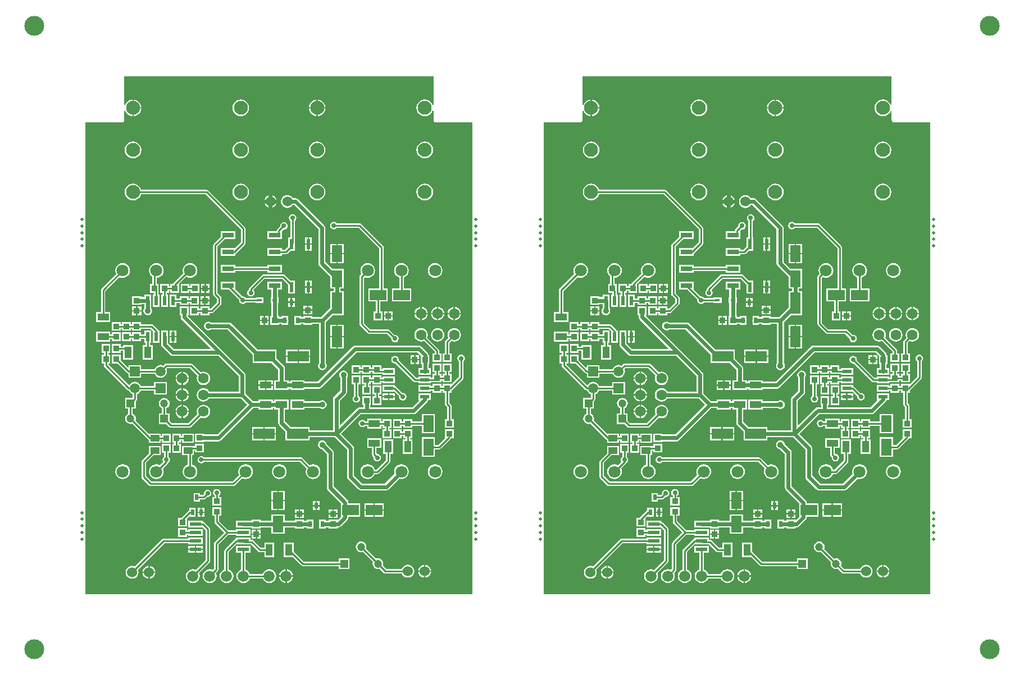
<source format=gtl>
G04*
G04 #@! TF.GenerationSoftware,Altium Limited,Altium Designer,19.1.6 (110)*
G04*
G04 Layer_Physical_Order=1*
G04 Layer_Color=255*
%FSLAX25Y25*%
%MOIN*%
G70*
G01*
G75*
%ADD10C,0.11811*%
%ADD11R,0.02165X0.03543*%
%ADD12R,0.03740X0.03543*%
%ADD13R,0.07087X0.02362*%
%ADD14R,0.09843X0.06299*%
%ADD15R,0.06299X0.09843*%
%ADD16R,0.04331X0.06890*%
%ADD17R,0.03543X0.03740*%
%ADD18R,0.06890X0.04331*%
%ADD19R,0.05709X0.02362*%
%ADD20R,0.03150X0.01575*%
%ADD21R,0.06496X0.09843*%
%ADD22R,0.06299X0.12598*%
%ADD23R,0.12598X0.06299*%
%ADD24R,0.05512X0.03937*%
%ADD25R,0.02362X0.05709*%
%ADD26R,0.02362X0.03740*%
%ADD27R,0.02362X0.06299*%
%ADD28R,0.07087X0.03150*%
%ADD29C,0.01000*%
%ADD30C,0.02400*%
%ADD31C,0.01968*%
%ADD32C,0.06299*%
%ADD33C,0.06000*%
%ADD34R,0.04724X0.04724*%
%ADD35C,0.04724*%
%ADD36C,0.06600*%
%ADD37C,0.07087*%
%ADD38C,0.05906*%
%ADD39R,0.05906X0.05906*%
%ADD40C,0.08268*%
%ADD41C,0.02756*%
%ADD42C,0.03500*%
G36*
X520504Y335084D02*
X520004Y334985D01*
X519687Y335750D01*
X518896Y336780D01*
X517866Y337571D01*
X516666Y338069D01*
X515378Y338238D01*
X514089Y338069D01*
X512889Y337571D01*
X511859Y336780D01*
X511068Y335750D01*
X510570Y334549D01*
X510401Y333261D01*
X510570Y331973D01*
X511068Y330773D01*
X511859Y329743D01*
X512889Y328952D01*
X514089Y328454D01*
X515378Y328285D01*
X516666Y328454D01*
X517866Y328952D01*
X518896Y329743D01*
X519687Y330773D01*
X520004Y331538D01*
X520504Y331439D01*
Y326162D01*
X520621Y325576D01*
X520952Y325080D01*
X521448Y324748D01*
X522034Y324632D01*
X543539D01*
X543539Y44281D01*
X314098D01*
X314098Y324632D01*
X335598D01*
X336184Y324748D01*
X336680Y325080D01*
X337012Y325576D01*
X337128Y326162D01*
Y331453D01*
X337628Y331553D01*
X337951Y330773D01*
X338742Y329743D01*
X339772Y328952D01*
X340972Y328454D01*
X341861Y328338D01*
Y333261D01*
Y338185D01*
X340972Y338069D01*
X339772Y337571D01*
X338742Y336780D01*
X337951Y335750D01*
X337628Y334970D01*
X337128Y335070D01*
Y352132D01*
X520504D01*
Y335084D01*
D02*
G37*
G36*
X248634D02*
X248134Y334985D01*
X247817Y335750D01*
X247026Y336780D01*
X245996Y337571D01*
X244795Y338069D01*
X243507Y338238D01*
X242219Y338069D01*
X241019Y337571D01*
X239988Y336780D01*
X239198Y335750D01*
X238700Y334549D01*
X238531Y333261D01*
X238700Y331973D01*
X239198Y330773D01*
X239988Y329743D01*
X241019Y328952D01*
X242219Y328454D01*
X243507Y328285D01*
X244795Y328454D01*
X245996Y328952D01*
X247026Y329743D01*
X247817Y330773D01*
X248134Y331538D01*
X248634Y331439D01*
Y326162D01*
X248750Y325576D01*
X249082Y325080D01*
X249578Y324748D01*
X250164Y324632D01*
X271669D01*
X271669Y44281D01*
X42228D01*
X42228Y324632D01*
X63728D01*
X64314Y324748D01*
X64810Y325080D01*
X65141Y325576D01*
X65258Y326162D01*
Y331453D01*
X65758Y331553D01*
X66081Y330773D01*
X66872Y329743D01*
X67902Y328952D01*
X69102Y328454D01*
X69990Y328338D01*
Y333261D01*
Y338185D01*
X69102Y338069D01*
X67902Y337571D01*
X66872Y336780D01*
X66081Y335750D01*
X65758Y334970D01*
X65258Y335070D01*
Y352132D01*
X248634D01*
Y335084D01*
D02*
G37*
%LPC*%
G36*
X451880Y338185D02*
Y333662D01*
X456403D01*
X456286Y334549D01*
X455789Y335750D01*
X454998Y336780D01*
X453968Y337571D01*
X452768Y338069D01*
X451880Y338185D01*
D02*
G37*
G36*
X342660D02*
Y333662D01*
X347184D01*
X347067Y334549D01*
X346570Y335750D01*
X345779Y336780D01*
X344749Y337571D01*
X343549Y338069D01*
X342660Y338185D01*
D02*
G37*
G36*
X451080D02*
X450191Y338069D01*
X448991Y337571D01*
X447961Y336780D01*
X447170Y335750D01*
X446672Y334549D01*
X446556Y333662D01*
X451080D01*
Y338185D01*
D02*
G37*
G36*
X456403Y332861D02*
X451880D01*
Y328338D01*
X452768Y328454D01*
X453968Y328952D01*
X454998Y329743D01*
X455789Y330773D01*
X456286Y331973D01*
X456403Y332861D01*
D02*
G37*
G36*
X347184D02*
X342660D01*
Y328338D01*
X343549Y328454D01*
X344749Y328952D01*
X345779Y329743D01*
X346570Y330773D01*
X347067Y331973D01*
X347184Y332861D01*
D02*
G37*
G36*
X451080D02*
X446556D01*
X446672Y331973D01*
X447170Y330773D01*
X447961Y329743D01*
X448991Y328952D01*
X450191Y328454D01*
X451080Y328338D01*
Y332861D01*
D02*
G37*
G36*
X406158Y338238D02*
X404871Y338069D01*
X403670Y337571D01*
X402640Y336780D01*
X401849Y335750D01*
X401351Y334549D01*
X401182Y333261D01*
X401351Y331973D01*
X401849Y330773D01*
X402640Y329743D01*
X403670Y328952D01*
X404871Y328454D01*
X406158Y328285D01*
X407447Y328454D01*
X408647Y328952D01*
X409678Y329743D01*
X410468Y330773D01*
X410965Y331973D01*
X411135Y333261D01*
X410965Y334549D01*
X410468Y335750D01*
X409678Y336780D01*
X408647Y337571D01*
X407447Y338069D01*
X406158Y338238D01*
D02*
G37*
G36*
X515378Y313238D02*
X514089Y313069D01*
X512889Y312571D01*
X511859Y311780D01*
X511068Y310750D01*
X510570Y309549D01*
X510401Y308261D01*
X510570Y306973D01*
X511068Y305773D01*
X511859Y304743D01*
X512889Y303952D01*
X514089Y303454D01*
X515378Y303285D01*
X516666Y303454D01*
X517866Y303952D01*
X518896Y304743D01*
X519687Y305773D01*
X520185Y306973D01*
X520354Y308261D01*
X520185Y309549D01*
X519687Y310750D01*
X518896Y311780D01*
X517866Y312571D01*
X516666Y313069D01*
X515378Y313238D01*
D02*
G37*
G36*
X451479D02*
X450191Y313069D01*
X448991Y312571D01*
X447961Y311780D01*
X447170Y310750D01*
X446672Y309549D01*
X446503Y308261D01*
X446672Y306973D01*
X447170Y305773D01*
X447961Y304743D01*
X448991Y303952D01*
X450191Y303454D01*
X451479Y303285D01*
X452768Y303454D01*
X453968Y303952D01*
X454998Y304743D01*
X455789Y305773D01*
X456286Y306973D01*
X456456Y308261D01*
X456286Y309549D01*
X455789Y310750D01*
X454998Y311780D01*
X453968Y312571D01*
X452768Y313069D01*
X451479Y313238D01*
D02*
G37*
G36*
X406158D02*
X404871Y313069D01*
X403670Y312571D01*
X402640Y311780D01*
X401849Y310750D01*
X401351Y309549D01*
X401182Y308261D01*
X401351Y306973D01*
X401849Y305773D01*
X402640Y304743D01*
X403670Y303952D01*
X404871Y303454D01*
X406158Y303285D01*
X407447Y303454D01*
X408647Y303952D01*
X409678Y304743D01*
X410468Y305773D01*
X410965Y306973D01*
X411135Y308261D01*
X410965Y309549D01*
X410468Y310750D01*
X409678Y311780D01*
X408647Y312571D01*
X407447Y313069D01*
X406158Y313238D01*
D02*
G37*
G36*
X342261D02*
X340972Y313069D01*
X339772Y312571D01*
X338742Y311780D01*
X337951Y310750D01*
X337454Y309549D01*
X337284Y308261D01*
X337454Y306973D01*
X337951Y305773D01*
X338742Y304743D01*
X339772Y303952D01*
X340972Y303454D01*
X342261Y303285D01*
X343549Y303454D01*
X344749Y303952D01*
X345779Y304743D01*
X346570Y305773D01*
X347067Y306973D01*
X347237Y308261D01*
X347067Y309549D01*
X346570Y310750D01*
X345779Y311780D01*
X344749Y312571D01*
X343549Y313069D01*
X342261Y313238D01*
D02*
G37*
G36*
X425009Y281211D02*
Y278795D01*
X427425D01*
X427128Y279511D01*
X426519Y280305D01*
X425725Y280914D01*
X425009Y281211D01*
D02*
G37*
G36*
X422609Y281211D02*
X421892Y280914D01*
X421099Y280305D01*
X420489Y279511D01*
X420193Y278795D01*
X422609D01*
Y281211D01*
D02*
G37*
G36*
X515378Y288238D02*
X514089Y288069D01*
X512889Y287571D01*
X511859Y286780D01*
X511068Y285750D01*
X510570Y284549D01*
X510401Y283261D01*
X510570Y281973D01*
X511068Y280773D01*
X511859Y279743D01*
X512889Y278952D01*
X514089Y278454D01*
X515378Y278285D01*
X516666Y278454D01*
X517866Y278952D01*
X518896Y279743D01*
X519687Y280773D01*
X520185Y281973D01*
X520354Y283261D01*
X520185Y284549D01*
X519687Y285750D01*
X518896Y286780D01*
X517866Y287571D01*
X516666Y288069D01*
X515378Y288238D01*
D02*
G37*
G36*
X451479D02*
X450191Y288069D01*
X448991Y287571D01*
X447961Y286780D01*
X447170Y285750D01*
X446672Y284549D01*
X446503Y283261D01*
X446672Y281973D01*
X447170Y280773D01*
X447961Y279743D01*
X448991Y278952D01*
X450191Y278454D01*
X451479Y278285D01*
X452768Y278454D01*
X453968Y278952D01*
X454998Y279743D01*
X455789Y280773D01*
X456286Y281973D01*
X456456Y283261D01*
X456286Y284549D01*
X455789Y285750D01*
X454998Y286780D01*
X453968Y287571D01*
X452768Y288069D01*
X451479Y288238D01*
D02*
G37*
G36*
X406158D02*
X404871Y288069D01*
X403670Y287571D01*
X402640Y286780D01*
X401849Y285750D01*
X401351Y284549D01*
X401182Y283261D01*
X401351Y281973D01*
X401849Y280773D01*
X402640Y279743D01*
X403670Y278952D01*
X404871Y278454D01*
X406158Y278285D01*
X407447Y278454D01*
X408647Y278952D01*
X409678Y279743D01*
X410468Y280773D01*
X410965Y281973D01*
X411135Y283261D01*
X410965Y284549D01*
X410468Y285750D01*
X409678Y286780D01*
X408647Y287571D01*
X407447Y288069D01*
X406158Y288238D01*
D02*
G37*
G36*
X427425Y276395D02*
X425009D01*
Y273978D01*
X425725Y274275D01*
X426519Y274884D01*
X427128Y275678D01*
X427425Y276395D01*
D02*
G37*
G36*
X422609D02*
X420193D01*
X420489Y275678D01*
X421099Y274884D01*
X421892Y274275D01*
X422609Y273978D01*
Y276395D01*
D02*
G37*
G36*
X431761Y265441D02*
X430912Y265272D01*
X430191Y264791D01*
X429710Y264070D01*
X429541Y263221D01*
X429598Y262932D01*
X427845Y261178D01*
X427557Y260748D01*
X427457Y260241D01*
Y260127D01*
X421950D01*
Y255377D01*
X430636D01*
Y260127D01*
X430636Y260127D01*
X430636D01*
X430914Y260498D01*
X431473Y261057D01*
X431761Y261000D01*
X432611Y261169D01*
X433332Y261650D01*
X433813Y262371D01*
X433982Y263221D01*
X433813Y264070D01*
X433332Y264791D01*
X432611Y265272D01*
X431761Y265441D01*
D02*
G37*
G36*
X448290Y256347D02*
X446709D01*
Y252798D01*
X448290D01*
Y256347D01*
D02*
G37*
G36*
X445909D02*
X444328D01*
Y252798D01*
X445909D01*
Y256347D01*
D02*
G37*
G36*
X436922Y270087D02*
X436072Y269918D01*
X435352Y269437D01*
X434871Y268717D01*
X434702Y267867D01*
X434871Y267017D01*
X435352Y266297D01*
X435597Y266133D01*
Y256347D01*
X434328D01*
Y250877D01*
X432528Y249078D01*
X430636D01*
Y250127D01*
X421950D01*
Y245377D01*
X430636D01*
Y246427D01*
X433077D01*
X433584Y246527D01*
X434015Y246815D01*
X435648Y248448D01*
X438290D01*
Y256347D01*
X438248D01*
Y266133D01*
X438492Y266297D01*
X438974Y267017D01*
X439143Y267867D01*
X438974Y268717D01*
X438492Y269437D01*
X437772Y269918D01*
X436922Y270087D01*
D02*
G37*
G36*
X448290Y251998D02*
X446709D01*
Y248448D01*
X448290D01*
Y251998D01*
D02*
G37*
G36*
X445909D02*
X444328D01*
Y248448D01*
X445909D01*
Y251998D01*
D02*
G37*
G36*
X467404Y252312D02*
X463756D01*
Y246991D01*
X467404D01*
Y252312D01*
D02*
G37*
G36*
X462956D02*
X459308D01*
Y246991D01*
X462956D01*
Y252312D01*
D02*
G37*
G36*
X342261Y288238D02*
X340972Y288069D01*
X339772Y287571D01*
X338742Y286780D01*
X337951Y285750D01*
X337454Y284549D01*
X337284Y283261D01*
X337454Y281973D01*
X337951Y280773D01*
X338742Y279743D01*
X339772Y278952D01*
X340972Y278454D01*
X342261Y278285D01*
X343549Y278454D01*
X344749Y278952D01*
X345779Y279743D01*
X346570Y280773D01*
X347052Y281936D01*
X385290D01*
X406223Y261002D01*
Y253636D01*
X402714Y250127D01*
X394391D01*
Y245377D01*
X403077D01*
Y246765D01*
X403152Y246815D01*
X408486Y252149D01*
X408773Y252579D01*
X408874Y253087D01*
Y261551D01*
X408773Y262058D01*
X408486Y262489D01*
X386776Y284199D01*
X386346Y284486D01*
X385839Y284587D01*
X347052D01*
X346570Y285750D01*
X345779Y286780D01*
X344749Y287571D01*
X343549Y288069D01*
X342261Y288238D01*
D02*
G37*
G36*
X467404Y246191D02*
X463756D01*
Y240869D01*
X467404D01*
Y246191D01*
D02*
G37*
G36*
X462956D02*
X459308D01*
Y240869D01*
X462956D01*
Y246191D01*
D02*
G37*
G36*
X430636Y240127D02*
X421950D01*
Y239077D01*
X403077D01*
Y240127D01*
X394391D01*
Y235377D01*
X403077D01*
Y236426D01*
X421950D01*
Y235377D01*
X430636D01*
Y240127D01*
D02*
G37*
G36*
X521568Y241042D02*
X520435Y240893D01*
X519378Y240456D01*
X518471Y239759D01*
X517774Y238852D01*
X517337Y237795D01*
X517188Y236662D01*
X517337Y235528D01*
X517774Y234471D01*
X518471Y233564D01*
X519378Y232867D01*
X520435Y232430D01*
X521568Y232280D01*
X522702Y232430D01*
X523759Y232867D01*
X524666Y233564D01*
X525363Y234471D01*
X525800Y235528D01*
X525949Y236662D01*
X525800Y237795D01*
X525363Y238852D01*
X524666Y239759D01*
X523759Y240456D01*
X522702Y240893D01*
X521568Y241042D01*
D02*
G37*
G36*
X481568D02*
X480435Y240893D01*
X479378Y240456D01*
X478471Y239759D01*
X477774Y238852D01*
X477337Y237795D01*
X477188Y236662D01*
X477337Y235528D01*
X477695Y234663D01*
X476986Y233953D01*
X476698Y233523D01*
X476597Y233016D01*
Y204862D01*
X476698Y204355D01*
X476986Y203925D01*
X481419Y199492D01*
X481849Y199205D01*
X482356Y199104D01*
X492925D01*
X495543Y196486D01*
X495486Y196197D01*
X495655Y195347D01*
X496136Y194627D01*
X496856Y194145D01*
X497706Y193976D01*
X498556Y194145D01*
X499277Y194627D01*
X499758Y195347D01*
X499927Y196197D01*
X499758Y197047D01*
X499277Y197767D01*
X498556Y198249D01*
X497706Y198417D01*
X497418Y198360D01*
X494411Y201366D01*
X493981Y201654D01*
X493474Y201755D01*
X482905D01*
X479248Y205411D01*
Y232456D01*
X479625Y232765D01*
X480435Y232430D01*
X481568Y232280D01*
X482702Y232430D01*
X483759Y232867D01*
X484666Y233564D01*
X485363Y234471D01*
X485800Y235528D01*
X485950Y236662D01*
X485800Y237795D01*
X485363Y238852D01*
X484666Y239759D01*
X483759Y240456D01*
X482702Y240893D01*
X481568Y241042D01*
D02*
G37*
G36*
X376068D02*
X374935Y240893D01*
X373878Y240456D01*
X372971Y239759D01*
X372274Y238852D01*
X371837Y237795D01*
X371688Y236662D01*
X371837Y235528D01*
X372050Y235013D01*
X366025Y228989D01*
X365751Y228579D01*
X364391D01*
Y227234D01*
X363573D01*
Y228579D01*
X358430D01*
Y223239D01*
X359676D01*
Y222489D01*
X359020D01*
Y215180D01*
X362982D01*
Y222489D01*
X362327D01*
Y223239D01*
X363573D01*
Y224583D01*
X364391D01*
Y223239D01*
X369534D01*
Y228579D01*
X369534Y228579D01*
X369534D01*
X369765Y228979D01*
X373751Y232965D01*
X373878Y232867D01*
X374935Y232430D01*
X376068Y232280D01*
X377202Y232430D01*
X378259Y232867D01*
X379166Y233564D01*
X379863Y234471D01*
X380300Y235528D01*
X380450Y236662D01*
X380300Y237795D01*
X379863Y238852D01*
X379166Y239759D01*
X378259Y240456D01*
X377202Y240893D01*
X376068Y241042D01*
D02*
G37*
G36*
X336069D02*
X334935Y240893D01*
X333878Y240456D01*
X332971Y239759D01*
X332275Y238852D01*
X331837Y237795D01*
X331688Y236662D01*
X331837Y235528D01*
X332195Y234663D01*
X323541Y226008D01*
X323253Y225578D01*
X323152Y225071D01*
Y211958D01*
X320233D01*
Y206027D01*
X328723D01*
Y211958D01*
X325803D01*
Y224522D01*
X334070Y232788D01*
X334935Y232430D01*
X336069Y232280D01*
X337202Y232430D01*
X338259Y232867D01*
X339166Y233564D01*
X339863Y234471D01*
X340300Y235528D01*
X340450Y236662D01*
X340300Y237795D01*
X339863Y238852D01*
X339166Y239759D01*
X338259Y240456D01*
X337202Y240893D01*
X336069Y241042D01*
D02*
G37*
G36*
X381565Y228591D02*
X376422D01*
Y227234D01*
X375636D01*
Y228579D01*
X370493D01*
Y223239D01*
X375636D01*
Y224583D01*
X376422D01*
Y223251D01*
X381565D01*
Y228591D01*
D02*
G37*
G36*
X448290Y230757D02*
X446709D01*
Y227207D01*
X448290D01*
Y230757D01*
D02*
G37*
G36*
X445909D02*
X444328D01*
Y227207D01*
X445909D01*
Y230757D01*
D02*
G37*
G36*
X387667Y228591D02*
X385496D01*
Y226321D01*
X387667D01*
Y228591D01*
D02*
G37*
G36*
X384696D02*
X382524D01*
Y226321D01*
X384696D01*
Y228591D01*
D02*
G37*
G36*
X387667Y225521D02*
X385496D01*
Y223251D01*
X387667D01*
Y225521D01*
D02*
G37*
G36*
X384696D02*
X382524D01*
Y223251D01*
X384696D01*
Y225521D01*
D02*
G37*
G36*
X448290Y226407D02*
X446709D01*
Y222857D01*
X448290D01*
Y226407D01*
D02*
G37*
G36*
X445909D02*
X444328D01*
Y222857D01*
X445909D01*
Y226407D01*
D02*
G37*
G36*
X431368Y234432D02*
X419754D01*
X419246Y234331D01*
X418816Y234044D01*
X411239Y226466D01*
X410952Y226036D01*
X410851Y225529D01*
Y225196D01*
X410605Y225031D01*
X410123Y224310D01*
X409954Y223461D01*
X410123Y222611D01*
X410605Y221890D01*
X411325Y221409D01*
X412175Y221240D01*
X413025Y221409D01*
X413745Y221890D01*
X414226Y222611D01*
X414395Y223461D01*
X414226Y224310D01*
X413745Y225031D01*
X413728Y225206D01*
X420303Y231781D01*
X430819D01*
X434328Y228272D01*
Y222857D01*
X438290D01*
Y230757D01*
X435592D01*
X432305Y234044D01*
X431875Y234331D01*
X431368Y234432D01*
D02*
G37*
G36*
X352982Y222489D02*
X349020D01*
Y220874D01*
X347139D01*
Y221406D01*
X341799D01*
Y216263D01*
X347139D01*
Y216795D01*
X348962D01*
Y214223D01*
X348599Y213680D01*
X348401Y212685D01*
X348599Y211690D01*
X349163Y210847D01*
X350006Y210283D01*
X351001Y210085D01*
X351996Y210283D01*
X352840Y210847D01*
X353403Y211690D01*
X353601Y212685D01*
X353403Y213680D01*
X353041Y214223D01*
Y218835D01*
X352982Y219127D01*
Y222489D01*
D02*
G37*
G36*
X387521Y221406D02*
X385251D01*
Y219235D01*
X387521D01*
Y221406D01*
D02*
G37*
G36*
X384451D02*
X382181D01*
Y219235D01*
X384451D01*
Y221406D01*
D02*
G37*
G36*
X438172Y220520D02*
X436591D01*
Y218250D01*
X438172D01*
Y220520D01*
D02*
G37*
G36*
X435791D02*
X434209D01*
Y218250D01*
X435791D01*
Y220520D01*
D02*
G37*
G36*
X501569Y241042D02*
X500435Y240893D01*
X499378Y240456D01*
X498471Y239759D01*
X497775Y238852D01*
X497337Y237795D01*
X497188Y236662D01*
X497337Y235528D01*
X497775Y234471D01*
X498471Y233564D01*
X499378Y232867D01*
X500243Y232509D01*
Y226131D01*
X495847D01*
Y218232D01*
X507290D01*
Y226131D01*
X502894D01*
Y232509D01*
X503759Y232867D01*
X504666Y233564D01*
X505363Y234471D01*
X505800Y235528D01*
X505949Y236662D01*
X505800Y237795D01*
X505363Y238852D01*
X504666Y239759D01*
X503759Y240456D01*
X502702Y240893D01*
X501569Y241042D01*
D02*
G37*
G36*
X403077Y230127D02*
X394391D01*
Y225377D01*
X399234D01*
X405291Y219320D01*
X405234Y219032D01*
X405403Y218182D01*
X405884Y217461D01*
X406605Y216980D01*
X407454Y216811D01*
X408304Y216980D01*
X409025Y217461D01*
X409188Y217706D01*
X414863D01*
Y217444D01*
X419613D01*
Y220619D01*
X414863D01*
Y220357D01*
X409188D01*
X409025Y220602D01*
X408304Y221083D01*
X407454Y221252D01*
X407166Y221195D01*
X403354Y225007D01*
X403077Y225377D01*
X403077D01*
X403077Y225377D01*
Y230127D01*
D02*
G37*
G36*
X387521Y218435D02*
X385251D01*
Y216263D01*
X387521D01*
Y218435D01*
D02*
G37*
G36*
X384451D02*
X382181D01*
Y216263D01*
X384451D01*
Y218435D01*
D02*
G37*
G36*
X367982Y222489D02*
X364020D01*
Y215180D01*
X367982D01*
Y217509D01*
X369920D01*
Y216263D01*
X375260D01*
Y217509D01*
X376028D01*
Y216263D01*
X381368D01*
Y221406D01*
X376028D01*
Y220160D01*
X375260D01*
Y221406D01*
X369920D01*
Y220160D01*
X367982D01*
Y222489D01*
D02*
G37*
G36*
X356068Y241042D02*
X354935Y240893D01*
X353878Y240456D01*
X352971Y239759D01*
X352274Y238852D01*
X351837Y237795D01*
X351688Y236662D01*
X351837Y235528D01*
X352274Y234471D01*
X352971Y233564D01*
X353573Y233101D01*
Y228579D01*
X352327D01*
Y223239D01*
X354676D01*
Y222489D01*
X354020D01*
Y215180D01*
X357982D01*
Y222489D01*
X357327D01*
Y223239D01*
X357471D01*
Y228579D01*
X356224D01*
Y232301D01*
X357202Y232430D01*
X358259Y232867D01*
X359166Y233564D01*
X359863Y234471D01*
X360300Y235528D01*
X360450Y236662D01*
X360300Y237795D01*
X359863Y238852D01*
X359166Y239759D01*
X358259Y240456D01*
X357202Y240893D01*
X356068Y241042D01*
D02*
G37*
G36*
X438172Y217450D02*
X436591D01*
Y215180D01*
X438172D01*
Y217450D01*
D02*
G37*
G36*
X435791D02*
X434209D01*
Y215180D01*
X435791D01*
Y217450D01*
D02*
G37*
G36*
X403077Y260127D02*
X394391D01*
Y256697D01*
X390175Y252481D01*
X389887Y252051D01*
X389786Y251544D01*
Y222575D01*
X389887Y222068D01*
X390175Y221638D01*
X391952Y219860D01*
Y217710D01*
X388299Y214058D01*
X387521D01*
Y215304D01*
X382181D01*
Y214058D01*
X381368D01*
Y215304D01*
X376028D01*
Y210161D01*
X381368D01*
Y211407D01*
X382181D01*
Y210161D01*
X387521D01*
Y211407D01*
X388848D01*
X389355Y211508D01*
X389785Y211795D01*
X394214Y216224D01*
X394502Y216654D01*
X394603Y217161D01*
Y220409D01*
X394502Y220917D01*
X394214Y221347D01*
X392437Y223124D01*
Y250995D01*
X396819Y255377D01*
X403077D01*
Y260127D01*
D02*
G37*
G36*
X448703Y215698D02*
X446433D01*
Y213526D01*
X448703D01*
Y215698D01*
D02*
G37*
G36*
X445633D02*
X443363D01*
Y213526D01*
X445633D01*
Y215698D01*
D02*
G37*
G36*
X347139Y215304D02*
X344869D01*
Y213132D01*
X347139D01*
Y215304D01*
D02*
G37*
G36*
X344069D02*
X341799D01*
Y213132D01*
X344069D01*
Y215304D01*
D02*
G37*
G36*
X523402Y214990D02*
Y211459D01*
X526932D01*
X526849Y212090D01*
X526451Y213051D01*
X525818Y213876D01*
X524993Y214509D01*
X524033Y214907D01*
X523402Y214990D01*
D02*
G37*
G36*
X513559D02*
Y211459D01*
X517090D01*
X517007Y212090D01*
X516609Y213051D01*
X515976Y213876D01*
X515151Y214509D01*
X514190Y214907D01*
X513559Y214990D01*
D02*
G37*
G36*
X533244D02*
Y211459D01*
X536775D01*
X536692Y212090D01*
X536294Y213051D01*
X535661Y213876D01*
X534836Y214509D01*
X533875Y214907D01*
X533244Y214990D01*
D02*
G37*
G36*
X532444D02*
X531813Y214907D01*
X530852Y214509D01*
X530027Y213876D01*
X529394Y213051D01*
X528996Y212090D01*
X528913Y211459D01*
X532444D01*
Y214990D01*
D02*
G37*
G36*
X512759D02*
X512128Y214907D01*
X511167Y214509D01*
X510342Y213876D01*
X509709Y213051D01*
X509311Y212090D01*
X509228Y211459D01*
X512759D01*
Y214990D01*
D02*
G37*
G36*
X522602D02*
X521971Y214907D01*
X521010Y214509D01*
X520185Y213876D01*
X519552Y213051D01*
X519154Y212090D01*
X519071Y211459D01*
X522602D01*
Y214990D01*
D02*
G37*
G36*
X448703Y212726D02*
X446433D01*
Y210554D01*
X448703D01*
Y212726D01*
D02*
G37*
G36*
X445633D02*
X443363D01*
Y210554D01*
X445633D01*
Y212726D01*
D02*
G37*
G36*
X496291Y212450D02*
X494120D01*
Y210180D01*
X496291D01*
Y212450D01*
D02*
G37*
G36*
X493320D02*
X491148D01*
Y210180D01*
X493320D01*
Y212450D01*
D02*
G37*
G36*
X347139Y212332D02*
X344869D01*
Y210161D01*
X347139D01*
Y212332D01*
D02*
G37*
G36*
X344069D02*
X341799D01*
Y210161D01*
X344069D01*
Y212332D01*
D02*
G37*
G36*
X433809Y281427D02*
X432817Y281297D01*
X431892Y280914D01*
X431099Y280305D01*
X430489Y279511D01*
X430106Y278587D01*
X429976Y277594D01*
X430106Y276603D01*
X430489Y275678D01*
X431099Y274884D01*
X431892Y274275D01*
X432817Y273892D01*
X433809Y273762D01*
X434801Y273892D01*
X435725Y274275D01*
X436519Y274884D01*
X437034Y275555D01*
X437905D01*
X452262Y261199D01*
Y240882D01*
X452417Y240102D01*
X452859Y239440D01*
X459308Y232991D01*
Y226105D01*
X461317D01*
Y224345D01*
X459406D01*
Y214718D01*
X453751Y209063D01*
X448703D01*
Y209595D01*
X443363D01*
Y209063D01*
X441912D01*
Y209694D01*
X437950D01*
Y207316D01*
X437892Y207024D01*
X437950Y206732D01*
Y204354D01*
X441912D01*
Y204984D01*
X443363D01*
Y204452D01*
X448703D01*
Y204984D01*
X452557D01*
Y181593D01*
X452194Y181050D01*
X451996Y180055D01*
X452194Y179060D01*
X452758Y178217D01*
X453601Y177653D01*
X454596Y177455D01*
X455591Y177653D01*
X456434Y178217D01*
X456998Y179060D01*
X457196Y180055D01*
X456998Y181050D01*
X456635Y181593D01*
Y206179D01*
X460603Y210146D01*
X467306D01*
Y224345D01*
X465395D01*
Y226105D01*
X467404D01*
Y237548D01*
X460519D01*
X456340Y241727D01*
Y262043D01*
X456185Y262824D01*
X455743Y263485D01*
X440192Y279036D01*
X439530Y279479D01*
X438750Y279634D01*
X437034D01*
X436519Y280305D01*
X435725Y280914D01*
X434801Y281297D01*
X433809Y281427D01*
D02*
G37*
G36*
X422762Y209694D02*
X420591D01*
Y207424D01*
X422762D01*
Y209694D01*
D02*
G37*
G36*
X419791D02*
X417619D01*
Y207424D01*
X419791D01*
Y209694D01*
D02*
G37*
G36*
X526932Y210659D02*
X523402D01*
Y207128D01*
X524033Y207211D01*
X524993Y207609D01*
X525818Y208242D01*
X526451Y209067D01*
X526849Y210028D01*
X526932Y210659D01*
D02*
G37*
G36*
X517090D02*
X513559D01*
Y207128D01*
X514190Y207211D01*
X515151Y207609D01*
X515976Y208242D01*
X516609Y209067D01*
X517007Y210028D01*
X517090Y210659D01*
D02*
G37*
G36*
X536775D02*
X533244D01*
Y207128D01*
X533875Y207211D01*
X534836Y207609D01*
X535661Y208242D01*
X536294Y209067D01*
X536692Y210028D01*
X536775Y210659D01*
D02*
G37*
G36*
X532444D02*
X528913D01*
X528996Y210028D01*
X529394Y209067D01*
X530027Y208242D01*
X530852Y207609D01*
X531813Y207211D01*
X532444Y207128D01*
Y210659D01*
D02*
G37*
G36*
X522602D02*
X519071D01*
X519154Y210028D01*
X519552Y209067D01*
X520185Y208242D01*
X521010Y207609D01*
X521971Y207211D01*
X522602Y207128D01*
Y210659D01*
D02*
G37*
G36*
X512759D02*
X509228D01*
X509311Y210028D01*
X509709Y209067D01*
X510342Y208242D01*
X511167Y207609D01*
X512128Y207211D01*
X512759Y207128D01*
Y210659D01*
D02*
G37*
G36*
X496291Y209380D02*
X494120D01*
Y207109D01*
X496291D01*
Y209380D01*
D02*
G37*
G36*
X493320D02*
X491148D01*
Y207109D01*
X493320D01*
Y209380D01*
D02*
G37*
G36*
X461387Y265544D02*
X460538Y265374D01*
X459817Y264893D01*
X459336Y264173D01*
X459167Y263323D01*
X459336Y262473D01*
X459817Y261753D01*
X460538Y261271D01*
X461387Y261102D01*
X462237Y261271D01*
X462958Y261753D01*
X463121Y261997D01*
X476193D01*
X488323Y249868D01*
Y226131D01*
X481896D01*
Y218232D01*
X486292D01*
Y212450D01*
X485046D01*
Y207109D01*
X490189D01*
Y212450D01*
X488943D01*
Y218232D01*
X493339D01*
Y226131D01*
X490974D01*
Y250416D01*
X490974Y250416D01*
X490873Y250924D01*
X490585Y251354D01*
X477679Y264260D01*
X477249Y264547D01*
X476742Y264648D01*
X463121D01*
X462958Y264893D01*
X462237Y265374D01*
X461387Y265544D01*
D02*
G37*
G36*
X347073Y206052D02*
X341733D01*
Y204806D01*
X340971D01*
Y206052D01*
X335631D01*
Y204806D01*
X334868D01*
Y206052D01*
X329528D01*
Y200909D01*
X334868D01*
Y202155D01*
X335631D01*
Y200909D01*
X340971D01*
Y202155D01*
X341733D01*
Y200909D01*
X347073D01*
Y202155D01*
X352653D01*
X354020Y200788D01*
Y193724D01*
X357982D01*
Y201032D01*
X357257D01*
X357226Y201188D01*
X356939Y201618D01*
X354139Y204418D01*
X353709Y204705D01*
X353202Y204806D01*
X347073D01*
Y206052D01*
D02*
G37*
G36*
X430636Y230127D02*
X421950D01*
Y225377D01*
X424254D01*
Y220619D01*
X423918D01*
Y217444D01*
X424254D01*
Y209694D01*
X423721D01*
Y204354D01*
X428865D01*
Y204984D01*
X430469D01*
Y204354D01*
X434432D01*
Y206732D01*
X434490Y207024D01*
X434432Y207316D01*
Y209694D01*
X430469D01*
Y209063D01*
X428865D01*
Y209694D01*
X428332D01*
Y217444D01*
X428668D01*
Y220619D01*
X428332D01*
Y225377D01*
X430636D01*
Y230127D01*
D02*
G37*
G36*
X422762Y206624D02*
X420591D01*
Y204354D01*
X422762D01*
Y206624D01*
D02*
G37*
G36*
X419791D02*
X417619D01*
Y204354D01*
X419791D01*
Y206624D01*
D02*
G37*
G36*
X352982Y201032D02*
X349020D01*
Y198704D01*
X347073D01*
Y199950D01*
X341733D01*
Y198704D01*
X340971D01*
Y199950D01*
X335631D01*
Y194806D01*
X340971D01*
Y196053D01*
X341733D01*
Y194806D01*
X347073D01*
Y196053D01*
X349020D01*
Y193724D01*
X349676D01*
Y192209D01*
X348036D01*
Y183719D01*
X353967D01*
Y192209D01*
X352327D01*
Y193724D01*
X352982D01*
Y201032D01*
D02*
G37*
G36*
X467306Y204491D02*
X463756D01*
Y197792D01*
X467306D01*
Y204491D01*
D02*
G37*
G36*
X462956D02*
X459406D01*
Y197792D01*
X462956D01*
Y204491D01*
D02*
G37*
G36*
X367982Y201032D02*
X366401D01*
Y197778D01*
X367982D01*
Y201032D01*
D02*
G37*
G36*
X365601D02*
X364020D01*
Y197778D01*
X365601D01*
Y201032D01*
D02*
G37*
G36*
X328723Y200343D02*
X320233D01*
Y194413D01*
X328723D01*
Y196053D01*
X329528D01*
Y194806D01*
X334868D01*
Y199950D01*
X329528D01*
Y198704D01*
X328723D01*
Y200343D01*
D02*
G37*
G36*
X532844Y202444D02*
X531813Y202309D01*
X530852Y201910D01*
X530027Y201277D01*
X529394Y200452D01*
X528996Y199492D01*
X528861Y198461D01*
X528996Y197430D01*
X529272Y196763D01*
X527675Y195166D01*
X527387Y194736D01*
X527286Y194228D01*
Y187450D01*
X525942D01*
Y182306D01*
X531282D01*
Y187450D01*
X529937D01*
Y193679D01*
X531147Y194889D01*
X531813Y194613D01*
X532844Y194477D01*
X533875Y194613D01*
X534836Y195011D01*
X535661Y195644D01*
X536294Y196469D01*
X536692Y197430D01*
X536828Y198461D01*
X536692Y199492D01*
X536294Y200452D01*
X535661Y201277D01*
X534836Y201910D01*
X533875Y202309D01*
X532844Y202444D01*
D02*
G37*
G36*
X523002D02*
X521971Y202309D01*
X521010Y201910D01*
X520185Y201277D01*
X519552Y200452D01*
X519154Y199492D01*
X519018Y198461D01*
X519154Y197430D01*
X519552Y196469D01*
X520185Y195644D01*
X521010Y195011D01*
X521971Y194613D01*
X523002Y194477D01*
X524033Y194613D01*
X524993Y195011D01*
X525818Y195644D01*
X526451Y196469D01*
X526849Y197430D01*
X526985Y198461D01*
X526849Y199492D01*
X526451Y200452D01*
X525818Y201277D01*
X524993Y201910D01*
X524033Y202309D01*
X523002Y202444D01*
D02*
G37*
G36*
X367982Y196978D02*
X366401D01*
Y193724D01*
X367982D01*
Y196978D01*
D02*
G37*
G36*
X365601D02*
X364020D01*
Y193724D01*
X365601D01*
Y196978D01*
D02*
G37*
G36*
X467306Y196992D02*
X463756D01*
Y190293D01*
X467306D01*
Y196992D01*
D02*
G37*
G36*
X462956D02*
X459406D01*
Y190293D01*
X462956D01*
Y196992D01*
D02*
G37*
G36*
X375260Y215304D02*
X369920D01*
Y210161D01*
X370550D01*
Y208963D01*
X370706Y208182D01*
X371148Y207521D01*
X388238Y190430D01*
X388047Y189968D01*
X366563D01*
X363040Y193491D01*
Y197378D01*
X362982Y197670D01*
Y201032D01*
X359020D01*
Y197670D01*
X358962Y197378D01*
Y192646D01*
X359117Y191866D01*
X359559Y191204D01*
X364276Y186487D01*
X364938Y186045D01*
X365718Y185890D01*
X392778D01*
X404806Y173863D01*
Y164832D01*
X387439D01*
X386842Y165610D01*
X386017Y166243D01*
X385056Y166641D01*
X384025Y166776D01*
X382994Y166641D01*
X382033Y166243D01*
X381208Y165610D01*
X380575Y164785D01*
X380177Y163824D01*
X380042Y162793D01*
X380177Y161762D01*
X380575Y160801D01*
X381208Y159976D01*
X382033Y159343D01*
X382994Y158945D01*
X384025Y158809D01*
X385056Y158945D01*
X386017Y159343D01*
X386842Y159976D01*
X387439Y160754D01*
X406000D01*
X409816Y156938D01*
X392145Y139267D01*
X384432D01*
Y139799D01*
X379091D01*
Y134656D01*
X384432D01*
Y135188D01*
X392990D01*
X393770Y135344D01*
X394432Y135786D01*
X413545Y154899D01*
X416677D01*
Y153972D01*
X425167D01*
Y154899D01*
X426126D01*
Y153972D01*
X428332D01*
Y146129D01*
X428487Y145349D01*
X428929Y144687D01*
X432719Y140897D01*
Y135653D01*
X446917D01*
Y137563D01*
X462019D01*
X469307Y130275D01*
Y114092D01*
X469463Y113312D01*
X469905Y112650D01*
X475890Y106664D01*
X476552Y106222D01*
X477332Y106067D01*
X492513D01*
X493294Y106222D01*
X493955Y106664D01*
X500283Y112992D01*
X500435Y112930D01*
X501569Y112780D01*
X502702Y112930D01*
X503759Y113367D01*
X504666Y114064D01*
X505363Y114971D01*
X505800Y116028D01*
X505949Y117161D01*
X505800Y118295D01*
X505363Y119352D01*
X504666Y120259D01*
X503759Y120956D01*
X502702Y121393D01*
X501569Y121542D01*
X500435Y121393D01*
X499378Y120956D01*
X498471Y120259D01*
X497775Y119352D01*
X497337Y118295D01*
X497188Y117161D01*
X497337Y116028D01*
X497400Y115876D01*
X491669Y110145D01*
X478177D01*
X473386Y114937D01*
Y131120D01*
X473231Y131900D01*
X472788Y132562D01*
X465748Y139602D01*
X477488Y151343D01*
X508717D01*
X509498Y151498D01*
X510159Y151940D01*
X516855Y158636D01*
X517297Y159297D01*
X517381Y159722D01*
X519077D01*
Y163684D01*
X515715D01*
X515423Y163742D01*
X515131Y163684D01*
X511768D01*
Y159722D01*
X511768D01*
X511887Y159436D01*
X507873Y155421D01*
X482915D01*
Y156814D01*
X483447D01*
Y162154D01*
X478304D01*
Y156814D01*
X478836D01*
Y155421D01*
X476643D01*
X475863Y155266D01*
X475201Y154824D01*
X465365Y144987D01*
X464903Y145179D01*
Y159329D01*
X468636Y163062D01*
X469078Y163724D01*
X469234Y164504D01*
Y173126D01*
X469597Y173669D01*
X469795Y174664D01*
X469597Y175659D01*
X469033Y176502D01*
X468189Y177066D01*
X467195Y177264D01*
X466199Y177066D01*
X465356Y176502D01*
X464792Y175659D01*
X464595Y174664D01*
X464792Y173669D01*
X465155Y173126D01*
Y165349D01*
X461422Y161615D01*
X460980Y160954D01*
X460825Y160173D01*
Y141642D01*
X446917D01*
Y143552D01*
X435832D01*
X432410Y146974D01*
Y153972D01*
X434616D01*
Y159903D01*
X426126D01*
Y158977D01*
X425167D01*
Y159903D01*
X416677D01*
Y158977D01*
X413545D01*
X408884Y163637D01*
Y174707D01*
X408729Y175488D01*
X408287Y176149D01*
X395065Y189371D01*
X395065Y189371D01*
X374776Y209661D01*
X374983Y210161D01*
X375260D01*
Y215304D01*
D02*
G37*
G36*
X447311Y189615D02*
X440612D01*
Y186065D01*
X447311D01*
Y189615D01*
D02*
G37*
G36*
X439812D02*
X433113D01*
Y186065D01*
X439812D01*
Y189615D01*
D02*
G37*
G36*
X511991Y186342D02*
X509819D01*
Y184072D01*
X511991D01*
Y186342D01*
D02*
G37*
G36*
X509019D02*
X506847D01*
Y184072D01*
X509019D01*
Y186342D01*
D02*
G37*
G36*
X334830Y192863D02*
X329687D01*
Y187523D01*
X334830D01*
Y188867D01*
X336422D01*
Y183719D01*
X342353D01*
Y192209D01*
X336422D01*
Y191518D01*
X334830D01*
Y192863D01*
D02*
G37*
G36*
X513159Y202444D02*
X512128Y202309D01*
X511167Y201910D01*
X510342Y201277D01*
X509709Y200452D01*
X509311Y199492D01*
X509175Y198461D01*
X509311Y197430D01*
X509709Y196469D01*
X510342Y195644D01*
X511167Y195011D01*
X512128Y194613D01*
X513159Y194477D01*
X514190Y194613D01*
X514856Y194889D01*
X521184Y188561D01*
Y187450D01*
X519839D01*
Y182306D01*
X525180D01*
Y187450D01*
X523835D01*
Y189110D01*
X523734Y189618D01*
X523447Y190048D01*
X516731Y196763D01*
X517007Y197430D01*
X517143Y198461D01*
X517007Y199492D01*
X516609Y200452D01*
X515976Y201277D01*
X515151Y201910D01*
X514190Y202309D01*
X513159Y202444D01*
D02*
G37*
G36*
X447311Y185265D02*
X440612D01*
Y181716D01*
X447311D01*
Y185265D01*
D02*
G37*
G36*
X439812D02*
X433113D01*
Y181716D01*
X439812D01*
Y185265D01*
D02*
G37*
G36*
X511991Y183272D02*
X509819D01*
Y181002D01*
X511991D01*
Y183272D01*
D02*
G37*
G36*
X509019D02*
X506847D01*
Y181002D01*
X509019D01*
Y183272D01*
D02*
G37*
G36*
X477345Y180338D02*
X472005D01*
Y175195D01*
X477345D01*
Y176441D01*
X478107D01*
Y175195D01*
X483447D01*
Y176441D01*
X484209D01*
Y175195D01*
X489550D01*
Y175378D01*
X490312D01*
Y174722D01*
X497620D01*
Y178684D01*
X490312D01*
Y178029D01*
X489550D01*
Y180338D01*
X484209D01*
Y179092D01*
X483447D01*
Y180338D01*
X478107D01*
Y179092D01*
X477345D01*
Y180338D01*
D02*
G37*
G36*
X386978Y206376D02*
X385983Y206178D01*
X385139Y205614D01*
X384576Y204771D01*
X384378Y203776D01*
X384576Y202781D01*
X385139Y201937D01*
X385983Y201374D01*
X386978Y201176D01*
X387973Y201374D01*
X388516Y201736D01*
X398254D01*
X413259Y186731D01*
Y181716D01*
X424344D01*
X428332Y177728D01*
Y171517D01*
X426126D01*
Y165587D01*
X434616D01*
Y166513D01*
X435575D01*
Y165587D01*
X444065D01*
Y166513D01*
X452542D01*
X453322Y166668D01*
X453984Y167110D01*
X474830Y187957D01*
X511133D01*
X512950Y186141D01*
Y181002D01*
X513482D01*
Y178684D01*
X511768D01*
Y174722D01*
X515131D01*
X515423Y174664D01*
X515502D01*
X515794Y174722D01*
X519077D01*
Y178684D01*
X517560D01*
Y181002D01*
X518093D01*
Y186342D01*
X517560D01*
Y186453D01*
X517405Y187233D01*
X516963Y187895D01*
X513420Y191438D01*
X512758Y191880D01*
X511978Y192035D01*
X473986D01*
X473206Y191880D01*
X472544Y191438D01*
X451697Y170591D01*
X444065D01*
Y171517D01*
X435575D01*
Y170591D01*
X434616D01*
Y171517D01*
X432410D01*
Y178573D01*
X432410Y178573D01*
X432255Y179353D01*
X431813Y180015D01*
X431813Y180015D01*
X427458Y184370D01*
Y189615D01*
X416143D01*
X400540Y205218D01*
X399879Y205660D01*
X399098Y205815D01*
X388516D01*
X387973Y206178D01*
X386978Y206376D01*
D02*
G37*
G36*
X371827Y176566D02*
Y173035D01*
X375358D01*
X375275Y173666D01*
X374877Y174627D01*
X374244Y175452D01*
X373419Y176085D01*
X372458Y176483D01*
X371827Y176566D01*
D02*
G37*
G36*
X371027D02*
X370396Y176483D01*
X369435Y176085D01*
X368610Y175452D01*
X367977Y174627D01*
X367579Y173666D01*
X367496Y173035D01*
X371027D01*
Y176566D01*
D02*
G37*
G36*
X489550Y174235D02*
X484209D01*
Y172989D01*
X483447D01*
Y174235D01*
X478107D01*
Y169092D01*
X479550D01*
Y168257D01*
X478304D01*
Y162917D01*
X483447D01*
Y168257D01*
X482201D01*
Y169092D01*
X483447D01*
Y170338D01*
X484209D01*
Y169092D01*
X489550D01*
Y170338D01*
X490312D01*
Y169722D01*
X497620D01*
Y173684D01*
X490312D01*
Y172989D01*
X489550D01*
Y174235D01*
D02*
G37*
G36*
X497706Y185902D02*
X496856Y185733D01*
X496136Y185252D01*
X495655Y184531D01*
X495486Y183681D01*
X495655Y182832D01*
X496136Y182111D01*
X496856Y181630D01*
X497706Y181461D01*
X497995Y181518D01*
X508747Y170766D01*
X509177Y170479D01*
X509685Y170378D01*
X511768D01*
Y169722D01*
X519077D01*
Y170378D01*
X519839D01*
Y170234D01*
X525180D01*
Y171480D01*
X525942D01*
Y170234D01*
X531282D01*
Y175377D01*
X529937D01*
Y176204D01*
X531282D01*
Y181347D01*
X525942D01*
Y176204D01*
X527286D01*
Y175377D01*
X525942D01*
Y174131D01*
X525180D01*
Y175377D01*
X523835D01*
Y176204D01*
X525180D01*
Y181347D01*
X519839D01*
Y176204D01*
X521184D01*
Y175377D01*
X519839D01*
Y173029D01*
X519077D01*
Y173684D01*
X511768D01*
Y173029D01*
X510234D01*
X499869Y183393D01*
X499927Y183681D01*
X499758Y184531D01*
X499277Y185252D01*
X498556Y185733D01*
X497706Y185902D01*
D02*
G37*
G36*
X425167Y171517D02*
X421322D01*
Y168952D01*
X425167D01*
Y171517D01*
D02*
G37*
G36*
X420522D02*
X416677D01*
Y168952D01*
X420522D01*
Y171517D01*
D02*
G37*
G36*
X375358Y172235D02*
X371827D01*
Y168704D01*
X372458Y168788D01*
X373419Y169185D01*
X374244Y169819D01*
X374877Y170644D01*
X375275Y171604D01*
X375358Y172235D01*
D02*
G37*
G36*
X371027D02*
X367496D01*
X367579Y171604D01*
X367977Y170644D01*
X368610Y169819D01*
X369435Y169185D01*
X370396Y168788D01*
X371027Y168704D01*
Y172235D01*
D02*
G37*
G36*
X334830Y186761D02*
X329687D01*
Y181421D01*
X333054D01*
X338571Y175904D01*
X339001Y175616D01*
X339508Y175515D01*
X339623D01*
Y172996D01*
X347129D01*
Y175424D01*
X355020D01*
X355255Y174857D01*
X355856Y174073D01*
X356640Y173471D01*
X357553Y173093D01*
X358533Y172964D01*
X359513Y173093D01*
X360426Y173471D01*
X361210Y174073D01*
X361811Y174857D01*
X362190Y175770D01*
X362318Y176750D01*
X362190Y177729D01*
X361955Y178296D01*
X362486Y178828D01*
X375958D01*
X380453Y174333D01*
X380177Y173666D01*
X380042Y172635D01*
X380177Y171604D01*
X380575Y170644D01*
X381208Y169819D01*
X382033Y169185D01*
X382994Y168788D01*
X384025Y168652D01*
X385056Y168788D01*
X386017Y169185D01*
X386842Y169819D01*
X387475Y170644D01*
X387873Y171604D01*
X388009Y172635D01*
X387873Y173666D01*
X387475Y174627D01*
X386842Y175452D01*
X386017Y176085D01*
X385056Y176483D01*
X384025Y176619D01*
X382994Y176483D01*
X382328Y176207D01*
X377444Y181091D01*
X377014Y181378D01*
X376507Y181479D01*
X361937D01*
X361430Y181378D01*
X361000Y181091D01*
X360080Y180171D01*
X359513Y180406D01*
X358533Y180535D01*
X357553Y180406D01*
X356640Y180028D01*
X355856Y179426D01*
X355255Y178642D01*
X355020Y178075D01*
X347129D01*
Y180502D01*
X339623D01*
Y179255D01*
X339161Y179063D01*
X334830Y183393D01*
Y186761D01*
D02*
G37*
G36*
X536977Y186705D02*
X536128Y186536D01*
X535407Y186055D01*
X534926Y185335D01*
X534757Y184485D01*
X534926Y183635D01*
X535407Y182915D01*
X535652Y182751D01*
Y173557D01*
X531650Y169554D01*
X531282Y169275D01*
Y169275D01*
X531282Y169275D01*
X525942D01*
Y168029D01*
X525180D01*
Y169275D01*
X519839D01*
Y168029D01*
X519077D01*
Y168684D01*
X511768D01*
Y164722D01*
X519077D01*
Y165378D01*
X519839D01*
Y164131D01*
X525180D01*
Y165378D01*
X525942D01*
Y164131D01*
X527294D01*
Y157447D01*
X527395Y156940D01*
X527682Y156510D01*
X528566Y155626D01*
Y148350D01*
X527221D01*
Y143206D01*
X532561D01*
Y148350D01*
X531217D01*
Y156175D01*
X531116Y156683D01*
X530829Y157113D01*
X529945Y157996D01*
Y164131D01*
X531282D01*
Y165546D01*
X531611Y165766D01*
X537915Y172070D01*
X538202Y172500D01*
X538303Y173008D01*
Y182751D01*
X538548Y182915D01*
X539029Y183635D01*
X539198Y184485D01*
X539029Y185335D01*
X538548Y186055D01*
X537827Y186536D01*
X536977Y186705D01*
D02*
G37*
G36*
X425167Y168152D02*
X421322D01*
Y165587D01*
X425167D01*
Y168152D01*
D02*
G37*
G36*
X420522D02*
X416677D01*
Y165587D01*
X420522D01*
Y168152D01*
D02*
G37*
G36*
X371827Y166724D02*
Y163193D01*
X375358D01*
X375275Y163824D01*
X374877Y164785D01*
X374244Y165610D01*
X373419Y166243D01*
X372458Y166641D01*
X371827Y166724D01*
D02*
G37*
G36*
X371027D02*
X370396Y166641D01*
X369435Y166243D01*
X368610Y165610D01*
X367977Y164785D01*
X367579Y163824D01*
X367496Y163193D01*
X371027D01*
Y166724D01*
D02*
G37*
G36*
X328728Y192863D02*
X323585D01*
Y187523D01*
X324831D01*
Y186761D01*
X323585D01*
Y181421D01*
X324831D01*
Y180307D01*
X324932Y179800D01*
X325219Y179370D01*
X338777Y165812D01*
X339207Y165525D01*
X339714Y165424D01*
X339862D01*
X340097Y164857D01*
X340699Y164073D01*
X341483Y163471D01*
X342050Y163236D01*
Y160940D01*
X342045Y160935D01*
X337596D01*
Y154611D01*
X339432D01*
Y151493D01*
X339163Y151382D01*
X338502Y150875D01*
X337996Y150214D01*
X337677Y149445D01*
X337568Y148620D01*
X337677Y147794D01*
X337996Y147025D01*
X338502Y146364D01*
X339163Y145858D01*
X339932Y145539D01*
X340757Y145430D01*
X341583Y145539D01*
X341852Y145650D01*
X351409Y136093D01*
X351631Y135945D01*
Y134262D01*
X358742D01*
Y135705D01*
X359406D01*
Y134361D01*
X364550D01*
Y139701D01*
X359406D01*
Y138356D01*
X358742D01*
Y139799D01*
X351631D01*
X351631Y139799D01*
Y139799D01*
X351227Y140025D01*
X343727Y147525D01*
X343838Y147794D01*
X343947Y148620D01*
X343838Y149445D01*
X343519Y150214D01*
X343013Y150875D01*
X342352Y151382D01*
X342083Y151493D01*
Y154611D01*
X343919D01*
Y159061D01*
X344313Y159454D01*
X344600Y159884D01*
X344701Y160391D01*
Y163236D01*
X345268Y163471D01*
X346052Y164073D01*
X346654Y164857D01*
X346889Y165424D01*
X354780D01*
Y162996D01*
X362286D01*
Y170502D01*
X354780D01*
Y168075D01*
X346889D01*
X346654Y168642D01*
X346052Y169426D01*
X345268Y170028D01*
X344355Y170406D01*
X343376Y170535D01*
X342396Y170406D01*
X341483Y170028D01*
X340699Y169426D01*
X340230Y168815D01*
X339635Y168703D01*
X327482Y180856D01*
Y181421D01*
X328728D01*
Y186761D01*
X327482D01*
Y187523D01*
X328728D01*
Y192863D01*
D02*
G37*
G36*
X497620Y163684D02*
X494366D01*
Y162103D01*
X497620D01*
Y163684D01*
D02*
G37*
G36*
X493566D02*
X490312D01*
Y162103D01*
X493566D01*
Y163684D01*
D02*
G37*
G36*
X497620Y161303D02*
X494366D01*
Y159722D01*
X497620D01*
Y161303D01*
D02*
G37*
G36*
X493566D02*
X490312D01*
Y159722D01*
X493566D01*
Y161303D01*
D02*
G37*
G36*
X497620Y168684D02*
X490312D01*
Y164722D01*
X497385D01*
X500169Y161938D01*
X500112Y161650D01*
X500281Y160800D01*
X500762Y160079D01*
X501482Y159598D01*
X502332Y159429D01*
X503182Y159598D01*
X503902Y160079D01*
X504384Y160800D01*
X504553Y161650D01*
X504384Y162499D01*
X503902Y163220D01*
X503182Y163701D01*
X502332Y163870D01*
X502044Y163813D01*
X498216Y167640D01*
X497786Y167928D01*
X497620Y167961D01*
Y168684D01*
D02*
G37*
G36*
X371027Y162393D02*
X367496D01*
X367579Y161762D01*
X367977Y160801D01*
X368610Y159976D01*
X369435Y159343D01*
X370396Y158945D01*
X371027Y158862D01*
Y162393D01*
D02*
G37*
G36*
X375358D02*
X371827D01*
Y158862D01*
X372458Y158945D01*
X373419Y159343D01*
X374244Y159976D01*
X374877Y160801D01*
X375275Y161762D01*
X375358Y162393D01*
D02*
G37*
G36*
X477345Y174235D02*
X472005D01*
Y169092D01*
X473448D01*
Y162202D01*
X473203Y162039D01*
X472722Y161318D01*
X472553Y160468D01*
X472722Y159619D01*
X473203Y158898D01*
X473923Y158417D01*
X474773Y158248D01*
X475623Y158417D01*
X476343Y158898D01*
X476825Y159619D01*
X476994Y160468D01*
X476825Y161318D01*
X476343Y162039D01*
X476099Y162202D01*
Y169092D01*
X477345D01*
Y174235D01*
D02*
G37*
G36*
X489550Y168257D02*
X484406D01*
Y162917D01*
X485652D01*
Y162154D01*
X484406D01*
Y156814D01*
X489550D01*
Y162154D01*
X488303D01*
Y162917D01*
X489550D01*
Y168257D01*
D02*
G37*
G36*
X444065Y159903D02*
X435575D01*
Y153972D01*
X444065D01*
Y154899D01*
X453053D01*
X453601Y154532D01*
X454596Y154334D01*
X455591Y154532D01*
X456434Y155096D01*
X456998Y155939D01*
X457196Y156934D01*
X456998Y157929D01*
X456434Y158773D01*
X455591Y159336D01*
X454596Y159534D01*
X453601Y159336D01*
X453063Y158977D01*
X444065D01*
Y159903D01*
D02*
G37*
G36*
X371827Y156881D02*
Y153350D01*
X375358D01*
X375275Y153981D01*
X374877Y154942D01*
X374244Y155767D01*
X373419Y156400D01*
X372458Y156798D01*
X371827Y156881D01*
D02*
G37*
G36*
X371027D02*
X370396Y156798D01*
X369435Y156400D01*
X368610Y155767D01*
X367977Y154942D01*
X367579Y153981D01*
X367496Y153350D01*
X371027D01*
Y156881D01*
D02*
G37*
G36*
Y152550D02*
X367496D01*
X367579Y151919D01*
X367977Y150959D01*
X368610Y150134D01*
X369435Y149500D01*
X370396Y149102D01*
X371027Y149019D01*
Y152550D01*
D02*
G37*
G36*
X375358D02*
X371827D01*
Y149019D01*
X372458Y149102D01*
X373419Y149500D01*
X374244Y150134D01*
X374877Y150959D01*
X375275Y151919D01*
X375358Y152550D01*
D02*
G37*
G36*
X360757Y160962D02*
X359932Y160854D01*
X359163Y160535D01*
X358502Y160028D01*
X357996Y159368D01*
X357677Y158599D01*
X357568Y157773D01*
X357677Y156948D01*
X357996Y156178D01*
X358502Y155518D01*
X359163Y155011D01*
X359432Y154900D01*
Y151782D01*
X357595D01*
Y145458D01*
X362045D01*
X363753Y143750D01*
X364183Y143463D01*
X364690Y143362D01*
X375762D01*
X376270Y143463D01*
X376699Y143750D01*
X382328Y149379D01*
X382994Y149102D01*
X384025Y148967D01*
X385056Y149102D01*
X386017Y149500D01*
X386842Y150134D01*
X387475Y150959D01*
X387873Y151919D01*
X388009Y152950D01*
X387873Y153981D01*
X387475Y154942D01*
X386842Y155767D01*
X386017Y156400D01*
X385056Y156798D01*
X384025Y156934D01*
X382994Y156798D01*
X382033Y156400D01*
X381208Y155767D01*
X380575Y154942D01*
X380177Y153981D01*
X380042Y152950D01*
X380177Y151919D01*
X380453Y151253D01*
X375213Y146013D01*
X365239D01*
X363919Y147332D01*
Y151782D01*
X362083D01*
Y154900D01*
X362352Y155011D01*
X363013Y155518D01*
X363520Y156178D01*
X363838Y156948D01*
X363947Y157773D01*
X363838Y158599D01*
X363520Y159368D01*
X363013Y160028D01*
X362352Y160535D01*
X361583Y160854D01*
X360757Y160962D01*
D02*
G37*
G36*
X489648Y148743D02*
X481158D01*
Y147104D01*
X480063D01*
X479899Y147348D01*
X479179Y147830D01*
X478329Y147999D01*
X477479Y147830D01*
X476759Y147348D01*
X476278Y146628D01*
X476109Y145778D01*
X476278Y144928D01*
X476759Y144208D01*
X477479Y143726D01*
X478329Y143557D01*
X479179Y143726D01*
X479899Y144208D01*
X480063Y144453D01*
X481158D01*
Y142813D01*
X489648D01*
Y144453D01*
X490410D01*
Y143108D01*
X491656D01*
Y142346D01*
X490410D01*
Y137005D01*
X495554D01*
Y142346D01*
X494307D01*
Y143108D01*
X495554D01*
Y148448D01*
X490410D01*
Y147104D01*
X489648D01*
Y148743D01*
D02*
G37*
G36*
X521439Y151499D02*
X513540D01*
Y147103D01*
X507827D01*
Y148350D01*
X502486D01*
Y147103D01*
X501656D01*
Y148448D01*
X496513D01*
Y143108D01*
X501656D01*
Y144453D01*
X502486D01*
Y143206D01*
X507827D01*
Y144453D01*
X513540D01*
Y140057D01*
X521439D01*
Y151499D01*
D02*
G37*
G36*
X427064Y143552D02*
X420365D01*
Y140002D01*
X427064D01*
Y143552D01*
D02*
G37*
G36*
X419565D02*
X412865D01*
Y140002D01*
X419565D01*
Y143552D01*
D02*
G37*
G36*
X378428Y139799D02*
X371316D01*
Y138356D01*
X370652D01*
Y139701D01*
X365509D01*
Y134361D01*
X366755D01*
Y133598D01*
X365509D01*
Y128258D01*
X370652D01*
Y133598D01*
X369406D01*
Y134361D01*
X370652D01*
Y135705D01*
X371316D01*
Y134262D01*
X378428D01*
Y139799D01*
D02*
G37*
G36*
X532561Y142247D02*
X527221D01*
Y137104D01*
X527221Y137104D01*
X527221D01*
X526928Y136742D01*
X523338Y133152D01*
X521439D01*
Y137548D01*
X513540D01*
Y126105D01*
X521439D01*
Y130501D01*
X523887D01*
X524395Y130602D01*
X524825Y130890D01*
X530788Y136853D01*
X530956Y137104D01*
X532561D01*
Y142247D01*
D02*
G37*
G36*
X427064Y139202D02*
X420365D01*
Y135653D01*
X427064D01*
Y139202D01*
D02*
G37*
G36*
X419565D02*
X412865D01*
Y135653D01*
X419565D01*
Y139202D01*
D02*
G37*
G36*
X384432Y133697D02*
X379091D01*
Y132451D01*
X378428D01*
Y132516D01*
X371316D01*
Y126979D01*
X374743D01*
Y121314D01*
X373878Y120956D01*
X372971Y120259D01*
X372274Y119352D01*
X371837Y118295D01*
X371688Y117161D01*
X371837Y116028D01*
X372274Y114971D01*
X372971Y114064D01*
X373878Y113367D01*
X374935Y112930D01*
X376068Y112780D01*
X377202Y112930D01*
X378259Y113367D01*
X379166Y114064D01*
X379863Y114971D01*
X380300Y116028D01*
X380450Y117161D01*
X380300Y118295D01*
X379863Y119352D01*
X379166Y120259D01*
X378259Y120956D01*
X377394Y121314D01*
Y126979D01*
X378428D01*
Y129800D01*
X379091D01*
Y128554D01*
X384432D01*
Y133697D01*
D02*
G37*
G36*
X501656Y142346D02*
X496513D01*
Y137005D01*
X501656D01*
Y138350D01*
X502486D01*
Y137104D01*
X503831D01*
Y136243D01*
X502191D01*
Y127754D01*
X508122D01*
Y136243D01*
X506482D01*
Y137104D01*
X507827D01*
Y142247D01*
X502486D01*
Y141001D01*
X501656D01*
Y142346D01*
D02*
G37*
G36*
X489648Y137129D02*
X481158D01*
Y131199D01*
X484078D01*
Y127244D01*
X484179Y126737D01*
X484466Y126307D01*
X485012Y125761D01*
X484954Y125473D01*
X485123Y124623D01*
X485605Y123902D01*
X486325Y123421D01*
X487175Y123252D01*
X488025Y123421D01*
X488745Y123902D01*
X489226Y124623D01*
X489395Y125473D01*
X489226Y126322D01*
X488745Y127043D01*
X488025Y127524D01*
X487175Y127693D01*
X486729Y128086D01*
Y131199D01*
X489648D01*
Y137129D01*
D02*
G37*
G36*
X364550Y133598D02*
X359406D01*
Y128258D01*
X360652D01*
Y125982D01*
X360408Y125818D01*
X359926Y125098D01*
X359757Y124248D01*
X359926Y123398D01*
X360128Y123096D01*
X358067Y121035D01*
X357202Y121393D01*
X356068Y121542D01*
X354935Y121393D01*
X353878Y120956D01*
X352971Y120259D01*
X352274Y119352D01*
X351837Y118295D01*
X351688Y117161D01*
X351837Y116028D01*
X352274Y114971D01*
X352971Y114064D01*
X353878Y113367D01*
X354935Y112930D01*
X356068Y112780D01*
X357202Y112930D01*
X358259Y113367D01*
X359166Y114064D01*
X359863Y114971D01*
X360300Y116028D01*
X360450Y117161D01*
X360300Y118295D01*
X359942Y119160D01*
X362915Y122134D01*
X363062Y122353D01*
X363548Y122678D01*
X364030Y123398D01*
X364199Y124248D01*
X364030Y125098D01*
X363548Y125818D01*
X363303Y125982D01*
Y128258D01*
X364550D01*
Y133598D01*
D02*
G37*
G36*
X496508Y136243D02*
X490577D01*
Y127754D01*
X492217D01*
Y123881D01*
X486823Y118487D01*
X485721D01*
X485363Y119352D01*
X484666Y120259D01*
X483759Y120956D01*
X482702Y121393D01*
X481568Y121542D01*
X480435Y121393D01*
X479378Y120956D01*
X478471Y120259D01*
X477774Y119352D01*
X477337Y118295D01*
X477188Y117161D01*
X477337Y116028D01*
X477774Y114971D01*
X478471Y114064D01*
X479378Y113367D01*
X480435Y112930D01*
X481568Y112780D01*
X482702Y112930D01*
X483759Y113367D01*
X484666Y114064D01*
X485363Y114971D01*
X485721Y115836D01*
X487372D01*
X487879Y115937D01*
X488309Y116224D01*
X494480Y122395D01*
X494767Y122825D01*
X494868Y123332D01*
Y127754D01*
X496508D01*
Y136243D01*
D02*
G37*
G36*
X521568Y121542D02*
X520435Y121393D01*
X519378Y120956D01*
X518471Y120259D01*
X517774Y119352D01*
X517337Y118295D01*
X517188Y117161D01*
X517337Y116028D01*
X517774Y114971D01*
X518471Y114064D01*
X519378Y113367D01*
X520435Y112930D01*
X521568Y112780D01*
X522702Y112930D01*
X523759Y113367D01*
X524666Y114064D01*
X525363Y114971D01*
X525800Y116028D01*
X525949Y117161D01*
X525800Y118295D01*
X525363Y119352D01*
X524666Y120259D01*
X523759Y120956D01*
X522702Y121393D01*
X521568Y121542D01*
D02*
G37*
G36*
X382792Y126469D02*
X381943Y126300D01*
X381222Y125818D01*
X380741Y125098D01*
X380572Y124248D01*
X380741Y123398D01*
X381222Y122678D01*
X381943Y122196D01*
X382792Y122027D01*
X383642Y122196D01*
X384363Y122678D01*
X384526Y122923D01*
X441433D01*
X445195Y119160D01*
X444837Y118295D01*
X444688Y117161D01*
X444837Y116028D01*
X445274Y114971D01*
X445971Y114064D01*
X446878Y113367D01*
X447935Y112930D01*
X449068Y112780D01*
X450202Y112930D01*
X451259Y113367D01*
X452166Y114064D01*
X452863Y114971D01*
X453300Y116028D01*
X453449Y117161D01*
X453300Y118295D01*
X452863Y119352D01*
X452166Y120259D01*
X451259Y120956D01*
X450202Y121393D01*
X449068Y121542D01*
X447935Y121393D01*
X447070Y121035D01*
X442919Y125185D01*
X442489Y125473D01*
X441982Y125574D01*
X384526D01*
X384363Y125818D01*
X383642Y126300D01*
X382792Y126469D01*
D02*
G37*
G36*
X429069Y121542D02*
X427935Y121393D01*
X426878Y120956D01*
X425971Y120259D01*
X425275Y119352D01*
X424837Y118295D01*
X424688Y117161D01*
X424837Y116028D01*
X425275Y114971D01*
X425971Y114064D01*
X426878Y113367D01*
X427935Y112930D01*
X429069Y112780D01*
X430202Y112930D01*
X431259Y113367D01*
X432166Y114064D01*
X432863Y114971D01*
X433300Y116028D01*
X433450Y117161D01*
X433300Y118295D01*
X432863Y119352D01*
X432166Y120259D01*
X431259Y120956D01*
X430202Y121393D01*
X429069Y121542D01*
D02*
G37*
G36*
X358742Y132516D02*
X351631D01*
Y128066D01*
X347655Y124090D01*
X347368Y123660D01*
X347267Y123153D01*
Y114012D01*
X347368Y113505D01*
X347655Y113075D01*
X351789Y108941D01*
X352219Y108653D01*
X352726Y108553D01*
X401785D01*
X402292Y108653D01*
X402722Y108941D01*
X407070Y113288D01*
X407935Y112930D01*
X409068Y112780D01*
X410202Y112930D01*
X411259Y113367D01*
X412166Y114064D01*
X412863Y114971D01*
X413300Y116028D01*
X413449Y117161D01*
X413300Y118295D01*
X412863Y119352D01*
X412166Y120259D01*
X411259Y120956D01*
X410202Y121393D01*
X409068Y121542D01*
X407935Y121393D01*
X406878Y120956D01*
X405971Y120259D01*
X405274Y119352D01*
X404837Y118295D01*
X404688Y117161D01*
X404837Y116028D01*
X405195Y115163D01*
X401236Y111203D01*
X353275D01*
X349918Y114561D01*
Y122604D01*
X354293Y126979D01*
X358742D01*
Y132516D01*
D02*
G37*
G36*
X336069Y121542D02*
X334935Y121393D01*
X333878Y120956D01*
X332971Y120259D01*
X332275Y119352D01*
X331837Y118295D01*
X331688Y117161D01*
X331837Y116028D01*
X332275Y114971D01*
X332971Y114064D01*
X333878Y113367D01*
X334935Y112930D01*
X336069Y112780D01*
X337202Y112930D01*
X338259Y113367D01*
X339166Y114064D01*
X339863Y114971D01*
X340300Y116028D01*
X340450Y117161D01*
X340300Y118295D01*
X339863Y119352D01*
X339166Y120259D01*
X338259Y120956D01*
X337202Y121393D01*
X336069Y121542D01*
D02*
G37*
G36*
X386486Y106488D02*
X385636Y106319D01*
X384916Y105838D01*
X384434Y105117D01*
X384265Y104268D01*
X384323Y103979D01*
X383614Y103270D01*
X381919D01*
Y104516D01*
X378154D01*
Y99373D01*
X381919D01*
Y100619D01*
X384163D01*
X384670Y100720D01*
X385100Y101008D01*
X386197Y102104D01*
X386486Y102047D01*
X387336Y102216D01*
X388056Y102698D01*
X388537Y103418D01*
X388706Y104268D01*
X388537Y105117D01*
X388056Y105838D01*
X387336Y106319D01*
X386486Y106488D01*
D02*
G37*
G36*
X432278Y105758D02*
X428728D01*
Y100437D01*
X432278D01*
Y105758D01*
D02*
G37*
G36*
X427928D02*
X424379D01*
Y100437D01*
X427928D01*
Y105758D01*
D02*
G37*
G36*
X452954Y99583D02*
X451372D01*
Y97313D01*
X452954D01*
Y99583D01*
D02*
G37*
G36*
X450572D02*
X448991D01*
Y97313D01*
X450572D01*
Y99583D01*
D02*
G37*
G36*
X391937Y106844D02*
X391087Y106675D01*
X390367Y106194D01*
X389885Y105473D01*
X389716Y104624D01*
X389885Y103774D01*
X390367Y103053D01*
X390612Y102890D01*
Y102154D01*
X389267D01*
Y97011D01*
X394607D01*
Y102154D01*
X393263D01*
Y102890D01*
X393507Y103053D01*
X393989Y103774D01*
X394158Y104624D01*
X393989Y105473D01*
X393507Y106194D01*
X392787Y106675D01*
X391937Y106844D01*
D02*
G37*
G36*
X491019Y98303D02*
X485698D01*
Y94754D01*
X491019D01*
Y98303D01*
D02*
G37*
G36*
X484898D02*
X479576D01*
Y94754D01*
X484898D01*
Y98303D01*
D02*
G37*
G36*
X432278Y99637D02*
X428728D01*
Y94316D01*
X432278D01*
Y99637D01*
D02*
G37*
G36*
X427928D02*
X424379D01*
Y94316D01*
X427928D01*
Y99637D01*
D02*
G37*
G36*
X452954Y96513D02*
X451372D01*
Y94243D01*
X452954D01*
Y96513D01*
D02*
G37*
G36*
X450572D02*
X448991D01*
Y94243D01*
X450572D01*
Y96513D01*
D02*
G37*
G36*
X384478Y95658D02*
X382996D01*
Y93487D01*
X384478D01*
Y95658D01*
D02*
G37*
G36*
X382196D02*
X380713D01*
Y93487D01*
X382196D01*
Y95658D01*
D02*
G37*
G36*
X443702Y94760D02*
X441432D01*
Y92588D01*
X443702D01*
Y94760D01*
D02*
G37*
G36*
X463584D02*
X461313D01*
Y92588D01*
X463584D01*
Y94760D01*
D02*
G37*
G36*
X460513D02*
X458243D01*
Y92588D01*
X460513D01*
Y94760D01*
D02*
G37*
G36*
X440632D02*
X438362D01*
Y92588D01*
X440632D01*
Y94760D01*
D02*
G37*
G36*
X384478Y92687D02*
X382996D01*
Y90515D01*
X384478D01*
Y92687D01*
D02*
G37*
G36*
X382196D02*
X380713D01*
Y90515D01*
X382196D01*
Y92687D01*
D02*
G37*
G36*
X491019Y93954D02*
X485698D01*
Y90404D01*
X491019D01*
Y93954D01*
D02*
G37*
G36*
X484898D02*
X479576D01*
Y90404D01*
X484898D01*
Y93954D01*
D02*
G37*
G36*
X463584Y91788D02*
X461313D01*
Y89617D01*
X463584D01*
Y91788D01*
D02*
G37*
G36*
X460513D02*
X458243D01*
Y89617D01*
X460513D01*
Y91788D01*
D02*
G37*
G36*
X443702D02*
X441432D01*
Y89617D01*
X443702D01*
Y91788D01*
D02*
G37*
G36*
X440632D02*
X438362D01*
Y89617D01*
X440632D01*
Y91788D01*
D02*
G37*
G36*
X454596Y135783D02*
X453601Y135585D01*
X452758Y135021D01*
X452194Y134178D01*
X451996Y133183D01*
X452194Y132188D01*
X452758Y131344D01*
X453601Y130781D01*
X454242Y130653D01*
X457183Y127712D01*
Y107713D01*
X457338Y106932D01*
X457780Y106271D01*
X465366Y98685D01*
X465625Y98303D01*
X465625D01*
X465625Y98303D01*
Y90425D01*
X464027Y88827D01*
X463584Y88657D01*
Y88657D01*
X463584Y88657D01*
X458243D01*
Y88125D01*
X456694D01*
Y88756D01*
X452732D01*
Y86378D01*
X452673Y86086D01*
X452732Y85794D01*
Y83416D01*
X456694D01*
Y84047D01*
X458243D01*
Y83514D01*
X463584D01*
Y84047D01*
X464170D01*
X464951Y84202D01*
X465612Y84644D01*
X469522Y88554D01*
X469964Y89216D01*
X470119Y89996D01*
X470403Y90404D01*
X477068D01*
Y98303D01*
X470119D01*
Y98854D01*
X470119Y98854D01*
X469964Y99635D01*
X469522Y100296D01*
X469522Y100296D01*
X461261Y108557D01*
Y128557D01*
X461106Y129337D01*
X460664Y129999D01*
X457126Y133537D01*
X456998Y134178D01*
X456434Y135021D01*
X455591Y135585D01*
X454596Y135783D01*
D02*
G37*
G36*
X432278Y91807D02*
X424379D01*
Y88125D01*
X418118D01*
Y88657D01*
X412778D01*
Y88125D01*
X407753D01*
X407425Y88060D01*
X403402D01*
Y84098D01*
X407454D01*
X407746Y84040D01*
X407781Y84047D01*
X412778D01*
Y83514D01*
X418118D01*
Y84047D01*
X424379D01*
Y80365D01*
X432278D01*
Y84047D01*
X438362D01*
Y83514D01*
X443702D01*
Y84047D01*
X445251D01*
Y83416D01*
X449214D01*
Y85794D01*
X449272Y86086D01*
X449214Y86378D01*
Y88756D01*
X445251D01*
Y88125D01*
X443702D01*
Y88657D01*
X438362D01*
Y88125D01*
X432278D01*
Y91807D01*
D02*
G37*
G36*
X379360Y95658D02*
X375595D01*
Y94313D01*
X375585Y94311D01*
X375155Y94024D01*
X370884Y89753D01*
X369018D01*
Y84610D01*
X374358D01*
Y89478D01*
X375181Y90301D01*
X375595Y90515D01*
Y90515D01*
X375595Y90515D01*
X379360D01*
Y95658D01*
D02*
G37*
G36*
X418118Y82555D02*
X415848D01*
Y80383D01*
X418118D01*
Y82555D01*
D02*
G37*
G36*
X415048D02*
X412778D01*
Y80383D01*
X415048D01*
Y82555D01*
D02*
G37*
G36*
X394607Y96052D02*
X389267D01*
Y90909D01*
X390612D01*
Y87281D01*
X390712Y86774D01*
X391000Y86344D01*
X396265Y81079D01*
X390631Y75445D01*
X390344Y75015D01*
X390243Y74508D01*
Y59526D01*
X389558Y58841D01*
X388816Y59148D01*
X387746Y59289D01*
X386675Y59148D01*
X385678Y58735D01*
X384822Y58078D01*
X384164Y57221D01*
X383751Y56224D01*
X383610Y55154D01*
X383751Y54083D01*
X384164Y53086D01*
X384822Y52229D01*
X385678Y51572D01*
X386675Y51159D01*
X387746Y51018D01*
X388816Y51159D01*
X389813Y51572D01*
X390670Y52229D01*
X391327Y53086D01*
X391740Y54083D01*
X391881Y55154D01*
X391740Y56224D01*
X391433Y56966D01*
X392506Y58039D01*
X392793Y58469D01*
X392894Y58976D01*
Y73959D01*
X398688Y79753D01*
X403402D01*
Y79098D01*
X412089D01*
Y83060D01*
X403402D01*
Y82404D01*
X398688D01*
X393263Y87830D01*
Y90909D01*
X394607D01*
Y96052D01*
D02*
G37*
G36*
X374358Y83650D02*
X369018D01*
Y78507D01*
X374358D01*
Y79753D01*
X375056D01*
Y79098D01*
X383742D01*
Y83060D01*
X375056D01*
Y82404D01*
X374358D01*
Y83650D01*
D02*
G37*
G36*
X418118Y79584D02*
X415848D01*
Y77412D01*
X418118D01*
Y79584D01*
D02*
G37*
G36*
X415048D02*
X412778D01*
Y77412D01*
X415048D01*
Y79584D01*
D02*
G37*
G36*
X383742Y78060D02*
X375056D01*
Y77404D01*
X360429D01*
X359922Y77303D01*
X359492Y77016D01*
X343352Y60875D01*
X342760Y61120D01*
X341769Y61251D01*
X340776Y61120D01*
X339852Y60737D01*
X339058Y60128D01*
X338449Y59334D01*
X338066Y58410D01*
X337936Y57418D01*
X338066Y56426D01*
X338449Y55502D01*
X339058Y54708D01*
X339852Y54099D01*
X340776Y53716D01*
X341769Y53585D01*
X342760Y53716D01*
X343685Y54099D01*
X344479Y54708D01*
X345088Y55502D01*
X345471Y56426D01*
X345601Y57418D01*
X345471Y58410D01*
X345226Y59001D01*
X360978Y74753D01*
X375056D01*
Y74098D01*
X383742D01*
Y78060D01*
D02*
G37*
G36*
Y73060D02*
X379799D01*
Y71479D01*
X383742D01*
Y73060D01*
D02*
G37*
G36*
X378999D02*
X375056D01*
Y71479D01*
X378999D01*
Y73060D01*
D02*
G37*
G36*
X383742Y70679D02*
X379799D01*
Y69098D01*
X383742D01*
Y70679D01*
D02*
G37*
G36*
X378999D02*
X375056D01*
Y69098D01*
X378999D01*
Y70679D01*
D02*
G37*
G36*
X412089Y78060D02*
X403402D01*
Y77351D01*
X403164Y77303D01*
X402734Y77016D01*
X396808Y71091D01*
X396521Y70661D01*
X396420Y70154D01*
Y59042D01*
X395678Y58735D01*
X394822Y58078D01*
X394164Y57221D01*
X393751Y56224D01*
X393610Y55154D01*
X393751Y54083D01*
X394164Y53086D01*
X394822Y52229D01*
X395678Y51572D01*
X396675Y51159D01*
X397746Y51018D01*
X398816Y51159D01*
X399813Y51572D01*
X400670Y52229D01*
X401327Y53086D01*
X401740Y54083D01*
X401881Y55154D01*
X401740Y56224D01*
X401327Y57221D01*
X400670Y58078D01*
X399813Y58735D01*
X399071Y59042D01*
Y69604D01*
X403564Y74098D01*
X412089D01*
X412482Y73838D01*
X416552Y69767D01*
X416983Y69480D01*
X417490Y69379D01*
X420156D01*
Y66460D01*
X426087D01*
Y74950D01*
X420156D01*
Y72030D01*
X418039D01*
X413683Y76386D01*
X413253Y76673D01*
X412746Y76774D01*
X412089D01*
Y78060D01*
D02*
G37*
G36*
X437701Y74950D02*
X431771D01*
Y66460D01*
X437106D01*
X442042Y61525D01*
X442472Y61237D01*
X442979Y61136D01*
X464406D01*
Y59300D01*
X470730D01*
Y65624D01*
X464406D01*
Y63787D01*
X443528D01*
X437701Y69614D01*
Y74950D01*
D02*
G37*
G36*
X383742Y88060D02*
X375056D01*
Y84098D01*
X383742D01*
X383742Y84098D01*
Y84098D01*
X384081Y83766D01*
X385350Y82497D01*
Y64632D01*
X379558Y58841D01*
X378816Y59148D01*
X377746Y59289D01*
X376675Y59148D01*
X375678Y58735D01*
X374821Y58078D01*
X374164Y57221D01*
X373751Y56224D01*
X373610Y55154D01*
X373751Y54083D01*
X374164Y53086D01*
X374821Y52229D01*
X375678Y51572D01*
X376675Y51159D01*
X377746Y51018D01*
X378816Y51159D01*
X379813Y51572D01*
X380670Y52229D01*
X381327Y53086D01*
X381740Y54083D01*
X381881Y55154D01*
X381740Y56224D01*
X381433Y56966D01*
X387613Y63146D01*
X387900Y63576D01*
X388001Y64083D01*
Y83046D01*
X387900Y83553D01*
X387613Y83983D01*
X384579Y87016D01*
X384150Y87303D01*
X383742Y87384D01*
Y88060D01*
D02*
G37*
G36*
X515765Y61845D02*
Y58464D01*
X519145D01*
X519067Y59057D01*
X518684Y59981D01*
X518075Y60775D01*
X517282Y61384D01*
X516357Y61767D01*
X515765Y61845D01*
D02*
G37*
G36*
X514965D02*
X514373Y61767D01*
X513449Y61384D01*
X512655Y60775D01*
X512046Y59981D01*
X511663Y59057D01*
X511585Y58464D01*
X514965D01*
Y61845D01*
D02*
G37*
G36*
X352168Y61198D02*
Y57818D01*
X355549D01*
X355471Y58410D01*
X355088Y59334D01*
X354479Y60128D01*
X353685Y60737D01*
X352761Y61120D01*
X352168Y61198D01*
D02*
G37*
G36*
X351368D02*
X350777Y61120D01*
X349852Y60737D01*
X349058Y60128D01*
X348449Y59334D01*
X348066Y58410D01*
X347988Y57818D01*
X351368D01*
Y61198D01*
D02*
G37*
G36*
X433522Y59236D02*
Y55554D01*
X437205D01*
X437116Y56224D01*
X436703Y57221D01*
X436046Y58078D01*
X435190Y58735D01*
X434192Y59148D01*
X433522Y59236D01*
D02*
G37*
G36*
X432722D02*
X432052Y59148D01*
X431054Y58735D01*
X430198Y58078D01*
X429540Y57221D01*
X429127Y56224D01*
X429039Y55554D01*
X432722D01*
Y59236D01*
D02*
G37*
G36*
X514965Y57665D02*
X511585D01*
X511663Y57073D01*
X512046Y56148D01*
X512655Y55354D01*
X513449Y54745D01*
X514373Y54362D01*
X514965Y54284D01*
Y57665D01*
D02*
G37*
G36*
X519145D02*
X515765D01*
Y54284D01*
X516357Y54362D01*
X517282Y54745D01*
X518075Y55354D01*
X518684Y56148D01*
X519067Y57073D01*
X519145Y57665D01*
D02*
G37*
G36*
X477568Y75651D02*
X476743Y75542D01*
X475974Y75224D01*
X475313Y74717D01*
X474806Y74057D01*
X474488Y73287D01*
X474379Y72462D01*
X474488Y71636D01*
X474806Y70867D01*
X475313Y70207D01*
X475974Y69700D01*
X476743Y69381D01*
X477568Y69273D01*
X478394Y69381D01*
X478663Y69493D01*
X484599Y63556D01*
X484488Y63287D01*
X484379Y62462D01*
X484488Y61636D01*
X484806Y60867D01*
X485313Y60207D01*
X485974Y59700D01*
X486743Y59381D01*
X487569Y59273D01*
X488394Y59381D01*
X488663Y59493D01*
X491029Y57127D01*
X491459Y56840D01*
X491966Y56739D01*
X501801D01*
X502046Y56148D01*
X502655Y55354D01*
X503449Y54745D01*
X504373Y54362D01*
X505365Y54232D01*
X506357Y54362D01*
X507282Y54745D01*
X508075Y55354D01*
X508684Y56148D01*
X509067Y57073D01*
X509198Y58065D01*
X509067Y59057D01*
X508684Y59981D01*
X508075Y60775D01*
X507282Y61384D01*
X506357Y61767D01*
X505365Y61897D01*
X504373Y61767D01*
X503449Y61384D01*
X502655Y60775D01*
X502046Y59981D01*
X501801Y59390D01*
X492515D01*
X490538Y61367D01*
X490649Y61636D01*
X490758Y62462D01*
X490649Y63287D01*
X490331Y64056D01*
X489824Y64717D01*
X489163Y65224D01*
X488394Y65543D01*
X487569Y65651D01*
X486743Y65543D01*
X486474Y65431D01*
X480538Y71367D01*
X480649Y71636D01*
X480758Y72462D01*
X480649Y73287D01*
X480331Y74057D01*
X479824Y74717D01*
X479163Y75224D01*
X478394Y75542D01*
X477568Y75651D01*
D02*
G37*
G36*
X355549Y57018D02*
X352168D01*
Y53638D01*
X352761Y53716D01*
X353685Y54099D01*
X354479Y54708D01*
X355088Y55502D01*
X355471Y56426D01*
X355549Y57018D01*
D02*
G37*
G36*
X351368D02*
X347988D01*
X348066Y56426D01*
X348449Y55502D01*
X349058Y54708D01*
X349852Y54099D01*
X350777Y53716D01*
X351368Y53638D01*
Y57018D01*
D02*
G37*
G36*
X437205Y54754D02*
X433522D01*
Y51071D01*
X434192Y51159D01*
X435190Y51572D01*
X436046Y52229D01*
X436703Y53086D01*
X437116Y54083D01*
X437205Y54754D01*
D02*
G37*
G36*
X432722D02*
X429039D01*
X429127Y54083D01*
X429540Y53086D01*
X430198Y52229D01*
X431054Y51572D01*
X432052Y51159D01*
X432722Y51071D01*
Y54754D01*
D02*
G37*
G36*
X412089Y73060D02*
X403402D01*
Y69098D01*
X406420D01*
Y59042D01*
X405678Y58735D01*
X404821Y58078D01*
X404164Y57221D01*
X403751Y56224D01*
X403610Y55154D01*
X403751Y54083D01*
X404164Y53086D01*
X404821Y52229D01*
X405678Y51572D01*
X406675Y51159D01*
X407746Y51018D01*
X408816Y51159D01*
X409813Y51572D01*
X410670Y52229D01*
X411327Y53086D01*
X411634Y53828D01*
X419233D01*
X419541Y53086D01*
X420198Y52229D01*
X421054Y51572D01*
X422052Y51159D01*
X423122Y51018D01*
X424192Y51159D01*
X425190Y51572D01*
X426046Y52229D01*
X426703Y53086D01*
X427116Y54083D01*
X427257Y55154D01*
X427116Y56224D01*
X426703Y57221D01*
X426046Y58078D01*
X425190Y58735D01*
X424192Y59148D01*
X423122Y59289D01*
X422052Y59148D01*
X421054Y58735D01*
X420198Y58078D01*
X419541Y57221D01*
X419233Y56479D01*
X411634D01*
X411327Y57221D01*
X410670Y58078D01*
X409813Y58735D01*
X409071Y59042D01*
Y69098D01*
X412089D01*
Y73060D01*
D02*
G37*
G36*
X180009Y338185D02*
Y333662D01*
X184533D01*
X184416Y334549D01*
X183919Y335750D01*
X183128Y336780D01*
X182098Y337571D01*
X180897Y338069D01*
X180009Y338185D01*
D02*
G37*
G36*
X70790D02*
Y333662D01*
X75314D01*
X75197Y334549D01*
X74700Y335750D01*
X73909Y336780D01*
X72879Y337571D01*
X71679Y338069D01*
X70790Y338185D01*
D02*
G37*
G36*
X179209D02*
X178321Y338069D01*
X177121Y337571D01*
X176091Y336780D01*
X175300Y335750D01*
X174802Y334549D01*
X174686Y333662D01*
X179209D01*
Y338185D01*
D02*
G37*
G36*
X184533Y332861D02*
X180009D01*
Y328338D01*
X180897Y328454D01*
X182098Y328952D01*
X183128Y329743D01*
X183919Y330773D01*
X184416Y331973D01*
X184533Y332861D01*
D02*
G37*
G36*
X75314D02*
X70790D01*
Y328338D01*
X71679Y328454D01*
X72879Y328952D01*
X73909Y329743D01*
X74700Y330773D01*
X75197Y331973D01*
X75314Y332861D01*
D02*
G37*
G36*
X179209D02*
X174686D01*
X174802Y331973D01*
X175300Y330773D01*
X176091Y329743D01*
X177121Y328952D01*
X178321Y328454D01*
X179209Y328338D01*
Y332861D01*
D02*
G37*
G36*
X134288Y338238D02*
X133000Y338069D01*
X131800Y337571D01*
X130770Y336780D01*
X129979Y335750D01*
X129481Y334549D01*
X129312Y333261D01*
X129481Y331973D01*
X129979Y330773D01*
X130770Y329743D01*
X131800Y328952D01*
X133000Y328454D01*
X134288Y328285D01*
X135576Y328454D01*
X136777Y328952D01*
X137807Y329743D01*
X138598Y330773D01*
X139095Y331973D01*
X139265Y333261D01*
X139095Y334549D01*
X138598Y335750D01*
X137807Y336780D01*
X136777Y337571D01*
X135576Y338069D01*
X134288Y338238D01*
D02*
G37*
G36*
X243507Y313238D02*
X242219Y313069D01*
X241019Y312571D01*
X239988Y311780D01*
X239198Y310750D01*
X238700Y309549D01*
X238531Y308261D01*
X238700Y306973D01*
X239198Y305773D01*
X239988Y304743D01*
X241019Y303952D01*
X242219Y303454D01*
X243507Y303285D01*
X244795Y303454D01*
X245996Y303952D01*
X247026Y304743D01*
X247817Y305773D01*
X248314Y306973D01*
X248484Y308261D01*
X248314Y309549D01*
X247817Y310750D01*
X247026Y311780D01*
X245996Y312571D01*
X244795Y313069D01*
X243507Y313238D01*
D02*
G37*
G36*
X179609D02*
X178321Y313069D01*
X177121Y312571D01*
X176091Y311780D01*
X175300Y310750D01*
X174802Y309549D01*
X174633Y308261D01*
X174802Y306973D01*
X175300Y305773D01*
X176091Y304743D01*
X177121Y303952D01*
X178321Y303454D01*
X179609Y303285D01*
X180897Y303454D01*
X182098Y303952D01*
X183128Y304743D01*
X183919Y305773D01*
X184416Y306973D01*
X184586Y308261D01*
X184416Y309549D01*
X183919Y310750D01*
X183128Y311780D01*
X182098Y312571D01*
X180897Y313069D01*
X179609Y313238D01*
D02*
G37*
G36*
X134288D02*
X133000Y313069D01*
X131800Y312571D01*
X130770Y311780D01*
X129979Y310750D01*
X129481Y309549D01*
X129312Y308261D01*
X129481Y306973D01*
X129979Y305773D01*
X130770Y304743D01*
X131800Y303952D01*
X133000Y303454D01*
X134288Y303285D01*
X135576Y303454D01*
X136777Y303952D01*
X137807Y304743D01*
X138598Y305773D01*
X139095Y306973D01*
X139265Y308261D01*
X139095Y309549D01*
X138598Y310750D01*
X137807Y311780D01*
X136777Y312571D01*
X135576Y313069D01*
X134288Y313238D01*
D02*
G37*
G36*
X70390D02*
X69102Y313069D01*
X67902Y312571D01*
X66872Y311780D01*
X66081Y310750D01*
X65583Y309549D01*
X65414Y308261D01*
X65583Y306973D01*
X66081Y305773D01*
X66872Y304743D01*
X67902Y303952D01*
X69102Y303454D01*
X70390Y303285D01*
X71679Y303454D01*
X72879Y303952D01*
X73909Y304743D01*
X74700Y305773D01*
X75197Y306973D01*
X75367Y308261D01*
X75197Y309549D01*
X74700Y310750D01*
X73909Y311780D01*
X72879Y312571D01*
X71679Y313069D01*
X70390Y313238D01*
D02*
G37*
G36*
X153139Y281211D02*
Y278795D01*
X155555D01*
X155258Y279511D01*
X154649Y280305D01*
X153855Y280914D01*
X153139Y281211D01*
D02*
G37*
G36*
X150739Y281211D02*
X150022Y280914D01*
X149228Y280305D01*
X148619Y279511D01*
X148323Y278795D01*
X150739D01*
Y281211D01*
D02*
G37*
G36*
X243507Y288238D02*
X242219Y288069D01*
X241019Y287571D01*
X239988Y286780D01*
X239198Y285750D01*
X238700Y284549D01*
X238531Y283261D01*
X238700Y281973D01*
X239198Y280773D01*
X239988Y279743D01*
X241019Y278952D01*
X242219Y278454D01*
X243507Y278285D01*
X244795Y278454D01*
X245996Y278952D01*
X247026Y279743D01*
X247817Y280773D01*
X248314Y281973D01*
X248484Y283261D01*
X248314Y284549D01*
X247817Y285750D01*
X247026Y286780D01*
X245996Y287571D01*
X244795Y288069D01*
X243507Y288238D01*
D02*
G37*
G36*
X179609D02*
X178321Y288069D01*
X177121Y287571D01*
X176091Y286780D01*
X175300Y285750D01*
X174802Y284549D01*
X174633Y283261D01*
X174802Y281973D01*
X175300Y280773D01*
X176091Y279743D01*
X177121Y278952D01*
X178321Y278454D01*
X179609Y278285D01*
X180897Y278454D01*
X182098Y278952D01*
X183128Y279743D01*
X183919Y280773D01*
X184416Y281973D01*
X184586Y283261D01*
X184416Y284549D01*
X183919Y285750D01*
X183128Y286780D01*
X182098Y287571D01*
X180897Y288069D01*
X179609Y288238D01*
D02*
G37*
G36*
X134288D02*
X133000Y288069D01*
X131800Y287571D01*
X130770Y286780D01*
X129979Y285750D01*
X129481Y284549D01*
X129312Y283261D01*
X129481Y281973D01*
X129979Y280773D01*
X130770Y279743D01*
X131800Y278952D01*
X133000Y278454D01*
X134288Y278285D01*
X135576Y278454D01*
X136777Y278952D01*
X137807Y279743D01*
X138598Y280773D01*
X139095Y281973D01*
X139265Y283261D01*
X139095Y284549D01*
X138598Y285750D01*
X137807Y286780D01*
X136777Y287571D01*
X135576Y288069D01*
X134288Y288238D01*
D02*
G37*
G36*
X155555Y276395D02*
X153139D01*
Y273978D01*
X153855Y274275D01*
X154649Y274884D01*
X155258Y275678D01*
X155555Y276395D01*
D02*
G37*
G36*
X150739D02*
X148323D01*
X148619Y275678D01*
X149228Y274884D01*
X150022Y274275D01*
X150739Y273978D01*
Y276395D01*
D02*
G37*
G36*
X159891Y265441D02*
X159042Y265272D01*
X158321Y264791D01*
X157840Y264070D01*
X157671Y263221D01*
X157728Y262932D01*
X155975Y261178D01*
X155687Y260748D01*
X155586Y260241D01*
Y260127D01*
X150080D01*
Y255377D01*
X158766D01*
Y260127D01*
X158766Y260127D01*
X158766D01*
X159044Y260498D01*
X159603Y261057D01*
X159891Y261000D01*
X160741Y261169D01*
X161462Y261650D01*
X161943Y262371D01*
X162112Y263221D01*
X161943Y264070D01*
X161462Y264791D01*
X160741Y265272D01*
X159891Y265441D01*
D02*
G37*
G36*
X176420Y256347D02*
X174839D01*
Y252798D01*
X176420D01*
Y256347D01*
D02*
G37*
G36*
X174039D02*
X172458D01*
Y252798D01*
X174039D01*
Y256347D01*
D02*
G37*
G36*
X165052Y270087D02*
X164202Y269918D01*
X163482Y269437D01*
X163001Y268717D01*
X162831Y267867D01*
X163001Y267017D01*
X163482Y266297D01*
X163727Y266133D01*
Y256347D01*
X162458D01*
Y250877D01*
X160658Y249078D01*
X158766D01*
Y250127D01*
X150080D01*
Y245377D01*
X158766D01*
Y246427D01*
X161207D01*
X161714Y246527D01*
X162144Y246815D01*
X163778Y248448D01*
X166420D01*
Y256347D01*
X166377D01*
Y266133D01*
X166622Y266297D01*
X167104Y267017D01*
X167273Y267867D01*
X167104Y268717D01*
X166622Y269437D01*
X165902Y269918D01*
X165052Y270087D01*
D02*
G37*
G36*
X176420Y251998D02*
X174839D01*
Y248448D01*
X176420D01*
Y251998D01*
D02*
G37*
G36*
X174039D02*
X172458D01*
Y248448D01*
X174039D01*
Y251998D01*
D02*
G37*
G36*
X195534Y252312D02*
X191886D01*
Y246991D01*
X195534D01*
Y252312D01*
D02*
G37*
G36*
X191086D02*
X187438D01*
Y246991D01*
X191086D01*
Y252312D01*
D02*
G37*
G36*
X70390Y288238D02*
X69102Y288069D01*
X67902Y287571D01*
X66872Y286780D01*
X66081Y285750D01*
X65583Y284549D01*
X65414Y283261D01*
X65583Y281973D01*
X66081Y280773D01*
X66872Y279743D01*
X67902Y278952D01*
X69102Y278454D01*
X70390Y278285D01*
X71679Y278454D01*
X72879Y278952D01*
X73909Y279743D01*
X74700Y280773D01*
X75182Y281936D01*
X113419D01*
X134353Y261002D01*
Y253636D01*
X130844Y250127D01*
X122520D01*
Y245377D01*
X131207D01*
Y246765D01*
X131281Y246815D01*
X136616Y252149D01*
X136903Y252579D01*
X137004Y253087D01*
Y261551D01*
X136903Y262058D01*
X136616Y262489D01*
X114906Y284199D01*
X114476Y284486D01*
X113969Y284587D01*
X75182D01*
X74700Y285750D01*
X73909Y286780D01*
X72879Y287571D01*
X71679Y288069D01*
X70390Y288238D01*
D02*
G37*
G36*
X195534Y246191D02*
X191886D01*
Y240869D01*
X195534D01*
Y246191D01*
D02*
G37*
G36*
X191086D02*
X187438D01*
Y240869D01*
X191086D01*
Y246191D01*
D02*
G37*
G36*
X158766Y240127D02*
X150080D01*
Y239077D01*
X131207D01*
Y240127D01*
X122520D01*
Y235377D01*
X131207D01*
Y236426D01*
X150080D01*
Y235377D01*
X158766D01*
Y240127D01*
D02*
G37*
G36*
X249698Y241042D02*
X248565Y240893D01*
X247508Y240456D01*
X246601Y239759D01*
X245904Y238852D01*
X245467Y237795D01*
X245318Y236662D01*
X245467Y235528D01*
X245904Y234471D01*
X246601Y233564D01*
X247508Y232867D01*
X248565Y232430D01*
X249698Y232280D01*
X250832Y232430D01*
X251889Y232867D01*
X252796Y233564D01*
X253492Y234471D01*
X253930Y235528D01*
X254079Y236662D01*
X253930Y237795D01*
X253492Y238852D01*
X252796Y239759D01*
X251889Y240456D01*
X250832Y240893D01*
X249698Y241042D01*
D02*
G37*
G36*
X209698D02*
X208565Y240893D01*
X207508Y240456D01*
X206601Y239759D01*
X205904Y238852D01*
X205467Y237795D01*
X205317Y236662D01*
X205467Y235528D01*
X205825Y234663D01*
X205116Y233953D01*
X204828Y233523D01*
X204727Y233016D01*
Y204862D01*
X204828Y204355D01*
X205116Y203925D01*
X209549Y199492D01*
X209979Y199205D01*
X210486Y199104D01*
X221055D01*
X223673Y196486D01*
X223616Y196197D01*
X223785Y195347D01*
X224266Y194627D01*
X224986Y194145D01*
X225836Y193976D01*
X226686Y194145D01*
X227406Y194627D01*
X227888Y195347D01*
X228057Y196197D01*
X227888Y197047D01*
X227406Y197767D01*
X226686Y198249D01*
X225836Y198417D01*
X225548Y198360D01*
X222541Y201366D01*
X222111Y201654D01*
X221604Y201755D01*
X211035D01*
X207378Y205411D01*
Y232456D01*
X207755Y232765D01*
X208565Y232430D01*
X209698Y232280D01*
X210832Y232430D01*
X211889Y232867D01*
X212796Y233564D01*
X213492Y234471D01*
X213930Y235528D01*
X214079Y236662D01*
X213930Y237795D01*
X213492Y238852D01*
X212796Y239759D01*
X211889Y240456D01*
X210832Y240893D01*
X209698Y241042D01*
D02*
G37*
G36*
X104198D02*
X103065Y240893D01*
X102008Y240456D01*
X101101Y239759D01*
X100404Y238852D01*
X99967Y237795D01*
X99817Y236662D01*
X99967Y235528D01*
X100180Y235013D01*
X94155Y228989D01*
X93881Y228579D01*
X92520D01*
Y227234D01*
X91703D01*
Y228579D01*
X86560D01*
Y223239D01*
X87806D01*
Y222489D01*
X87150D01*
Y215180D01*
X91112D01*
Y222489D01*
X90457D01*
Y223239D01*
X91703D01*
Y224583D01*
X92520D01*
Y223239D01*
X97664D01*
Y228579D01*
X97664Y228579D01*
X97664D01*
X97895Y228979D01*
X101881Y232965D01*
X102008Y232867D01*
X103065Y232430D01*
X104198Y232280D01*
X105332Y232430D01*
X106389Y232867D01*
X107296Y233564D01*
X107992Y234471D01*
X108430Y235528D01*
X108579Y236662D01*
X108430Y237795D01*
X107992Y238852D01*
X107296Y239759D01*
X106389Y240456D01*
X105332Y240893D01*
X104198Y241042D01*
D02*
G37*
G36*
X64198D02*
X63064Y240893D01*
X62008Y240456D01*
X61101Y239759D01*
X60404Y238852D01*
X59967Y237795D01*
X59817Y236662D01*
X59967Y235528D01*
X60325Y234663D01*
X51671Y226008D01*
X51383Y225578D01*
X51282Y225071D01*
Y211958D01*
X48363D01*
Y206027D01*
X56853D01*
Y211958D01*
X53933D01*
Y224522D01*
X62199Y232788D01*
X63064Y232430D01*
X64198Y232280D01*
X65332Y232430D01*
X66389Y232867D01*
X67296Y233564D01*
X67993Y234471D01*
X68430Y235528D01*
X68579Y236662D01*
X68430Y237795D01*
X67993Y238852D01*
X67296Y239759D01*
X66389Y240456D01*
X65332Y240893D01*
X64198Y241042D01*
D02*
G37*
G36*
X109695Y228591D02*
X104552D01*
Y227234D01*
X103766D01*
Y228579D01*
X98623D01*
Y223239D01*
X103766D01*
Y224583D01*
X104552D01*
Y223251D01*
X109695D01*
Y228591D01*
D02*
G37*
G36*
X176420Y230757D02*
X174839D01*
Y227207D01*
X176420D01*
Y230757D01*
D02*
G37*
G36*
X174039D02*
X172458D01*
Y227207D01*
X174039D01*
Y230757D01*
D02*
G37*
G36*
X115797Y228591D02*
X113626D01*
Y226321D01*
X115797D01*
Y228591D01*
D02*
G37*
G36*
X112826D02*
X110654D01*
Y226321D01*
X112826D01*
Y228591D01*
D02*
G37*
G36*
X115797Y225521D02*
X113626D01*
Y223251D01*
X115797D01*
Y225521D01*
D02*
G37*
G36*
X112826D02*
X110654D01*
Y223251D01*
X112826D01*
Y225521D01*
D02*
G37*
G36*
X176420Y226407D02*
X174839D01*
Y222857D01*
X176420D01*
Y226407D01*
D02*
G37*
G36*
X174039D02*
X172458D01*
Y222857D01*
X174039D01*
Y226407D01*
D02*
G37*
G36*
X159498Y234432D02*
X147883D01*
X147376Y234331D01*
X146946Y234044D01*
X139369Y226466D01*
X139082Y226036D01*
X138981Y225529D01*
Y225196D01*
X138734Y225031D01*
X138253Y224310D01*
X138084Y223461D01*
X138253Y222611D01*
X138734Y221890D01*
X139455Y221409D01*
X140305Y221240D01*
X141155Y221409D01*
X141875Y221890D01*
X142356Y222611D01*
X142525Y223461D01*
X142356Y224310D01*
X141875Y225031D01*
X141858Y225206D01*
X148433Y231781D01*
X158949D01*
X162458Y228272D01*
Y222857D01*
X166420D01*
Y230757D01*
X163722D01*
X160435Y234044D01*
X160005Y234331D01*
X159498Y234432D01*
D02*
G37*
G36*
X81112Y222489D02*
X77150D01*
Y220874D01*
X75269D01*
Y221406D01*
X69929D01*
Y216263D01*
X75269D01*
Y216795D01*
X77092D01*
Y214223D01*
X76729Y213680D01*
X76531Y212685D01*
X76729Y211690D01*
X77293Y210847D01*
X78136Y210283D01*
X79131Y210085D01*
X80126Y210283D01*
X80970Y210847D01*
X81533Y211690D01*
X81731Y212685D01*
X81533Y213680D01*
X81170Y214223D01*
Y218835D01*
X81112Y219127D01*
Y222489D01*
D02*
G37*
G36*
X115651Y221406D02*
X113381D01*
Y219235D01*
X115651D01*
Y221406D01*
D02*
G37*
G36*
X112581D02*
X110311D01*
Y219235D01*
X112581D01*
Y221406D01*
D02*
G37*
G36*
X166302Y220520D02*
X164720D01*
Y218250D01*
X166302D01*
Y220520D01*
D02*
G37*
G36*
X163920D02*
X162339D01*
Y218250D01*
X163920D01*
Y220520D01*
D02*
G37*
G36*
X229698Y241042D02*
X228565Y240893D01*
X227508Y240456D01*
X226601Y239759D01*
X225904Y238852D01*
X225467Y237795D01*
X225318Y236662D01*
X225467Y235528D01*
X225904Y234471D01*
X226601Y233564D01*
X227508Y232867D01*
X228373Y232509D01*
Y226131D01*
X223977D01*
Y218232D01*
X235420D01*
Y226131D01*
X231024D01*
Y232509D01*
X231889Y232867D01*
X232796Y233564D01*
X233492Y234471D01*
X233930Y235528D01*
X234079Y236662D01*
X233930Y237795D01*
X233492Y238852D01*
X232796Y239759D01*
X231889Y240456D01*
X230832Y240893D01*
X229698Y241042D01*
D02*
G37*
G36*
X131207Y230127D02*
X122520D01*
Y225377D01*
X127364D01*
X133421Y219320D01*
X133364Y219032D01*
X133533Y218182D01*
X134014Y217461D01*
X134734Y216980D01*
X135584Y216811D01*
X136434Y216980D01*
X137154Y217461D01*
X137318Y217706D01*
X142993D01*
Y217444D01*
X147742D01*
Y220619D01*
X142993D01*
Y220357D01*
X137318D01*
X137154Y220602D01*
X136434Y221083D01*
X135584Y221252D01*
X135296Y221195D01*
X131484Y225007D01*
X131207Y225377D01*
X131207D01*
X131207Y225377D01*
Y230127D01*
D02*
G37*
G36*
X115651Y218435D02*
X113381D01*
Y216263D01*
X115651D01*
Y218435D01*
D02*
G37*
G36*
X112581D02*
X110311D01*
Y216263D01*
X112581D01*
Y218435D01*
D02*
G37*
G36*
X96112Y222489D02*
X92150D01*
Y215180D01*
X96112D01*
Y217509D01*
X98049D01*
Y216263D01*
X103390D01*
Y217509D01*
X104158D01*
Y216263D01*
X109498D01*
Y221406D01*
X104158D01*
Y220160D01*
X103390D01*
Y221406D01*
X98049D01*
Y220160D01*
X96112D01*
Y222489D01*
D02*
G37*
G36*
X84198Y241042D02*
X83065Y240893D01*
X82008Y240456D01*
X81101Y239759D01*
X80404Y238852D01*
X79967Y237795D01*
X79817Y236662D01*
X79967Y235528D01*
X80404Y234471D01*
X81101Y233564D01*
X81703Y233101D01*
Y228579D01*
X80457D01*
Y223239D01*
X82806D01*
Y222489D01*
X82150D01*
Y215180D01*
X86112D01*
Y222489D01*
X85457D01*
Y223239D01*
X85601D01*
Y228579D01*
X84354D01*
Y232301D01*
X85332Y232430D01*
X86389Y232867D01*
X87296Y233564D01*
X87993Y234471D01*
X88430Y235528D01*
X88579Y236662D01*
X88430Y237795D01*
X87993Y238852D01*
X87296Y239759D01*
X86389Y240456D01*
X85332Y240893D01*
X84198Y241042D01*
D02*
G37*
G36*
X166302Y217450D02*
X164720D01*
Y215180D01*
X166302D01*
Y217450D01*
D02*
G37*
G36*
X163920D02*
X162339D01*
Y215180D01*
X163920D01*
Y217450D01*
D02*
G37*
G36*
X131207Y260127D02*
X122520D01*
Y256697D01*
X118305Y252481D01*
X118017Y252051D01*
X117916Y251544D01*
Y222575D01*
X118017Y222068D01*
X118305Y221638D01*
X120082Y219860D01*
Y217710D01*
X116429Y214058D01*
X115651D01*
Y215304D01*
X110311D01*
Y214058D01*
X109498D01*
Y215304D01*
X104158D01*
Y210161D01*
X109498D01*
Y211407D01*
X110311D01*
Y210161D01*
X115651D01*
Y211407D01*
X116978D01*
X117485Y211508D01*
X117915Y211795D01*
X122344Y216224D01*
X122632Y216654D01*
X122732Y217161D01*
Y220409D01*
X122632Y220917D01*
X122344Y221347D01*
X120567Y223124D01*
Y250995D01*
X124949Y255377D01*
X131207D01*
Y260127D01*
D02*
G37*
G36*
X176833Y215698D02*
X174563D01*
Y213526D01*
X176833D01*
Y215698D01*
D02*
G37*
G36*
X173763D02*
X171493D01*
Y213526D01*
X173763D01*
Y215698D01*
D02*
G37*
G36*
X75269Y215304D02*
X72999D01*
Y213132D01*
X75269D01*
Y215304D01*
D02*
G37*
G36*
X72199D02*
X69929D01*
Y213132D01*
X72199D01*
Y215304D01*
D02*
G37*
G36*
X251532Y214990D02*
Y211459D01*
X255062D01*
X254979Y212090D01*
X254581Y213051D01*
X253948Y213876D01*
X253123Y214509D01*
X252163Y214907D01*
X251532Y214990D01*
D02*
G37*
G36*
X241689D02*
Y211459D01*
X245220D01*
X245137Y212090D01*
X244739Y213051D01*
X244106Y213876D01*
X243281Y214509D01*
X242320Y214907D01*
X241689Y214990D01*
D02*
G37*
G36*
X261374D02*
Y211459D01*
X264905D01*
X264822Y212090D01*
X264424Y213051D01*
X263791Y213876D01*
X262966Y214509D01*
X262005Y214907D01*
X261374Y214990D01*
D02*
G37*
G36*
X260574D02*
X259943Y214907D01*
X258982Y214509D01*
X258157Y213876D01*
X257524Y213051D01*
X257126Y212090D01*
X257043Y211459D01*
X260574D01*
Y214990D01*
D02*
G37*
G36*
X240889D02*
X240258Y214907D01*
X239297Y214509D01*
X238472Y213876D01*
X237839Y213051D01*
X237441Y212090D01*
X237358Y211459D01*
X240889D01*
Y214990D01*
D02*
G37*
G36*
X250731D02*
X250100Y214907D01*
X249140Y214509D01*
X248315Y213876D01*
X247682Y213051D01*
X247284Y212090D01*
X247201Y211459D01*
X250731D01*
Y214990D01*
D02*
G37*
G36*
X176833Y212726D02*
X174563D01*
Y210554D01*
X176833D01*
Y212726D01*
D02*
G37*
G36*
X173763D02*
X171493D01*
Y210554D01*
X173763D01*
Y212726D01*
D02*
G37*
G36*
X224421Y212450D02*
X222250D01*
Y210180D01*
X224421D01*
Y212450D01*
D02*
G37*
G36*
X221450D02*
X219278D01*
Y210180D01*
X221450D01*
Y212450D01*
D02*
G37*
G36*
X75269Y212332D02*
X72999D01*
Y210161D01*
X75269D01*
Y212332D01*
D02*
G37*
G36*
X72199D02*
X69929D01*
Y210161D01*
X72199D01*
Y212332D01*
D02*
G37*
G36*
X161939Y281427D02*
X160947Y281297D01*
X160022Y280914D01*
X159228Y280305D01*
X158619Y279511D01*
X158236Y278587D01*
X158106Y277594D01*
X158236Y276603D01*
X158619Y275678D01*
X159228Y274884D01*
X160022Y274275D01*
X160947Y273892D01*
X161939Y273762D01*
X162931Y273892D01*
X163855Y274275D01*
X164649Y274884D01*
X165164Y275555D01*
X166035D01*
X180392Y261199D01*
Y240882D01*
X180547Y240102D01*
X180989Y239440D01*
X187438Y232991D01*
Y226105D01*
X189447D01*
Y224345D01*
X187536D01*
Y214718D01*
X181881Y209063D01*
X176833D01*
Y209595D01*
X171493D01*
Y209063D01*
X170042D01*
Y209694D01*
X166079D01*
Y207316D01*
X166022Y207024D01*
X166079Y206732D01*
Y204354D01*
X170042D01*
Y204984D01*
X171493D01*
Y204452D01*
X176833D01*
Y204984D01*
X180687D01*
Y181593D01*
X180324Y181050D01*
X180126Y180055D01*
X180324Y179060D01*
X180887Y178217D01*
X181731Y177653D01*
X182726Y177455D01*
X183721Y177653D01*
X184564Y178217D01*
X185128Y179060D01*
X185326Y180055D01*
X185128Y181050D01*
X184765Y181593D01*
Y206179D01*
X188733Y210146D01*
X195435D01*
Y224345D01*
X193525D01*
Y226105D01*
X195534D01*
Y237548D01*
X188648D01*
X184470Y241727D01*
Y262043D01*
X184315Y262824D01*
X183873Y263485D01*
X168321Y279036D01*
X167660Y279479D01*
X166879Y279634D01*
X165164D01*
X164649Y280305D01*
X163855Y280914D01*
X162931Y281297D01*
X161939Y281427D01*
D02*
G37*
G36*
X150892Y209694D02*
X148721D01*
Y207424D01*
X150892D01*
Y209694D01*
D02*
G37*
G36*
X147921D02*
X145749D01*
Y207424D01*
X147921D01*
Y209694D01*
D02*
G37*
G36*
X255062Y210659D02*
X251532D01*
Y207128D01*
X252163Y207211D01*
X253123Y207609D01*
X253948Y208242D01*
X254581Y209067D01*
X254979Y210028D01*
X255062Y210659D01*
D02*
G37*
G36*
X245220D02*
X241689D01*
Y207128D01*
X242320Y207211D01*
X243281Y207609D01*
X244106Y208242D01*
X244739Y209067D01*
X245137Y210028D01*
X245220Y210659D01*
D02*
G37*
G36*
X264905D02*
X261374D01*
Y207128D01*
X262005Y207211D01*
X262966Y207609D01*
X263791Y208242D01*
X264424Y209067D01*
X264822Y210028D01*
X264905Y210659D01*
D02*
G37*
G36*
X260574D02*
X257043D01*
X257126Y210028D01*
X257524Y209067D01*
X258157Y208242D01*
X258982Y207609D01*
X259943Y207211D01*
X260574Y207128D01*
Y210659D01*
D02*
G37*
G36*
X250731D02*
X247201D01*
X247284Y210028D01*
X247682Y209067D01*
X248315Y208242D01*
X249140Y207609D01*
X250100Y207211D01*
X250731Y207128D01*
Y210659D01*
D02*
G37*
G36*
X240889D02*
X237358D01*
X237441Y210028D01*
X237839Y209067D01*
X238472Y208242D01*
X239297Y207609D01*
X240258Y207211D01*
X240889Y207128D01*
Y210659D01*
D02*
G37*
G36*
X224421Y209380D02*
X222250D01*
Y207109D01*
X224421D01*
Y209380D01*
D02*
G37*
G36*
X221450D02*
X219278D01*
Y207109D01*
X221450D01*
Y209380D01*
D02*
G37*
G36*
X189517Y265544D02*
X188668Y265374D01*
X187947Y264893D01*
X187466Y264173D01*
X187297Y263323D01*
X187466Y262473D01*
X187947Y261753D01*
X188668Y261271D01*
X189517Y261102D01*
X190367Y261271D01*
X191087Y261753D01*
X191251Y261997D01*
X204323D01*
X216453Y249868D01*
Y226131D01*
X210026D01*
Y218232D01*
X214422D01*
Y212450D01*
X213176D01*
Y207109D01*
X218319D01*
Y212450D01*
X217073D01*
Y218232D01*
X221468D01*
Y226131D01*
X219104D01*
Y250416D01*
X219104Y250416D01*
X219003Y250924D01*
X218715Y251354D01*
X205809Y264260D01*
X205379Y264547D01*
X204872Y264648D01*
X191251D01*
X191087Y264893D01*
X190367Y265374D01*
X189517Y265544D01*
D02*
G37*
G36*
X75203Y206052D02*
X69863D01*
Y204806D01*
X69101D01*
Y206052D01*
X63761D01*
Y204806D01*
X62998D01*
Y206052D01*
X57658D01*
Y200909D01*
X62998D01*
Y202155D01*
X63761D01*
Y200909D01*
X69101D01*
Y202155D01*
X69863D01*
Y200909D01*
X75203D01*
Y202155D01*
X80783D01*
X82150Y200788D01*
Y193724D01*
X86112D01*
Y201032D01*
X85387D01*
X85356Y201188D01*
X85068Y201618D01*
X82269Y204418D01*
X81839Y204705D01*
X81332Y204806D01*
X75203D01*
Y206052D01*
D02*
G37*
G36*
X158766Y230127D02*
X150080D01*
Y225377D01*
X152384D01*
Y220619D01*
X152048D01*
Y217444D01*
X152384D01*
Y209694D01*
X151851D01*
Y204354D01*
X156994D01*
Y204984D01*
X158599D01*
Y204354D01*
X162561D01*
Y206732D01*
X162619Y207024D01*
X162561Y207316D01*
Y209694D01*
X158599D01*
Y209063D01*
X156994D01*
Y209694D01*
X156462D01*
Y217444D01*
X156798D01*
Y220619D01*
X156462D01*
Y225377D01*
X158766D01*
Y230127D01*
D02*
G37*
G36*
X150892Y206624D02*
X148721D01*
Y204354D01*
X150892D01*
Y206624D01*
D02*
G37*
G36*
X147921D02*
X145749D01*
Y204354D01*
X147921D01*
Y206624D01*
D02*
G37*
G36*
X81112Y201032D02*
X77150D01*
Y198704D01*
X75203D01*
Y199950D01*
X69863D01*
Y198704D01*
X69101D01*
Y199950D01*
X63761D01*
Y194806D01*
X69101D01*
Y196053D01*
X69863D01*
Y194806D01*
X75203D01*
Y196053D01*
X77150D01*
Y193724D01*
X77806D01*
Y192209D01*
X76166D01*
Y183719D01*
X82097D01*
Y192209D01*
X80457D01*
Y193724D01*
X81112D01*
Y201032D01*
D02*
G37*
G36*
X195435Y204491D02*
X191886D01*
Y197792D01*
X195435D01*
Y204491D01*
D02*
G37*
G36*
X191086D02*
X187536D01*
Y197792D01*
X191086D01*
Y204491D01*
D02*
G37*
G36*
X96112Y201032D02*
X94531D01*
Y197778D01*
X96112D01*
Y201032D01*
D02*
G37*
G36*
X93731D02*
X92150D01*
Y197778D01*
X93731D01*
Y201032D01*
D02*
G37*
G36*
X56853Y200343D02*
X48363D01*
Y194413D01*
X56853D01*
Y196053D01*
X57658D01*
Y194806D01*
X62998D01*
Y199950D01*
X57658D01*
Y198704D01*
X56853D01*
Y200343D01*
D02*
G37*
G36*
X260974Y202444D02*
X259943Y202309D01*
X258982Y201910D01*
X258157Y201277D01*
X257524Y200452D01*
X257126Y199492D01*
X256991Y198461D01*
X257126Y197430D01*
X257402Y196763D01*
X255804Y195166D01*
X255517Y194736D01*
X255416Y194228D01*
Y187450D01*
X254072D01*
Y182306D01*
X259412D01*
Y187450D01*
X258067D01*
Y193679D01*
X259277Y194889D01*
X259943Y194613D01*
X260974Y194477D01*
X262005Y194613D01*
X262966Y195011D01*
X263791Y195644D01*
X264424Y196469D01*
X264822Y197430D01*
X264958Y198461D01*
X264822Y199492D01*
X264424Y200452D01*
X263791Y201277D01*
X262966Y201910D01*
X262005Y202309D01*
X260974Y202444D01*
D02*
G37*
G36*
X251132D02*
X250100Y202309D01*
X249140Y201910D01*
X248315Y201277D01*
X247682Y200452D01*
X247284Y199492D01*
X247148Y198461D01*
X247284Y197430D01*
X247682Y196469D01*
X248315Y195644D01*
X249140Y195011D01*
X250100Y194613D01*
X251132Y194477D01*
X252163Y194613D01*
X253123Y195011D01*
X253948Y195644D01*
X254581Y196469D01*
X254979Y197430D01*
X255115Y198461D01*
X254979Y199492D01*
X254581Y200452D01*
X253948Y201277D01*
X253123Y201910D01*
X252163Y202309D01*
X251132Y202444D01*
D02*
G37*
G36*
X96112Y196978D02*
X94531D01*
Y193724D01*
X96112D01*
Y196978D01*
D02*
G37*
G36*
X93731D02*
X92150D01*
Y193724D01*
X93731D01*
Y196978D01*
D02*
G37*
G36*
X195435Y196992D02*
X191886D01*
Y190293D01*
X195435D01*
Y196992D01*
D02*
G37*
G36*
X191086D02*
X187536D01*
Y190293D01*
X191086D01*
Y196992D01*
D02*
G37*
G36*
X103390Y215304D02*
X98049D01*
Y210161D01*
X98680D01*
Y208963D01*
X98836Y208182D01*
X99278Y207521D01*
X116368Y190430D01*
X116177Y189968D01*
X94693D01*
X91170Y193491D01*
Y197378D01*
X91112Y197670D01*
Y201032D01*
X87150D01*
Y197670D01*
X87092Y197378D01*
Y192646D01*
X87247Y191866D01*
X87689Y191204D01*
X92406Y186487D01*
X93068Y186045D01*
X93848Y185890D01*
X120908D01*
X132936Y173863D01*
Y164832D01*
X115569D01*
X114972Y165610D01*
X114147Y166243D01*
X113186Y166641D01*
X112155Y166776D01*
X111124Y166641D01*
X110163Y166243D01*
X109338Y165610D01*
X108705Y164785D01*
X108307Y163824D01*
X108172Y162793D01*
X108307Y161762D01*
X108705Y160801D01*
X109338Y159976D01*
X110163Y159343D01*
X111124Y158945D01*
X112155Y158809D01*
X113186Y158945D01*
X114147Y159343D01*
X114972Y159976D01*
X115569Y160754D01*
X134130D01*
X137946Y156938D01*
X120275Y139267D01*
X112561D01*
Y139799D01*
X107221D01*
Y134656D01*
X112561D01*
Y135188D01*
X121120D01*
X121900Y135344D01*
X122562Y135786D01*
X141674Y154899D01*
X144807D01*
Y153972D01*
X153297D01*
Y154899D01*
X154256D01*
Y153972D01*
X156462D01*
Y146129D01*
X156617Y145349D01*
X157059Y144687D01*
X160849Y140897D01*
Y135653D01*
X175047D01*
Y137563D01*
X190149D01*
X197437Y130275D01*
Y114092D01*
X197592Y113312D01*
X198035Y112650D01*
X204020Y106664D01*
X204682Y106222D01*
X205462Y106067D01*
X220643D01*
X221424Y106222D01*
X222085Y106664D01*
X228413Y112992D01*
X228565Y112930D01*
X229698Y112780D01*
X230832Y112930D01*
X231889Y113367D01*
X232796Y114064D01*
X233492Y114971D01*
X233930Y116028D01*
X234079Y117161D01*
X233930Y118295D01*
X233492Y119352D01*
X232796Y120259D01*
X231889Y120956D01*
X230832Y121393D01*
X229698Y121542D01*
X228565Y121393D01*
X227508Y120956D01*
X226601Y120259D01*
X225904Y119352D01*
X225467Y118295D01*
X225318Y117161D01*
X225467Y116028D01*
X225529Y115876D01*
X219799Y110145D01*
X206307D01*
X201516Y114937D01*
Y131120D01*
X201360Y131900D01*
X200918Y132562D01*
X193877Y139602D01*
X205618Y151343D01*
X236847D01*
X237628Y151498D01*
X238289Y151940D01*
X244985Y158636D01*
X245427Y159297D01*
X245511Y159722D01*
X247207D01*
Y163684D01*
X243845D01*
X243553Y163742D01*
X243261Y163684D01*
X239898D01*
Y159722D01*
X239898D01*
X240017Y159436D01*
X236003Y155421D01*
X211045D01*
Y156814D01*
X211577D01*
Y162154D01*
X206434D01*
Y156814D01*
X206966D01*
Y155421D01*
X204773D01*
X203993Y155266D01*
X203331Y154824D01*
X193495Y144987D01*
X193033Y145179D01*
Y159329D01*
X196766Y163062D01*
X197208Y163724D01*
X197364Y164504D01*
Y173126D01*
X197727Y173669D01*
X197924Y174664D01*
X197727Y175659D01*
X197163Y176502D01*
X196319Y177066D01*
X195324Y177264D01*
X194329Y177066D01*
X193486Y176502D01*
X192922Y175659D01*
X192725Y174664D01*
X192922Y173669D01*
X193285Y173126D01*
Y165349D01*
X189552Y161615D01*
X189110Y160954D01*
X188954Y160173D01*
Y141642D01*
X175047D01*
Y143552D01*
X163962D01*
X160540Y146974D01*
Y153972D01*
X162746D01*
Y159903D01*
X154256D01*
Y158977D01*
X153297D01*
Y159903D01*
X144807D01*
Y158977D01*
X141674D01*
X137014Y163637D01*
Y174707D01*
X136859Y175488D01*
X136417Y176149D01*
X123195Y189371D01*
X123195Y189371D01*
X102905Y209661D01*
X103112Y210161D01*
X103390D01*
Y215304D01*
D02*
G37*
G36*
X175441Y189615D02*
X168742D01*
Y186065D01*
X175441D01*
Y189615D01*
D02*
G37*
G36*
X167942D02*
X161242D01*
Y186065D01*
X167942D01*
Y189615D01*
D02*
G37*
G36*
X240121Y186342D02*
X237949D01*
Y184072D01*
X240121D01*
Y186342D01*
D02*
G37*
G36*
X237149D02*
X234977D01*
Y184072D01*
X237149D01*
Y186342D01*
D02*
G37*
G36*
X62960Y192863D02*
X57817D01*
Y187523D01*
X62960D01*
Y188867D01*
X64552D01*
Y183719D01*
X70482D01*
Y192209D01*
X64552D01*
Y191518D01*
X62960D01*
Y192863D01*
D02*
G37*
G36*
X241289Y202444D02*
X240258Y202309D01*
X239297Y201910D01*
X238472Y201277D01*
X237839Y200452D01*
X237441Y199492D01*
X237305Y198461D01*
X237441Y197430D01*
X237839Y196469D01*
X238472Y195644D01*
X239297Y195011D01*
X240258Y194613D01*
X241289Y194477D01*
X242320Y194613D01*
X242986Y194889D01*
X249314Y188561D01*
Y187450D01*
X247969D01*
Y182306D01*
X253309D01*
Y187450D01*
X251965D01*
Y189110D01*
X251864Y189618D01*
X251577Y190048D01*
X244861Y196763D01*
X245137Y197430D01*
X245273Y198461D01*
X245137Y199492D01*
X244739Y200452D01*
X244106Y201277D01*
X243281Y201910D01*
X242320Y202309D01*
X241289Y202444D01*
D02*
G37*
G36*
X175441Y185265D02*
X168742D01*
Y181716D01*
X175441D01*
Y185265D01*
D02*
G37*
G36*
X167942D02*
X161242D01*
Y181716D01*
X167942D01*
Y185265D01*
D02*
G37*
G36*
X240121Y183272D02*
X237949D01*
Y181002D01*
X240121D01*
Y183272D01*
D02*
G37*
G36*
X237149D02*
X234977D01*
Y181002D01*
X237149D01*
Y183272D01*
D02*
G37*
G36*
X205475Y180338D02*
X200135D01*
Y175195D01*
X205475D01*
Y176441D01*
X206237D01*
Y175195D01*
X211577D01*
Y176441D01*
X212339D01*
Y175195D01*
X217680D01*
Y175378D01*
X218442D01*
Y174722D01*
X225750D01*
Y178684D01*
X218442D01*
Y178029D01*
X217680D01*
Y180338D01*
X212339D01*
Y179092D01*
X211577D01*
Y180338D01*
X206237D01*
Y179092D01*
X205475D01*
Y180338D01*
D02*
G37*
G36*
X115108Y206376D02*
X114113Y206178D01*
X113269Y205614D01*
X112706Y204771D01*
X112508Y203776D01*
X112706Y202781D01*
X113269Y201937D01*
X114113Y201374D01*
X115108Y201176D01*
X116103Y201374D01*
X116646Y201736D01*
X126384D01*
X141389Y186731D01*
Y181716D01*
X152474D01*
X156462Y177728D01*
Y171517D01*
X154256D01*
Y165587D01*
X162746D01*
Y166513D01*
X163705D01*
Y165587D01*
X172195D01*
Y166513D01*
X180672D01*
X181452Y166668D01*
X182114Y167110D01*
X202960Y187957D01*
X239263D01*
X241079Y186141D01*
Y181002D01*
X241612D01*
Y178684D01*
X239898D01*
Y174722D01*
X243261D01*
X243553Y174664D01*
X243632D01*
X243924Y174722D01*
X247207D01*
Y178684D01*
X245690D01*
Y181002D01*
X246223D01*
Y186342D01*
X245690D01*
Y186453D01*
X245535Y187233D01*
X245093Y187895D01*
X241550Y191438D01*
X240888Y191880D01*
X240108Y192035D01*
X202116D01*
X201335Y191880D01*
X200674Y191438D01*
X179827Y170591D01*
X172195D01*
Y171517D01*
X163705D01*
Y170591D01*
X162746D01*
Y171517D01*
X160540D01*
Y178573D01*
X160540Y178573D01*
X160385Y179353D01*
X159943Y180015D01*
X159943Y180015D01*
X155587Y184370D01*
Y189615D01*
X144273D01*
X128670Y205218D01*
X128009Y205660D01*
X127228Y205815D01*
X116646D01*
X116103Y206178D01*
X115108Y206376D01*
D02*
G37*
G36*
X99957Y176566D02*
Y173035D01*
X103488D01*
X103404Y173666D01*
X103007Y174627D01*
X102374Y175452D01*
X101549Y176085D01*
X100588Y176483D01*
X99957Y176566D01*
D02*
G37*
G36*
X99157D02*
X98526Y176483D01*
X97565Y176085D01*
X96740Y175452D01*
X96107Y174627D01*
X95709Y173666D01*
X95626Y173035D01*
X99157D01*
Y176566D01*
D02*
G37*
G36*
X217680Y174235D02*
X212339D01*
Y172989D01*
X211577D01*
Y174235D01*
X206237D01*
Y169092D01*
X207680D01*
Y168257D01*
X206434D01*
Y162917D01*
X211577D01*
Y168257D01*
X210331D01*
Y169092D01*
X211577D01*
Y170338D01*
X212339D01*
Y169092D01*
X217680D01*
Y170338D01*
X218442D01*
Y169722D01*
X225750D01*
Y173684D01*
X218442D01*
Y172989D01*
X217680D01*
Y174235D01*
D02*
G37*
G36*
X225836Y185902D02*
X224986Y185733D01*
X224266Y185252D01*
X223785Y184531D01*
X223616Y183681D01*
X223785Y182832D01*
X224266Y182111D01*
X224986Y181630D01*
X225836Y181461D01*
X226125Y181518D01*
X236877Y170766D01*
X237307Y170479D01*
X237814Y170378D01*
X239898D01*
Y169722D01*
X247207D01*
Y170378D01*
X247969D01*
Y170234D01*
X253309D01*
Y171480D01*
X254072D01*
Y170234D01*
X259412D01*
Y175377D01*
X258067D01*
Y176204D01*
X259412D01*
Y181347D01*
X254072D01*
Y176204D01*
X255416D01*
Y175377D01*
X254072D01*
Y174131D01*
X253309D01*
Y175377D01*
X251965D01*
Y176204D01*
X253309D01*
Y181347D01*
X247969D01*
Y176204D01*
X249314D01*
Y175377D01*
X247969D01*
Y173029D01*
X247207D01*
Y173684D01*
X239898D01*
Y173029D01*
X238364D01*
X227999Y183393D01*
X228057Y183681D01*
X227888Y184531D01*
X227406Y185252D01*
X226686Y185733D01*
X225836Y185902D01*
D02*
G37*
G36*
X153297Y171517D02*
X149452D01*
Y168952D01*
X153297D01*
Y171517D01*
D02*
G37*
G36*
X148652D02*
X144807D01*
Y168952D01*
X148652D01*
Y171517D01*
D02*
G37*
G36*
X103488Y172235D02*
X99957D01*
Y168704D01*
X100588Y168788D01*
X101549Y169185D01*
X102374Y169819D01*
X103007Y170644D01*
X103404Y171604D01*
X103488Y172235D01*
D02*
G37*
G36*
X99157D02*
X95626D01*
X95709Y171604D01*
X96107Y170644D01*
X96740Y169819D01*
X97565Y169185D01*
X98526Y168788D01*
X99157Y168704D01*
Y172235D01*
D02*
G37*
G36*
X62960Y186761D02*
X57817D01*
Y181421D01*
X61184D01*
X66701Y175904D01*
X67131Y175616D01*
X67638Y175515D01*
X67752D01*
Y172996D01*
X75258D01*
Y175424D01*
X83150D01*
X83385Y174857D01*
X83986Y174073D01*
X84770Y173471D01*
X85683Y173093D01*
X86663Y172964D01*
X87643Y173093D01*
X88556Y173471D01*
X89340Y174073D01*
X89941Y174857D01*
X90319Y175770D01*
X90448Y176750D01*
X90319Y177729D01*
X90084Y178296D01*
X90616Y178828D01*
X104088D01*
X108583Y174333D01*
X108307Y173666D01*
X108172Y172635D01*
X108307Y171604D01*
X108705Y170644D01*
X109338Y169819D01*
X110163Y169185D01*
X111124Y168788D01*
X112155Y168652D01*
X113186Y168788D01*
X114147Y169185D01*
X114972Y169819D01*
X115605Y170644D01*
X116003Y171604D01*
X116139Y172635D01*
X116003Y173666D01*
X115605Y174627D01*
X114972Y175452D01*
X114147Y176085D01*
X113186Y176483D01*
X112155Y176619D01*
X111124Y176483D01*
X110458Y176207D01*
X105574Y181091D01*
X105144Y181378D01*
X104637Y181479D01*
X90067D01*
X89560Y181378D01*
X89130Y181091D01*
X88210Y180171D01*
X87643Y180406D01*
X86663Y180535D01*
X85683Y180406D01*
X84770Y180028D01*
X83986Y179426D01*
X83385Y178642D01*
X83150Y178075D01*
X75258D01*
Y180502D01*
X67752D01*
Y179255D01*
X67291Y179063D01*
X62960Y183393D01*
Y186761D01*
D02*
G37*
G36*
X265107Y186705D02*
X264258Y186536D01*
X263537Y186055D01*
X263056Y185335D01*
X262887Y184485D01*
X263056Y183635D01*
X263537Y182915D01*
X263782Y182751D01*
Y173557D01*
X259780Y169554D01*
X259412Y169275D01*
Y169275D01*
X259412Y169275D01*
X254072D01*
Y168029D01*
X253309D01*
Y169275D01*
X247969D01*
Y168029D01*
X247207D01*
Y168684D01*
X239898D01*
Y164722D01*
X247207D01*
Y165378D01*
X247969D01*
Y164131D01*
X253309D01*
Y165378D01*
X254072D01*
Y164131D01*
X255424D01*
Y157447D01*
X255525Y156940D01*
X255812Y156510D01*
X256696Y155626D01*
Y148350D01*
X255351D01*
Y143206D01*
X260691D01*
Y148350D01*
X259347D01*
Y156175D01*
X259246Y156683D01*
X258959Y157113D01*
X258075Y157996D01*
Y164131D01*
X259412D01*
Y165546D01*
X259741Y165766D01*
X266045Y172070D01*
X266332Y172500D01*
X266433Y173008D01*
Y182751D01*
X266678Y182915D01*
X267159Y183635D01*
X267328Y184485D01*
X267159Y185335D01*
X266678Y186055D01*
X265957Y186536D01*
X265107Y186705D01*
D02*
G37*
G36*
X153297Y168152D02*
X149452D01*
Y165587D01*
X153297D01*
Y168152D01*
D02*
G37*
G36*
X148652D02*
X144807D01*
Y165587D01*
X148652D01*
Y168152D01*
D02*
G37*
G36*
X99957Y166724D02*
Y163193D01*
X103488D01*
X103404Y163824D01*
X103007Y164785D01*
X102374Y165610D01*
X101549Y166243D01*
X100588Y166641D01*
X99957Y166724D01*
D02*
G37*
G36*
X99157D02*
X98526Y166641D01*
X97565Y166243D01*
X96740Y165610D01*
X96107Y164785D01*
X95709Y163824D01*
X95626Y163193D01*
X99157D01*
Y166724D01*
D02*
G37*
G36*
X56858Y192863D02*
X51715D01*
Y187523D01*
X52961D01*
Y186761D01*
X51715D01*
Y181421D01*
X52961D01*
Y180307D01*
X53062Y179800D01*
X53349Y179370D01*
X66907Y165812D01*
X67337Y165525D01*
X67844Y165424D01*
X67992D01*
X68227Y164857D01*
X68829Y164073D01*
X69613Y163471D01*
X70180Y163236D01*
Y160940D01*
X70175Y160935D01*
X65725D01*
Y154611D01*
X67562D01*
Y151493D01*
X67293Y151382D01*
X66632Y150875D01*
X66125Y150214D01*
X65807Y149445D01*
X65698Y148620D01*
X65807Y147794D01*
X66125Y147025D01*
X66632Y146364D01*
X67293Y145858D01*
X68062Y145539D01*
X68887Y145430D01*
X69713Y145539D01*
X69982Y145650D01*
X79539Y136093D01*
X79761Y135945D01*
Y134262D01*
X86872D01*
Y135705D01*
X87536D01*
Y134361D01*
X92680D01*
Y139701D01*
X87536D01*
Y138356D01*
X86872D01*
Y139799D01*
X79761D01*
X79761Y139799D01*
Y139799D01*
X79357Y140025D01*
X71856Y147525D01*
X71968Y147794D01*
X72077Y148620D01*
X71968Y149445D01*
X71649Y150214D01*
X71143Y150875D01*
X70482Y151382D01*
X70213Y151493D01*
Y154611D01*
X72049D01*
Y159061D01*
X72443Y159454D01*
X72730Y159884D01*
X72831Y160391D01*
Y163236D01*
X73398Y163471D01*
X74182Y164073D01*
X74784Y164857D01*
X75019Y165424D01*
X82910D01*
Y162996D01*
X90416D01*
Y170502D01*
X82910D01*
Y168075D01*
X75019D01*
X74784Y168642D01*
X74182Y169426D01*
X73398Y170028D01*
X72485Y170406D01*
X71505Y170535D01*
X70526Y170406D01*
X69613Y170028D01*
X68829Y169426D01*
X68360Y168815D01*
X67765Y168703D01*
X55612Y180856D01*
Y181421D01*
X56858D01*
Y186761D01*
X55612D01*
Y187523D01*
X56858D01*
Y192863D01*
D02*
G37*
G36*
X225750Y163684D02*
X222496D01*
Y162103D01*
X225750D01*
Y163684D01*
D02*
G37*
G36*
X221696D02*
X218442D01*
Y162103D01*
X221696D01*
Y163684D01*
D02*
G37*
G36*
X225750Y161303D02*
X222496D01*
Y159722D01*
X225750D01*
Y161303D01*
D02*
G37*
G36*
X221696D02*
X218442D01*
Y159722D01*
X221696D01*
Y161303D01*
D02*
G37*
G36*
X225750Y168684D02*
X218442D01*
Y164722D01*
X225515D01*
X228299Y161938D01*
X228242Y161650D01*
X228411Y160800D01*
X228892Y160079D01*
X229612Y159598D01*
X230462Y159429D01*
X231312Y159598D01*
X232032Y160079D01*
X232514Y160800D01*
X232683Y161650D01*
X232514Y162499D01*
X232032Y163220D01*
X231312Y163701D01*
X230462Y163870D01*
X230173Y163813D01*
X226346Y167640D01*
X225916Y167928D01*
X225750Y167961D01*
Y168684D01*
D02*
G37*
G36*
X99157Y162393D02*
X95626D01*
X95709Y161762D01*
X96107Y160801D01*
X96740Y159976D01*
X97565Y159343D01*
X98526Y158945D01*
X99157Y158862D01*
Y162393D01*
D02*
G37*
G36*
X103488D02*
X99957D01*
Y158862D01*
X100588Y158945D01*
X101549Y159343D01*
X102374Y159976D01*
X103007Y160801D01*
X103404Y161762D01*
X103488Y162393D01*
D02*
G37*
G36*
X205475Y174235D02*
X200135D01*
Y169092D01*
X201578D01*
Y162202D01*
X201333Y162039D01*
X200852Y161318D01*
X200682Y160468D01*
X200852Y159619D01*
X201333Y158898D01*
X202053Y158417D01*
X202903Y158248D01*
X203753Y158417D01*
X204473Y158898D01*
X204955Y159619D01*
X205124Y160468D01*
X204955Y161318D01*
X204473Y162039D01*
X204229Y162202D01*
Y169092D01*
X205475D01*
Y174235D01*
D02*
G37*
G36*
X217680Y168257D02*
X212536D01*
Y162917D01*
X213782D01*
Y162154D01*
X212536D01*
Y156814D01*
X217680D01*
Y162154D01*
X216433D01*
Y162917D01*
X217680D01*
Y168257D01*
D02*
G37*
G36*
X172195Y159903D02*
X163705D01*
Y153972D01*
X172195D01*
Y154899D01*
X181183D01*
X181731Y154532D01*
X182726Y154334D01*
X183721Y154532D01*
X184564Y155096D01*
X185128Y155939D01*
X185326Y156934D01*
X185128Y157929D01*
X184564Y158773D01*
X183721Y159336D01*
X182726Y159534D01*
X181731Y159336D01*
X181193Y158977D01*
X172195D01*
Y159903D01*
D02*
G37*
G36*
X99957Y156881D02*
Y153350D01*
X103488D01*
X103404Y153981D01*
X103007Y154942D01*
X102374Y155767D01*
X101549Y156400D01*
X100588Y156798D01*
X99957Y156881D01*
D02*
G37*
G36*
X99157D02*
X98526Y156798D01*
X97565Y156400D01*
X96740Y155767D01*
X96107Y154942D01*
X95709Y153981D01*
X95626Y153350D01*
X99157D01*
Y156881D01*
D02*
G37*
G36*
Y152550D02*
X95626D01*
X95709Y151919D01*
X96107Y150959D01*
X96740Y150134D01*
X97565Y149500D01*
X98526Y149102D01*
X99157Y149019D01*
Y152550D01*
D02*
G37*
G36*
X103488D02*
X99957D01*
Y149019D01*
X100588Y149102D01*
X101549Y149500D01*
X102374Y150134D01*
X103007Y150959D01*
X103404Y151919D01*
X103488Y152550D01*
D02*
G37*
G36*
X88887Y160962D02*
X88062Y160854D01*
X87293Y160535D01*
X86632Y160028D01*
X86125Y159368D01*
X85807Y158599D01*
X85698Y157773D01*
X85807Y156948D01*
X86125Y156178D01*
X86632Y155518D01*
X87293Y155011D01*
X87562Y154900D01*
Y151782D01*
X85725D01*
Y145458D01*
X90175D01*
X91882Y143750D01*
X92313Y143463D01*
X92820Y143362D01*
X103892D01*
X104399Y143463D01*
X104829Y143750D01*
X110458Y149379D01*
X111124Y149102D01*
X112155Y148967D01*
X113186Y149102D01*
X114147Y149500D01*
X114972Y150134D01*
X115605Y150959D01*
X116003Y151919D01*
X116139Y152950D01*
X116003Y153981D01*
X115605Y154942D01*
X114972Y155767D01*
X114147Y156400D01*
X113186Y156798D01*
X112155Y156934D01*
X111124Y156798D01*
X110163Y156400D01*
X109338Y155767D01*
X108705Y154942D01*
X108307Y153981D01*
X108172Y152950D01*
X108307Y151919D01*
X108583Y151253D01*
X103343Y146013D01*
X93369D01*
X92049Y147332D01*
Y151782D01*
X90213D01*
Y154900D01*
X90482Y155011D01*
X91143Y155518D01*
X91649Y156178D01*
X91968Y156948D01*
X92077Y157773D01*
X91968Y158599D01*
X91649Y159368D01*
X91143Y160028D01*
X90482Y160535D01*
X89713Y160854D01*
X88887Y160962D01*
D02*
G37*
G36*
X217778Y148743D02*
X209288D01*
Y147104D01*
X208193D01*
X208029Y147348D01*
X207309Y147830D01*
X206459Y147999D01*
X205609Y147830D01*
X204889Y147348D01*
X204408Y146628D01*
X204238Y145778D01*
X204408Y144928D01*
X204889Y144208D01*
X205609Y143726D01*
X206459Y143557D01*
X207309Y143726D01*
X208029Y144208D01*
X208193Y144453D01*
X209288D01*
Y142813D01*
X217778D01*
Y144453D01*
X218540D01*
Y143108D01*
X219786D01*
Y142346D01*
X218540D01*
Y137005D01*
X223684D01*
Y142346D01*
X222437D01*
Y143108D01*
X223684D01*
Y148448D01*
X218540D01*
Y147104D01*
X217778D01*
Y148743D01*
D02*
G37*
G36*
X249569Y151499D02*
X241670D01*
Y147103D01*
X235956D01*
Y148350D01*
X230616D01*
Y147103D01*
X229786D01*
Y148448D01*
X224643D01*
Y143108D01*
X229786D01*
Y144453D01*
X230616D01*
Y143206D01*
X235956D01*
Y144453D01*
X241670D01*
Y140057D01*
X249569D01*
Y151499D01*
D02*
G37*
G36*
X155194Y143552D02*
X148495D01*
Y140002D01*
X155194D01*
Y143552D01*
D02*
G37*
G36*
X147695D02*
X140995D01*
Y140002D01*
X147695D01*
Y143552D01*
D02*
G37*
G36*
X106558Y139799D02*
X99446D01*
Y138356D01*
X98782D01*
Y139701D01*
X93639D01*
Y134361D01*
X94885D01*
Y133598D01*
X93639D01*
Y128258D01*
X98782D01*
Y133598D01*
X97536D01*
Y134361D01*
X98782D01*
Y135705D01*
X99446D01*
Y134262D01*
X106558D01*
Y139799D01*
D02*
G37*
G36*
X260691Y142247D02*
X255351D01*
Y137104D01*
X255351Y137104D01*
X255351D01*
X255058Y136742D01*
X251468Y133152D01*
X249569D01*
Y137548D01*
X241670D01*
Y126105D01*
X249569D01*
Y130501D01*
X252017D01*
X252525Y130602D01*
X252955Y130890D01*
X258917Y136853D01*
X259086Y137104D01*
X260691D01*
Y142247D01*
D02*
G37*
G36*
X155194Y139202D02*
X148495D01*
Y135653D01*
X155194D01*
Y139202D01*
D02*
G37*
G36*
X147695D02*
X140995D01*
Y135653D01*
X147695D01*
Y139202D01*
D02*
G37*
G36*
X112561Y133697D02*
X107221D01*
Y132451D01*
X106558D01*
Y132516D01*
X99446D01*
Y126979D01*
X102873D01*
Y121314D01*
X102008Y120956D01*
X101101Y120259D01*
X100404Y119352D01*
X99967Y118295D01*
X99817Y117161D01*
X99967Y116028D01*
X100404Y114971D01*
X101101Y114064D01*
X102008Y113367D01*
X103065Y112930D01*
X104198Y112780D01*
X105332Y112930D01*
X106389Y113367D01*
X107296Y114064D01*
X107992Y114971D01*
X108430Y116028D01*
X108579Y117161D01*
X108430Y118295D01*
X107992Y119352D01*
X107296Y120259D01*
X106389Y120956D01*
X105524Y121314D01*
Y126979D01*
X106558D01*
Y129800D01*
X107221D01*
Y128554D01*
X112561D01*
Y133697D01*
D02*
G37*
G36*
X229786Y142346D02*
X224643D01*
Y137005D01*
X229786D01*
Y138350D01*
X230616D01*
Y137104D01*
X231961D01*
Y136243D01*
X230321D01*
Y127754D01*
X236252D01*
Y136243D01*
X234612D01*
Y137104D01*
X235956D01*
Y142247D01*
X230616D01*
Y141001D01*
X229786D01*
Y142346D01*
D02*
G37*
G36*
X217778Y137129D02*
X209288D01*
Y131199D01*
X212208D01*
Y127244D01*
X212309Y126737D01*
X212596Y126307D01*
X213141Y125761D01*
X213084Y125473D01*
X213253Y124623D01*
X213735Y123902D01*
X214455Y123421D01*
X215305Y123252D01*
X216155Y123421D01*
X216875Y123902D01*
X217356Y124623D01*
X217525Y125473D01*
X217356Y126322D01*
X216875Y127043D01*
X216155Y127524D01*
X215305Y127693D01*
X214859Y128086D01*
Y131199D01*
X217778D01*
Y137129D01*
D02*
G37*
G36*
X92680Y133598D02*
X87536D01*
Y128258D01*
X88782D01*
Y125982D01*
X88538Y125818D01*
X88056Y125098D01*
X87887Y124248D01*
X88056Y123398D01*
X88258Y123096D01*
X86197Y121035D01*
X85332Y121393D01*
X84198Y121542D01*
X83065Y121393D01*
X82008Y120956D01*
X81101Y120259D01*
X80404Y119352D01*
X79967Y118295D01*
X79817Y117161D01*
X79967Y116028D01*
X80404Y114971D01*
X81101Y114064D01*
X82008Y113367D01*
X83065Y112930D01*
X84198Y112780D01*
X85332Y112930D01*
X86389Y113367D01*
X87296Y114064D01*
X87993Y114971D01*
X88430Y116028D01*
X88579Y117161D01*
X88430Y118295D01*
X88072Y119160D01*
X91045Y122134D01*
X91192Y122353D01*
X91678Y122678D01*
X92159Y123398D01*
X92329Y124248D01*
X92159Y125098D01*
X91678Y125818D01*
X91433Y125982D01*
Y128258D01*
X92680D01*
Y133598D01*
D02*
G37*
G36*
X224638Y136243D02*
X218707D01*
Y127754D01*
X220347D01*
Y123881D01*
X214953Y118487D01*
X213851D01*
X213492Y119352D01*
X212796Y120259D01*
X211889Y120956D01*
X210832Y121393D01*
X209698Y121542D01*
X208565Y121393D01*
X207508Y120956D01*
X206601Y120259D01*
X205904Y119352D01*
X205467Y118295D01*
X205317Y117161D01*
X205467Y116028D01*
X205904Y114971D01*
X206601Y114064D01*
X207508Y113367D01*
X208565Y112930D01*
X209698Y112780D01*
X210832Y112930D01*
X211889Y113367D01*
X212796Y114064D01*
X213492Y114971D01*
X213851Y115836D01*
X215502D01*
X216009Y115937D01*
X216439Y116224D01*
X222609Y122395D01*
X222897Y122825D01*
X222998Y123332D01*
Y127754D01*
X224638D01*
Y136243D01*
D02*
G37*
G36*
X249698Y121542D02*
X248565Y121393D01*
X247508Y120956D01*
X246601Y120259D01*
X245904Y119352D01*
X245467Y118295D01*
X245318Y117161D01*
X245467Y116028D01*
X245904Y114971D01*
X246601Y114064D01*
X247508Y113367D01*
X248565Y112930D01*
X249698Y112780D01*
X250832Y112930D01*
X251889Y113367D01*
X252796Y114064D01*
X253492Y114971D01*
X253930Y116028D01*
X254079Y117161D01*
X253930Y118295D01*
X253492Y119352D01*
X252796Y120259D01*
X251889Y120956D01*
X250832Y121393D01*
X249698Y121542D01*
D02*
G37*
G36*
X110922Y126469D02*
X110073Y126300D01*
X109352Y125818D01*
X108871Y125098D01*
X108702Y124248D01*
X108871Y123398D01*
X109352Y122678D01*
X110073Y122196D01*
X110922Y122027D01*
X111772Y122196D01*
X112493Y122678D01*
X112656Y122923D01*
X169563D01*
X173325Y119160D01*
X172967Y118295D01*
X172818Y117161D01*
X172967Y116028D01*
X173404Y114971D01*
X174101Y114064D01*
X175008Y113367D01*
X176065Y112930D01*
X177198Y112780D01*
X178332Y112930D01*
X179389Y113367D01*
X180296Y114064D01*
X180992Y114971D01*
X181430Y116028D01*
X181579Y117161D01*
X181430Y118295D01*
X180992Y119352D01*
X180296Y120259D01*
X179389Y120956D01*
X178332Y121393D01*
X177198Y121542D01*
X176065Y121393D01*
X175199Y121035D01*
X171049Y125185D01*
X170619Y125473D01*
X170112Y125574D01*
X112656D01*
X112493Y125818D01*
X111772Y126300D01*
X110922Y126469D01*
D02*
G37*
G36*
X157198Y121542D02*
X156065Y121393D01*
X155008Y120956D01*
X154101Y120259D01*
X153404Y119352D01*
X152967Y118295D01*
X152817Y117161D01*
X152967Y116028D01*
X153404Y114971D01*
X154101Y114064D01*
X155008Y113367D01*
X156065Y112930D01*
X157198Y112780D01*
X158332Y112930D01*
X159389Y113367D01*
X160296Y114064D01*
X160993Y114971D01*
X161430Y116028D01*
X161579Y117161D01*
X161430Y118295D01*
X160993Y119352D01*
X160296Y120259D01*
X159389Y120956D01*
X158332Y121393D01*
X157198Y121542D01*
D02*
G37*
G36*
X86872Y132516D02*
X79761D01*
Y128066D01*
X75785Y124090D01*
X75498Y123660D01*
X75397Y123153D01*
Y114012D01*
X75498Y113505D01*
X75785Y113075D01*
X79919Y108941D01*
X80349Y108653D01*
X80856Y108553D01*
X129915D01*
X130422Y108653D01*
X130852Y108941D01*
X135199Y113288D01*
X136065Y112930D01*
X137198Y112780D01*
X138332Y112930D01*
X139389Y113367D01*
X140296Y114064D01*
X140992Y114971D01*
X141430Y116028D01*
X141579Y117161D01*
X141430Y118295D01*
X140992Y119352D01*
X140296Y120259D01*
X139389Y120956D01*
X138332Y121393D01*
X137198Y121542D01*
X136065Y121393D01*
X135008Y120956D01*
X134101Y120259D01*
X133404Y119352D01*
X132967Y118295D01*
X132817Y117161D01*
X132967Y116028D01*
X133325Y115163D01*
X129366Y111203D01*
X81405D01*
X78048Y114561D01*
Y122604D01*
X82423Y126979D01*
X86872D01*
Y132516D01*
D02*
G37*
G36*
X64198Y121542D02*
X63064Y121393D01*
X62008Y120956D01*
X61101Y120259D01*
X60404Y119352D01*
X59967Y118295D01*
X59817Y117161D01*
X59967Y116028D01*
X60404Y114971D01*
X61101Y114064D01*
X62008Y113367D01*
X63064Y112930D01*
X64198Y112780D01*
X65332Y112930D01*
X66389Y113367D01*
X67296Y114064D01*
X67993Y114971D01*
X68430Y116028D01*
X68579Y117161D01*
X68430Y118295D01*
X67993Y119352D01*
X67296Y120259D01*
X66389Y120956D01*
X65332Y121393D01*
X64198Y121542D01*
D02*
G37*
G36*
X114616Y106488D02*
X113766Y106319D01*
X113046Y105838D01*
X112564Y105117D01*
X112395Y104268D01*
X112452Y103979D01*
X111744Y103270D01*
X110049D01*
Y104516D01*
X106284D01*
Y99373D01*
X110049D01*
Y100619D01*
X112293D01*
X112800Y100720D01*
X113230Y101008D01*
X114327Y102104D01*
X114616Y102047D01*
X115465Y102216D01*
X116186Y102698D01*
X116667Y103418D01*
X116836Y104268D01*
X116667Y105117D01*
X116186Y105838D01*
X115465Y106319D01*
X114616Y106488D01*
D02*
G37*
G36*
X160408Y105758D02*
X156858D01*
Y100437D01*
X160408D01*
Y105758D01*
D02*
G37*
G36*
X156058D02*
X152509D01*
Y100437D01*
X156058D01*
Y105758D01*
D02*
G37*
G36*
X181084Y99583D02*
X179502D01*
Y97313D01*
X181084D01*
Y99583D01*
D02*
G37*
G36*
X178702D02*
X177121D01*
Y97313D01*
X178702D01*
Y99583D01*
D02*
G37*
G36*
X120067Y106844D02*
X119217Y106675D01*
X118497Y106194D01*
X118015Y105473D01*
X117846Y104624D01*
X118015Y103774D01*
X118497Y103053D01*
X118742Y102890D01*
Y102154D01*
X117397D01*
Y97011D01*
X122737D01*
Y102154D01*
X121392D01*
Y102890D01*
X121637Y103053D01*
X122118Y103774D01*
X122287Y104624D01*
X122118Y105473D01*
X121637Y106194D01*
X120917Y106675D01*
X120067Y106844D01*
D02*
G37*
G36*
X219149Y98303D02*
X213828D01*
Y94754D01*
X219149D01*
Y98303D01*
D02*
G37*
G36*
X213028D02*
X207706D01*
Y94754D01*
X213028D01*
Y98303D01*
D02*
G37*
G36*
X160408Y99637D02*
X156858D01*
Y94316D01*
X160408D01*
Y99637D01*
D02*
G37*
G36*
X156058D02*
X152509D01*
Y94316D01*
X156058D01*
Y99637D01*
D02*
G37*
G36*
X181084Y96513D02*
X179502D01*
Y94243D01*
X181084D01*
Y96513D01*
D02*
G37*
G36*
X178702D02*
X177121D01*
Y94243D01*
X178702D01*
Y96513D01*
D02*
G37*
G36*
X112608Y95658D02*
X111126D01*
Y93487D01*
X112608D01*
Y95658D01*
D02*
G37*
G36*
X110326D02*
X108843D01*
Y93487D01*
X110326D01*
Y95658D01*
D02*
G37*
G36*
X171832Y94760D02*
X169562D01*
Y92588D01*
X171832D01*
Y94760D01*
D02*
G37*
G36*
X191713D02*
X189443D01*
Y92588D01*
X191713D01*
Y94760D01*
D02*
G37*
G36*
X188643D02*
X186373D01*
Y92588D01*
X188643D01*
Y94760D01*
D02*
G37*
G36*
X168762D02*
X166491D01*
Y92588D01*
X168762D01*
Y94760D01*
D02*
G37*
G36*
X112608Y92687D02*
X111126D01*
Y90515D01*
X112608D01*
Y92687D01*
D02*
G37*
G36*
X110326D02*
X108843D01*
Y90515D01*
X110326D01*
Y92687D01*
D02*
G37*
G36*
X219149Y93954D02*
X213828D01*
Y90404D01*
X219149D01*
Y93954D01*
D02*
G37*
G36*
X213028D02*
X207706D01*
Y90404D01*
X213028D01*
Y93954D01*
D02*
G37*
G36*
X191713Y91788D02*
X189443D01*
Y89617D01*
X191713D01*
Y91788D01*
D02*
G37*
G36*
X188643D02*
X186373D01*
Y89617D01*
X188643D01*
Y91788D01*
D02*
G37*
G36*
X171832D02*
X169562D01*
Y89617D01*
X171832D01*
Y91788D01*
D02*
G37*
G36*
X168762D02*
X166491D01*
Y89617D01*
X168762D01*
Y91788D01*
D02*
G37*
G36*
X182726Y135783D02*
X181731Y135585D01*
X180887Y135021D01*
X180324Y134178D01*
X180126Y133183D01*
X180324Y132188D01*
X180887Y131344D01*
X181731Y130781D01*
X182372Y130653D01*
X185313Y127712D01*
Y107713D01*
X185468Y106932D01*
X185910Y106271D01*
X193496Y98685D01*
X193755Y98303D01*
X193755D01*
X193755Y98303D01*
Y90425D01*
X192157Y88827D01*
X191713Y88657D01*
Y88657D01*
X191713Y88657D01*
X186373D01*
Y88125D01*
X184824D01*
Y88756D01*
X180861D01*
Y86378D01*
X180803Y86086D01*
X180861Y85794D01*
Y83416D01*
X184824D01*
Y84047D01*
X186373D01*
Y83514D01*
X191713D01*
Y84047D01*
X192300D01*
X193080Y84202D01*
X193742Y84644D01*
X197652Y88554D01*
X198094Y89216D01*
X198249Y89996D01*
X198532Y90404D01*
X205198D01*
Y98303D01*
X198249D01*
Y98854D01*
X198249Y98854D01*
X198094Y99635D01*
X197652Y100296D01*
X197652Y100296D01*
X189391Y108557D01*
Y128557D01*
X189236Y129337D01*
X188794Y129999D01*
X185256Y133537D01*
X185128Y134178D01*
X184564Y135021D01*
X183721Y135585D01*
X182726Y135783D01*
D02*
G37*
G36*
X160408Y91807D02*
X152509D01*
Y88125D01*
X146248D01*
Y88657D01*
X140908D01*
Y88125D01*
X135883D01*
X135555Y88060D01*
X131532D01*
Y84098D01*
X135584D01*
X135876Y84040D01*
X135911Y84047D01*
X140908D01*
Y83514D01*
X146248D01*
Y84047D01*
X152509D01*
Y80365D01*
X160408D01*
Y84047D01*
X166491D01*
Y83514D01*
X171832D01*
Y84047D01*
X173381D01*
Y83416D01*
X177343D01*
Y85794D01*
X177401Y86086D01*
X177343Y86378D01*
Y88756D01*
X173381D01*
Y88125D01*
X171832D01*
Y88657D01*
X166491D01*
Y88125D01*
X160408D01*
Y91807D01*
D02*
G37*
G36*
X107490Y95658D02*
X103725D01*
Y94313D01*
X103715Y94311D01*
X103285Y94024D01*
X99014Y89753D01*
X97147D01*
Y84610D01*
X102488D01*
Y89478D01*
X103311Y90301D01*
X103725Y90515D01*
Y90515D01*
X103725Y90515D01*
X107490D01*
Y95658D01*
D02*
G37*
G36*
X146248Y82555D02*
X143977D01*
Y80383D01*
X146248D01*
Y82555D01*
D02*
G37*
G36*
X143177D02*
X140908D01*
Y80383D01*
X143177D01*
Y82555D01*
D02*
G37*
G36*
X122737Y96052D02*
X117397D01*
Y90909D01*
X118742D01*
Y87281D01*
X118842Y86774D01*
X119130Y86344D01*
X124395Y81079D01*
X118761Y75445D01*
X118474Y75015D01*
X118373Y74508D01*
Y59526D01*
X117688Y58841D01*
X116946Y59148D01*
X115876Y59289D01*
X114805Y59148D01*
X113808Y58735D01*
X112951Y58078D01*
X112294Y57221D01*
X111881Y56224D01*
X111740Y55154D01*
X111881Y54083D01*
X112294Y53086D01*
X112951Y52229D01*
X113808Y51572D01*
X114805Y51159D01*
X115876Y51018D01*
X116946Y51159D01*
X117943Y51572D01*
X118800Y52229D01*
X119457Y53086D01*
X119870Y54083D01*
X120011Y55154D01*
X119870Y56224D01*
X119563Y56966D01*
X120636Y58039D01*
X120923Y58469D01*
X121024Y58976D01*
Y73959D01*
X126818Y79753D01*
X131532D01*
Y79098D01*
X140219D01*
Y83060D01*
X131532D01*
Y82404D01*
X126818D01*
X121392Y87830D01*
Y90909D01*
X122737D01*
Y96052D01*
D02*
G37*
G36*
X102488Y83650D02*
X97147D01*
Y78507D01*
X102488D01*
Y79753D01*
X103186D01*
Y79098D01*
X111872D01*
Y83060D01*
X103186D01*
Y82404D01*
X102488D01*
Y83650D01*
D02*
G37*
G36*
X146248Y79584D02*
X143977D01*
Y77412D01*
X146248D01*
Y79584D01*
D02*
G37*
G36*
X143177D02*
X140908D01*
Y77412D01*
X143177D01*
Y79584D01*
D02*
G37*
G36*
X111872Y78060D02*
X103186D01*
Y77404D01*
X88559D01*
X88052Y77303D01*
X87622Y77016D01*
X71481Y60875D01*
X70890Y61120D01*
X69898Y61251D01*
X68906Y61120D01*
X67982Y60737D01*
X67188Y60128D01*
X66579Y59334D01*
X66196Y58410D01*
X66066Y57418D01*
X66196Y56426D01*
X66579Y55502D01*
X67188Y54708D01*
X67982Y54099D01*
X68906Y53716D01*
X69898Y53585D01*
X70890Y53716D01*
X71815Y54099D01*
X72609Y54708D01*
X73218Y55502D01*
X73601Y56426D01*
X73731Y57418D01*
X73601Y58410D01*
X73356Y59001D01*
X89108Y74753D01*
X103186D01*
Y74098D01*
X111872D01*
Y78060D01*
D02*
G37*
G36*
Y73060D02*
X107929D01*
Y71479D01*
X111872D01*
Y73060D01*
D02*
G37*
G36*
X107129D02*
X103186D01*
Y71479D01*
X107129D01*
Y73060D01*
D02*
G37*
G36*
X111872Y70679D02*
X107929D01*
Y69098D01*
X111872D01*
Y70679D01*
D02*
G37*
G36*
X107129D02*
X103186D01*
Y69098D01*
X107129D01*
Y70679D01*
D02*
G37*
G36*
X140219Y78060D02*
X131532D01*
Y77351D01*
X131294Y77303D01*
X130863Y77016D01*
X124938Y71091D01*
X124651Y70661D01*
X124550Y70154D01*
Y59042D01*
X123808Y58735D01*
X122951Y58078D01*
X122294Y57221D01*
X121881Y56224D01*
X121740Y55154D01*
X121881Y54083D01*
X122294Y53086D01*
X122951Y52229D01*
X123808Y51572D01*
X124805Y51159D01*
X125876Y51018D01*
X126946Y51159D01*
X127943Y51572D01*
X128800Y52229D01*
X129457Y53086D01*
X129870Y54083D01*
X130011Y55154D01*
X129870Y56224D01*
X129457Y57221D01*
X128800Y58078D01*
X127943Y58735D01*
X127201Y59042D01*
Y69604D01*
X131694Y74098D01*
X140219D01*
X140612Y73838D01*
X144682Y69767D01*
X145113Y69480D01*
X145620Y69379D01*
X148286D01*
Y66460D01*
X154217D01*
Y74950D01*
X148286D01*
Y72030D01*
X146169D01*
X141813Y76386D01*
X141383Y76673D01*
X140876Y76774D01*
X140219D01*
Y78060D01*
D02*
G37*
G36*
X165831Y74950D02*
X159901D01*
Y66460D01*
X165236D01*
X170172Y61525D01*
X170602Y61237D01*
X171109Y61136D01*
X192536D01*
Y59300D01*
X198860D01*
Y65624D01*
X192536D01*
Y63787D01*
X171658D01*
X165831Y69614D01*
Y74950D01*
D02*
G37*
G36*
X111872Y88060D02*
X103186D01*
Y84098D01*
X111872D01*
X111872Y84098D01*
Y84098D01*
X112211Y83766D01*
X113480Y82497D01*
Y64632D01*
X107688Y58841D01*
X106946Y59148D01*
X105876Y59289D01*
X104805Y59148D01*
X103808Y58735D01*
X102951Y58078D01*
X102294Y57221D01*
X101881Y56224D01*
X101740Y55154D01*
X101881Y54083D01*
X102294Y53086D01*
X102951Y52229D01*
X103808Y51572D01*
X104805Y51159D01*
X105876Y51018D01*
X106946Y51159D01*
X107943Y51572D01*
X108800Y52229D01*
X109457Y53086D01*
X109870Y54083D01*
X110011Y55154D01*
X109870Y56224D01*
X109563Y56966D01*
X115743Y63146D01*
X116030Y63576D01*
X116131Y64083D01*
Y83046D01*
X116030Y83553D01*
X115743Y83983D01*
X112709Y87016D01*
X112279Y87303D01*
X111872Y87384D01*
Y88060D01*
D02*
G37*
G36*
X243895Y61845D02*
Y58464D01*
X247275D01*
X247197Y59057D01*
X246814Y59981D01*
X246205Y60775D01*
X245411Y61384D01*
X244487Y61767D01*
X243895Y61845D01*
D02*
G37*
G36*
X243095D02*
X242503Y61767D01*
X241579Y61384D01*
X240785Y60775D01*
X240176Y59981D01*
X239793Y59057D01*
X239715Y58464D01*
X243095D01*
Y61845D01*
D02*
G37*
G36*
X80298Y61198D02*
Y57818D01*
X83679D01*
X83601Y58410D01*
X83218Y59334D01*
X82609Y60128D01*
X81815Y60737D01*
X80890Y61120D01*
X80298Y61198D01*
D02*
G37*
G36*
X79498D02*
X78906Y61120D01*
X77982Y60737D01*
X77188Y60128D01*
X76579Y59334D01*
X76196Y58410D01*
X76118Y57818D01*
X79498D01*
Y61198D01*
D02*
G37*
G36*
X161652Y59236D02*
Y55554D01*
X165334D01*
X165246Y56224D01*
X164833Y57221D01*
X164176Y58078D01*
X163320Y58735D01*
X162322Y59148D01*
X161652Y59236D01*
D02*
G37*
G36*
X160852D02*
X160181Y59148D01*
X159184Y58735D01*
X158328Y58078D01*
X157670Y57221D01*
X157257Y56224D01*
X157169Y55554D01*
X160852D01*
Y59236D01*
D02*
G37*
G36*
X243095Y57665D02*
X239715D01*
X239793Y57073D01*
X240176Y56148D01*
X240785Y55354D01*
X241579Y54745D01*
X242503Y54362D01*
X243095Y54284D01*
Y57665D01*
D02*
G37*
G36*
X247275D02*
X243895D01*
Y54284D01*
X244487Y54362D01*
X245411Y54745D01*
X246205Y55354D01*
X246814Y56148D01*
X247197Y57073D01*
X247275Y57665D01*
D02*
G37*
G36*
X205698Y75651D02*
X204873Y75542D01*
X204104Y75224D01*
X203443Y74717D01*
X202936Y74057D01*
X202618Y73287D01*
X202509Y72462D01*
X202618Y71636D01*
X202936Y70867D01*
X203443Y70207D01*
X204104Y69700D01*
X204873Y69381D01*
X205698Y69273D01*
X206524Y69381D01*
X206793Y69493D01*
X212729Y63556D01*
X212618Y63287D01*
X212509Y62462D01*
X212618Y61636D01*
X212936Y60867D01*
X213443Y60207D01*
X214104Y59700D01*
X214873Y59381D01*
X215698Y59273D01*
X216524Y59381D01*
X216793Y59493D01*
X219159Y57127D01*
X219589Y56840D01*
X220096Y56739D01*
X229931D01*
X230176Y56148D01*
X230785Y55354D01*
X231579Y54745D01*
X232503Y54362D01*
X233495Y54232D01*
X234487Y54362D01*
X235412Y54745D01*
X236205Y55354D01*
X236814Y56148D01*
X237197Y57073D01*
X237328Y58065D01*
X237197Y59057D01*
X236814Y59981D01*
X236205Y60775D01*
X235412Y61384D01*
X234487Y61767D01*
X233495Y61897D01*
X232503Y61767D01*
X231579Y61384D01*
X230785Y60775D01*
X230176Y59981D01*
X229931Y59390D01*
X220645D01*
X218668Y61367D01*
X218779Y61636D01*
X218888Y62462D01*
X218779Y63287D01*
X218460Y64056D01*
X217954Y64717D01*
X217293Y65224D01*
X216524Y65543D01*
X215698Y65651D01*
X214873Y65543D01*
X214604Y65431D01*
X208668Y71367D01*
X208779Y71636D01*
X208888Y72462D01*
X208779Y73287D01*
X208460Y74057D01*
X207954Y74717D01*
X207293Y75224D01*
X206524Y75542D01*
X205698Y75651D01*
D02*
G37*
G36*
X83679Y57018D02*
X80298D01*
Y53638D01*
X80890Y53716D01*
X81815Y54099D01*
X82609Y54708D01*
X83218Y55502D01*
X83601Y56426D01*
X83679Y57018D01*
D02*
G37*
G36*
X79498D02*
X76118D01*
X76196Y56426D01*
X76579Y55502D01*
X77188Y54708D01*
X77982Y54099D01*
X78906Y53716D01*
X79498Y53638D01*
Y57018D01*
D02*
G37*
G36*
X165334Y54754D02*
X161652D01*
Y51071D01*
X162322Y51159D01*
X163320Y51572D01*
X164176Y52229D01*
X164833Y53086D01*
X165246Y54083D01*
X165334Y54754D01*
D02*
G37*
G36*
X160852D02*
X157169D01*
X157257Y54083D01*
X157670Y53086D01*
X158328Y52229D01*
X159184Y51572D01*
X160181Y51159D01*
X160852Y51071D01*
Y54754D01*
D02*
G37*
G36*
X140219Y73060D02*
X131532D01*
Y69098D01*
X134550D01*
Y59042D01*
X133808Y58735D01*
X132951Y58078D01*
X132294Y57221D01*
X131881Y56224D01*
X131740Y55154D01*
X131881Y54083D01*
X132294Y53086D01*
X132951Y52229D01*
X133808Y51572D01*
X134805Y51159D01*
X135876Y51018D01*
X136946Y51159D01*
X137943Y51572D01*
X138800Y52229D01*
X139457Y53086D01*
X139764Y53828D01*
X147363D01*
X147670Y53086D01*
X148328Y52229D01*
X149184Y51572D01*
X150181Y51159D01*
X151252Y51018D01*
X152322Y51159D01*
X153320Y51572D01*
X154176Y52229D01*
X154833Y53086D01*
X155246Y54083D01*
X155387Y55154D01*
X155246Y56224D01*
X154833Y57221D01*
X154176Y58078D01*
X153320Y58735D01*
X152322Y59148D01*
X151252Y59289D01*
X150181Y59148D01*
X149184Y58735D01*
X148328Y58078D01*
X147670Y57221D01*
X147363Y56479D01*
X139764D01*
X139457Y57221D01*
X138800Y58078D01*
X137943Y58735D01*
X137201Y59042D01*
Y69098D01*
X140219D01*
Y73060D01*
D02*
G37*
%LPD*%
D10*
X11811Y11811D02*
D03*
X578740Y11811D02*
D03*
Y381890D02*
D03*
X11811Y381890D02*
D03*
Y11811D02*
D03*
X578740D02*
D03*
Y381890D02*
D03*
X11811Y381890D02*
D03*
D11*
X108167Y101945D02*
D03*
X110725Y93087D02*
D03*
X105607D02*
D03*
X380037Y101945D02*
D03*
X382596Y93087D02*
D03*
X377478D02*
D03*
D12*
X120067Y93480D02*
D03*
Y99583D02*
D03*
X99817Y81079D02*
D03*
Y87181D02*
D03*
X189043Y86086D02*
D03*
Y92188D02*
D03*
X169161Y86086D02*
D03*
Y92188D02*
D03*
X143578Y86086D02*
D03*
Y79984D02*
D03*
X256742Y178776D02*
D03*
Y184878D02*
D03*
X250639Y178776D02*
D03*
Y184878D02*
D03*
X256742Y172806D02*
D03*
Y166703D02*
D03*
X250639D02*
D03*
Y172806D02*
D03*
X258021Y139676D02*
D03*
Y145778D02*
D03*
X233286Y139676D02*
D03*
Y145778D02*
D03*
X215009Y171664D02*
D03*
Y177766D02*
D03*
X208907D02*
D03*
Y171664D02*
D03*
X202805Y177766D02*
D03*
Y171664D02*
D03*
X174163Y207024D02*
D03*
Y213126D02*
D03*
X109891Y137228D02*
D03*
Y131125D02*
D03*
X72533Y197378D02*
D03*
Y203480D02*
D03*
X112981Y218835D02*
D03*
Y212732D02*
D03*
X106828Y218835D02*
D03*
Y212732D02*
D03*
X100720D02*
D03*
Y218835D02*
D03*
X66431Y203480D02*
D03*
Y197378D02*
D03*
X60328D02*
D03*
Y203480D02*
D03*
X72599Y218835D02*
D03*
Y212732D02*
D03*
X391937Y93480D02*
D03*
Y99583D02*
D03*
X371688Y81079D02*
D03*
Y87181D02*
D03*
X460914Y86086D02*
D03*
Y92188D02*
D03*
X441032Y86086D02*
D03*
Y92188D02*
D03*
X415448Y86086D02*
D03*
Y79984D02*
D03*
X528612Y178776D02*
D03*
Y184878D02*
D03*
X522509Y178776D02*
D03*
Y184878D02*
D03*
X528612Y172806D02*
D03*
Y166703D02*
D03*
X522509D02*
D03*
Y172806D02*
D03*
X529891Y139676D02*
D03*
Y145778D02*
D03*
X505156Y139676D02*
D03*
Y145778D02*
D03*
X486880Y171664D02*
D03*
Y177766D02*
D03*
X480777D02*
D03*
Y171664D02*
D03*
X474675Y177766D02*
D03*
Y171664D02*
D03*
X446033Y207024D02*
D03*
Y213126D02*
D03*
X381761Y137228D02*
D03*
Y131125D02*
D03*
X344403Y197378D02*
D03*
Y203480D02*
D03*
X384851Y218835D02*
D03*
Y212732D02*
D03*
X378698Y218835D02*
D03*
Y212732D02*
D03*
X372590D02*
D03*
Y218835D02*
D03*
X338301Y203480D02*
D03*
Y197378D02*
D03*
X332198D02*
D03*
Y203480D02*
D03*
X344469Y218835D02*
D03*
Y212732D02*
D03*
D13*
X107529Y86079D02*
D03*
Y81079D02*
D03*
Y76079D02*
D03*
Y71079D02*
D03*
X135876Y86079D02*
D03*
Y81079D02*
D03*
Y76079D02*
D03*
Y71079D02*
D03*
X379399Y86079D02*
D03*
Y81079D02*
D03*
Y76079D02*
D03*
Y71079D02*
D03*
X407746Y86079D02*
D03*
Y81079D02*
D03*
Y76079D02*
D03*
Y71079D02*
D03*
D14*
X199477Y94354D02*
D03*
X213428D02*
D03*
X229698Y222181D02*
D03*
X215747D02*
D03*
X471347Y94354D02*
D03*
X485298D02*
D03*
X501569Y222181D02*
D03*
X487617D02*
D03*
D15*
X156458Y86086D02*
D03*
Y100037D02*
D03*
X245620Y145778D02*
D03*
Y131827D02*
D03*
X428328Y86086D02*
D03*
Y100037D02*
D03*
X517490Y145778D02*
D03*
Y131827D02*
D03*
D16*
X151252Y70705D02*
D03*
X162866D02*
D03*
X221672Y131999D02*
D03*
X233286D02*
D03*
X79131Y187964D02*
D03*
X67517D02*
D03*
X423122Y70705D02*
D03*
X434736D02*
D03*
X493542Y131999D02*
D03*
X505156D02*
D03*
X351001Y187964D02*
D03*
X339387D02*
D03*
D17*
X243651Y183672D02*
D03*
X237549D02*
D03*
X221112Y139676D02*
D03*
X227214D02*
D03*
Y145778D02*
D03*
X221112D02*
D03*
X209005Y165587D02*
D03*
X215108D02*
D03*
X209005Y159484D02*
D03*
X215108D02*
D03*
X221850Y209780D02*
D03*
X215747D02*
D03*
X154423Y207024D02*
D03*
X148320D02*
D03*
X96210Y137031D02*
D03*
X90108D02*
D03*
Y130928D02*
D03*
X96210D02*
D03*
X101195Y225909D02*
D03*
X95092D02*
D03*
X113226Y225921D02*
D03*
X107123D02*
D03*
X83029Y225909D02*
D03*
X89131D02*
D03*
X60389Y190193D02*
D03*
X54286D02*
D03*
Y184091D02*
D03*
X60389D02*
D03*
X515521Y183672D02*
D03*
X509419D02*
D03*
X492982Y139676D02*
D03*
X499084D02*
D03*
Y145778D02*
D03*
X492982D02*
D03*
X480876Y165587D02*
D03*
X486978D02*
D03*
X480876Y159484D02*
D03*
X486978D02*
D03*
X493720Y209780D02*
D03*
X487617D02*
D03*
X426293Y207024D02*
D03*
X420191D02*
D03*
X368080Y137031D02*
D03*
X361978D02*
D03*
Y130928D02*
D03*
X368080D02*
D03*
X373065Y225909D02*
D03*
X366962D02*
D03*
X385096Y225921D02*
D03*
X378993D02*
D03*
X354899Y225909D02*
D03*
X361001D02*
D03*
X332259Y190193D02*
D03*
X326156D02*
D03*
Y184091D02*
D03*
X332259D02*
D03*
D18*
X213533Y134164D02*
D03*
Y145778D02*
D03*
X167950Y156938D02*
D03*
Y168552D02*
D03*
X158501Y168552D02*
D03*
Y156938D02*
D03*
X149052Y168552D02*
D03*
Y156938D02*
D03*
X52608Y208992D02*
D03*
Y197378D02*
D03*
X485403Y134164D02*
D03*
Y145778D02*
D03*
X439820Y156938D02*
D03*
Y168552D02*
D03*
X430371Y168552D02*
D03*
Y156938D02*
D03*
X420922Y168552D02*
D03*
Y156938D02*
D03*
X324478Y208992D02*
D03*
Y197378D02*
D03*
D19*
X243553Y161703D02*
D03*
Y166703D02*
D03*
Y171703D02*
D03*
Y176703D02*
D03*
X222096Y161703D02*
D03*
Y166703D02*
D03*
Y171703D02*
D03*
Y176703D02*
D03*
X515423Y161703D02*
D03*
Y166703D02*
D03*
Y171703D02*
D03*
Y176703D02*
D03*
X493966Y161703D02*
D03*
Y166703D02*
D03*
Y171703D02*
D03*
Y176703D02*
D03*
D20*
X145368Y219032D02*
D03*
X154423D02*
D03*
X417238D02*
D03*
X426293D02*
D03*
D21*
X191486Y231827D02*
D03*
Y246591D02*
D03*
X463356Y231827D02*
D03*
Y246591D02*
D03*
D22*
X191486Y217246D02*
D03*
Y197392D02*
D03*
X463356Y217246D02*
D03*
Y197392D02*
D03*
D23*
X148488Y185665D02*
D03*
X168342D02*
D03*
X167948Y139602D02*
D03*
X148094D02*
D03*
X420358Y185665D02*
D03*
X440212D02*
D03*
X439818Y139602D02*
D03*
X419965D02*
D03*
D24*
X103002Y129747D02*
D03*
Y137031D02*
D03*
X83316Y137031D02*
D03*
Y129747D02*
D03*
X374872Y129747D02*
D03*
Y137031D02*
D03*
X355187Y137031D02*
D03*
Y129747D02*
D03*
D25*
X94131Y218835D02*
D03*
X89131D02*
D03*
X84131D02*
D03*
X79131D02*
D03*
X94131Y197378D02*
D03*
X89131D02*
D03*
X84131D02*
D03*
X79131D02*
D03*
X366001Y218835D02*
D03*
X361001D02*
D03*
X356001D02*
D03*
X351001D02*
D03*
X366001Y197378D02*
D03*
X361001D02*
D03*
X356001D02*
D03*
X351001D02*
D03*
D26*
X175362Y86086D02*
D03*
X182843D02*
D03*
X179102Y96913D02*
D03*
X160580Y207024D02*
D03*
X168061D02*
D03*
X164321Y217850D02*
D03*
X447232Y86086D02*
D03*
X454713D02*
D03*
X450973Y96913D02*
D03*
X432450Y207024D02*
D03*
X439931D02*
D03*
X436191Y217850D02*
D03*
D27*
X174439Y252398D02*
D03*
X164439D02*
D03*
X174439Y226807D02*
D03*
X164439D02*
D03*
X446309Y252398D02*
D03*
X436309D02*
D03*
X446309Y226807D02*
D03*
X436309D02*
D03*
D28*
X154423Y227752D02*
D03*
Y237752D02*
D03*
Y257752D02*
D03*
Y247752D02*
D03*
X126864D02*
D03*
Y257752D02*
D03*
Y237752D02*
D03*
Y227752D02*
D03*
X426293D02*
D03*
Y237752D02*
D03*
Y257752D02*
D03*
Y247752D02*
D03*
X398734D02*
D03*
Y257752D02*
D03*
Y237752D02*
D03*
Y227752D02*
D03*
D29*
X121407Y217161D02*
Y220409D01*
X119242Y222575D02*
X121407Y220409D01*
X119242Y222575D02*
Y251544D01*
X116978Y212732D02*
X121407Y217161D01*
X112981Y212732D02*
X116978D01*
X112293Y101945D02*
X114616Y104268D01*
X108167Y101945D02*
X112293D01*
X104222Y93087D02*
X105607D01*
X99817Y88682D02*
X104222Y93087D01*
X99817Y87181D02*
Y88682D01*
Y87181D02*
X99916D01*
X210486Y200429D02*
X221604D01*
X206053Y204862D02*
X210486Y200429D01*
X206053Y204862D02*
Y233016D01*
X221604Y200429D02*
X225836Y196197D01*
X237814Y171703D02*
X243553D01*
X225836Y183681D02*
X237814Y171703D01*
X189517Y263323D02*
X204872D01*
X217778Y250416D01*
X213533Y127244D02*
X215305Y125473D01*
X213533Y127244D02*
Y134164D01*
X80856Y109878D02*
X129915D01*
X76722Y114012D02*
X80856Y109878D01*
X76722Y114012D02*
Y123153D01*
X129915Y109878D02*
X137198Y117161D01*
X67844Y166750D02*
X71505D01*
X54286Y180307D02*
X67844Y166750D01*
X54286Y180307D02*
Y184091D01*
X104637Y180154D02*
X112155Y172635D01*
X90067Y180154D02*
X104637D01*
X86663Y176750D02*
X90067Y180154D01*
X202903Y160468D02*
Y171664D01*
X206459Y145778D02*
X213533D01*
X265108Y173008D02*
Y184484D01*
X265107Y184485D02*
X265108Y184484D01*
X256750Y157447D02*
Y166703D01*
X258803D02*
X265108Y173008D01*
X126269Y81079D02*
X135876D01*
X120067Y87281D02*
X126269Y81079D01*
X120067Y87281D02*
Y93480D01*
X119698Y74508D02*
X126269Y81079D01*
X119698Y58976D02*
Y74508D01*
X165052Y253011D02*
Y267867D01*
X164439Y252398D02*
X165052Y253011D01*
X256742Y194228D02*
X260974Y198461D01*
X256742Y184878D02*
Y194228D01*
X250639Y184878D02*
Y189110D01*
X241289Y198461D02*
X250639Y189110D01*
X220096Y58065D02*
X233495D01*
X215698Y62462D02*
X220096Y58065D01*
X205698Y72462D02*
X215698Y62462D01*
X162866Y70705D02*
X171109Y62462D01*
X195698D01*
X145620Y70705D02*
X151252D01*
X140876Y75448D02*
X145620Y70705D01*
X136506Y75448D02*
X140876D01*
X135876Y76079D02*
X136506Y75448D01*
X135679Y253087D02*
Y261551D01*
X130344Y247752D02*
X135679Y253087D01*
X126864Y247752D02*
X130344D01*
X113969Y283261D02*
X135679Y261551D01*
X70390Y283261D02*
X113969D01*
X119242Y251544D02*
X125450Y257752D01*
X126864D01*
X164439Y226807D02*
Y228165D01*
X159498Y233106D02*
X164439Y228165D01*
X147883Y233106D02*
X159498D01*
X140306Y225529D02*
X147883Y233106D01*
X140306Y223462D02*
Y225529D01*
X140305Y223461D02*
X140306Y223462D01*
X120067Y99583D02*
Y104624D01*
X135584Y219032D02*
X145368D01*
X126864Y227752D02*
X135584Y219032D01*
X107111Y225909D02*
X107123Y225921D01*
X101195Y225909D02*
X107111D01*
X54286Y184091D02*
Y190193D01*
X71414Y176841D02*
X71505Y176750D01*
X67638Y176841D02*
X71414D01*
X61759Y182720D02*
X67638Y176841D01*
X61660Y182720D02*
X61759D01*
X60389Y183992D02*
X61660Y182720D01*
X60389Y183992D02*
Y184091D01*
X103702Y236662D02*
X104198D01*
X95092Y228051D02*
X103702Y236662D01*
X95092Y225909D02*
Y228051D01*
X84198Y235014D02*
Y236662D01*
X83029Y233845D02*
X84198Y235014D01*
X83029Y225909D02*
Y233845D01*
X52608Y225071D02*
X64198Y236662D01*
X52608Y208992D02*
Y225071D01*
Y197378D02*
X60328D01*
Y203480D02*
X66431D01*
X106828Y212732D02*
X112981D01*
X100720Y218835D02*
X106828D01*
X94131D02*
X100720D01*
X83029Y225909D02*
X84131Y224806D01*
Y218835D02*
Y224806D01*
X89131Y225909D02*
X95092D01*
X89131Y218835D02*
Y225909D01*
X68887Y148620D02*
X80476Y137031D01*
X68887Y157773D02*
X71505Y160391D01*
Y166750D01*
X88887Y148620D02*
Y157773D01*
X68887Y148620D02*
Y157773D01*
X92820Y144687D02*
X103892D01*
X112155Y152950D01*
X88887Y148620D02*
X92820Y144687D01*
X71505Y166750D02*
X86663D01*
X71505Y176750D02*
X86663D01*
X67517Y187964D02*
Y188528D01*
X65852Y190193D02*
X67517Y188528D01*
X60389Y190193D02*
X65852D01*
X79131Y187964D02*
Y197378D01*
X79131Y197378D02*
X79131Y197378D01*
X72533Y197378D02*
X79131D01*
X66431D02*
X72533D01*
X81332Y203480D02*
X84131Y200681D01*
Y197378D02*
Y200681D01*
X72533Y203480D02*
X81332D01*
X66431D02*
X72533D01*
X88559Y76079D02*
X107529D01*
X69898Y57418D02*
X88559Y76079D01*
X111772Y86079D02*
X114805Y83046D01*
X107529Y86079D02*
X111772D01*
X114805Y64083D02*
Y83046D01*
X105876Y55154D02*
X114805Y64083D01*
X115876Y55154D02*
X119698Y58976D01*
X131801Y76079D02*
X135876D01*
X125876Y70154D02*
X131801Y76079D01*
X125876Y55154D02*
Y70154D01*
X135876Y55154D02*
X151252D01*
X135876D02*
X135876Y55154D01*
Y71079D01*
X99817Y81079D02*
X99818Y81079D01*
X107529D01*
X90108Y123071D02*
Y124248D01*
X84198Y117161D02*
X90108Y123071D01*
Y124248D02*
Y130928D01*
X105733Y131125D02*
X109891D01*
X104198Y129591D02*
X105733Y131125D01*
X104198Y117161D02*
Y129591D01*
X76722Y123153D02*
X83316Y129747D01*
X103001Y137031D02*
X103002Y137031D01*
X96210Y137031D02*
X103001D01*
X96210Y130928D02*
Y137031D01*
X80476Y137031D02*
X83316D01*
X83316Y137031D01*
X90108D01*
X256750Y166703D02*
X258803D01*
X258021Y145778D02*
Y156175D01*
X256750Y157447D02*
X258021Y156175D01*
X225409Y166703D02*
X230462Y161650D01*
X222096Y166703D02*
X225409D01*
X217778Y224212D02*
Y250416D01*
X215747Y222181D02*
X217778Y224212D01*
X156912Y260241D02*
X159891Y263221D01*
X156912Y258827D02*
Y260241D01*
X155837Y257752D02*
X156912Y258827D01*
X154423Y257752D02*
X155837D01*
X161207Y247752D02*
X164439Y250983D01*
X154423Y247752D02*
X161207D01*
X164439Y250983D02*
Y252398D01*
X126864Y237752D02*
X154423D01*
X215747Y209780D02*
Y222181D01*
X229698D02*
Y236662D01*
X206053Y233016D02*
X209698Y236662D01*
X258021Y145778D02*
X258021Y145778D01*
X256742Y166703D02*
X256750D01*
X243553D02*
X250639D01*
X249537Y171703D02*
X250639Y172806D01*
X243553Y171703D02*
X249537D01*
X250639Y172806D02*
Y178776D01*
Y166703D02*
X256742D01*
Y172806D02*
X256742Y172806D01*
Y178776D01*
X250639Y172806D02*
X256742D01*
X256742Y184878D02*
X256840D01*
X227214Y145778D02*
X233286D01*
X221672Y123332D02*
Y131999D01*
X215502Y117161D02*
X221672Y123332D01*
X209698Y117161D02*
X215502D01*
X170112Y124248D02*
X177198Y117161D01*
X110922Y124248D02*
X170112D01*
X208907Y171664D02*
X209005Y171565D01*
Y165587D02*
Y171565D01*
X215108Y159484D02*
Y165587D01*
X257980Y137790D02*
Y139635D01*
X252017Y131827D02*
X257980Y137790D01*
X245620Y131827D02*
X252017D01*
X257980Y139635D02*
X258021Y139676D01*
X233286Y145778D02*
X245620D01*
X233286Y131999D02*
Y139676D01*
X227214D02*
X233286D01*
X221112D02*
Y145778D01*
X221112Y145778D02*
X221112Y145778D01*
X213533Y145778D02*
X221112D01*
X216072Y176703D02*
X222096D01*
X215009Y177766D02*
X216072Y176703D01*
X208907Y177766D02*
X215009D01*
X208907Y177766D02*
X208907Y177766D01*
X202805Y177766D02*
X208907D01*
X222057Y171664D02*
X222096Y171703D01*
X215009Y171664D02*
X222057D01*
X208907D02*
X215009D01*
X393277Y217161D02*
Y220409D01*
X391112Y222575D02*
X393277Y220409D01*
X391112Y222575D02*
Y251544D01*
X388848Y212732D02*
X393277Y217161D01*
X384851Y212732D02*
X388848D01*
X384163Y101945D02*
X386486Y104268D01*
X380037Y101945D02*
X384163D01*
X376092Y93087D02*
X377478D01*
X371688Y88682D02*
X376092Y93087D01*
X371688Y87181D02*
Y88682D01*
Y87181D02*
X371786D01*
X482356Y200429D02*
X493474D01*
X477923Y204862D02*
X482356Y200429D01*
X477923Y204862D02*
Y233016D01*
X493474Y200429D02*
X497706Y196197D01*
X509685Y171703D02*
X515423D01*
X497706Y183681D02*
X509685Y171703D01*
X461387Y263323D02*
X476742D01*
X489648Y250416D01*
X485403Y127244D02*
X487175Y125473D01*
X485403Y127244D02*
Y134164D01*
X352726Y109878D02*
X401785D01*
X348592Y114012D02*
X352726Y109878D01*
X348592Y114012D02*
Y123153D01*
X401785Y109878D02*
X409068Y117161D01*
X339714Y166750D02*
X343376D01*
X326156Y180307D02*
X339714Y166750D01*
X326156Y180307D02*
Y184091D01*
X376507Y180154D02*
X384025Y172635D01*
X361937Y180154D02*
X376507D01*
X358533Y176750D02*
X361937Y180154D01*
X474773Y160468D02*
Y171664D01*
X478329Y145778D02*
X485403D01*
X536978Y173008D02*
Y184484D01*
X536977Y184485D02*
X536978Y184484D01*
X528620Y157447D02*
Y166703D01*
X530674D02*
X536978Y173008D01*
X398139Y81079D02*
X407746D01*
X391937Y87281D02*
X398139Y81079D01*
X391937Y87281D02*
Y93480D01*
X391568Y74508D02*
X398139Y81079D01*
X391568Y58976D02*
Y74508D01*
X436922Y253011D02*
Y267867D01*
X436309Y252398D02*
X436922Y253011D01*
X528612Y194228D02*
X532844Y198461D01*
X528612Y184878D02*
Y194228D01*
X522509Y184878D02*
Y189110D01*
X513159Y198461D02*
X522509Y189110D01*
X491966Y58065D02*
X505365D01*
X487569Y62462D02*
X491966Y58065D01*
X477568Y72462D02*
X487569Y62462D01*
X434736Y70705D02*
X442979Y62462D01*
X467568D01*
X417490Y70705D02*
X423122D01*
X412746Y75448D02*
X417490Y70705D01*
X408376Y75448D02*
X412746D01*
X407746Y76079D02*
X408376Y75448D01*
X407549Y253087D02*
Y261551D01*
X402214Y247752D02*
X407549Y253087D01*
X398734Y247752D02*
X402214D01*
X385839Y283261D02*
X407549Y261551D01*
X342261Y283261D02*
X385839D01*
X391112Y251544D02*
X397320Y257752D01*
X398734D01*
X436309Y226807D02*
Y228165D01*
X431368Y233106D02*
X436309Y228165D01*
X419754Y233106D02*
X431368D01*
X412176Y225529D02*
X419754Y233106D01*
X412176Y223462D02*
Y225529D01*
X412175Y223461D02*
X412176Y223462D01*
X391937Y99583D02*
Y104624D01*
X407454Y219032D02*
X417238D01*
X398734Y227752D02*
X407454Y219032D01*
X378981Y225909D02*
X378993Y225921D01*
X373065Y225909D02*
X378981D01*
X326156Y184091D02*
Y190193D01*
X343284Y176841D02*
X343376Y176750D01*
X339508Y176841D02*
X343284D01*
X333629Y182720D02*
X339508Y176841D01*
X333530Y182720D02*
X333629D01*
X332259Y183992D02*
X333530Y182720D01*
X332259Y183992D02*
Y184091D01*
X375572Y236662D02*
X376068D01*
X366962Y228051D02*
X375572Y236662D01*
X366962Y225909D02*
Y228051D01*
X356068Y235014D02*
Y236662D01*
X354899Y233845D02*
X356068Y235014D01*
X354899Y225909D02*
Y233845D01*
X324478Y225071D02*
X336069Y236662D01*
X324478Y208992D02*
Y225071D01*
Y197378D02*
X332198D01*
Y203480D02*
X338301D01*
X378698Y212732D02*
X384851D01*
X372590Y218835D02*
X378698D01*
X366001D02*
X372590D01*
X354899Y225909D02*
X356001Y224806D01*
Y218835D02*
Y224806D01*
X361001Y225909D02*
X366962D01*
X361001Y218835D02*
Y225909D01*
X340757Y148620D02*
X352346Y137031D01*
X340757Y157773D02*
X343376Y160391D01*
Y166750D01*
X360757Y148620D02*
Y157773D01*
X340757Y148620D02*
Y157773D01*
X364690Y144687D02*
X375762D01*
X384025Y152950D01*
X360757Y148620D02*
X364690Y144687D01*
X343376Y166750D02*
X358533D01*
X343376Y176750D02*
X358533D01*
X339387Y187964D02*
Y188528D01*
X337722Y190193D02*
X339387Y188528D01*
X332259Y190193D02*
X337722D01*
X351001Y187964D02*
Y197378D01*
X351001Y197378D02*
X351001Y197378D01*
X344403Y197378D02*
X351001D01*
X338301D02*
X344403D01*
X353202Y203480D02*
X356001Y200681D01*
Y197378D02*
Y200681D01*
X344403Y203480D02*
X353202D01*
X338301D02*
X344403D01*
X360429Y76079D02*
X379399D01*
X341769Y57418D02*
X360429Y76079D01*
X383642Y86079D02*
X386675Y83046D01*
X379399Y86079D02*
X383642D01*
X386675Y64083D02*
Y83046D01*
X377746Y55154D02*
X386675Y64083D01*
X387746Y55154D02*
X391568Y58976D01*
X403671Y76079D02*
X407746D01*
X397746Y70154D02*
X403671Y76079D01*
X397746Y55154D02*
Y70154D01*
X407746Y55154D02*
X423122D01*
X407746D02*
X407746Y55154D01*
Y71079D01*
X371688Y81079D02*
X371688Y81079D01*
X379399D01*
X361978Y123071D02*
Y124248D01*
X356068Y117161D02*
X361978Y123071D01*
Y124248D02*
Y130928D01*
X377603Y131125D02*
X381761D01*
X376068Y129591D02*
X377603Y131125D01*
X376068Y117161D02*
Y129591D01*
X348592Y123153D02*
X355187Y129747D01*
X374872Y137031D02*
X374872Y137031D01*
X368080Y137031D02*
X374872D01*
X368080Y130928D02*
Y137031D01*
X352346Y137031D02*
X355187D01*
X355187Y137031D01*
X361978D01*
X528620Y166703D02*
X530674D01*
X529891Y145778D02*
Y156175D01*
X528620Y157447D02*
X529891Y156175D01*
X497279Y166703D02*
X502332Y161650D01*
X493966Y166703D02*
X497279D01*
X489648Y224212D02*
Y250416D01*
X487617Y222181D02*
X489648Y224212D01*
X428782Y260241D02*
X431761Y263221D01*
X428782Y258827D02*
Y260241D01*
X427707Y257752D02*
X428782Y258827D01*
X426293Y257752D02*
X427707D01*
X433077Y247752D02*
X436309Y250983D01*
X426293Y247752D02*
X433077D01*
X436309Y250983D02*
Y252398D01*
X398734Y237752D02*
X426293D01*
X487617Y209780D02*
Y222181D01*
X501569D02*
Y236662D01*
X477923Y233016D02*
X481568Y236662D01*
X529891Y145778D02*
X529891Y145778D01*
X528612Y166703D02*
X528620D01*
X515423D02*
X522509D01*
X521407Y171703D02*
X522509Y172806D01*
X515423Y171703D02*
X521407D01*
X522509Y172806D02*
Y178776D01*
Y166703D02*
X528612D01*
Y172806D02*
X528612Y172806D01*
Y178776D01*
X522509Y172806D02*
X528612D01*
X528612Y184878D02*
X528710D01*
X499084Y145778D02*
X505156D01*
X493542Y123332D02*
Y131999D01*
X487372Y117161D02*
X493542Y123332D01*
X481568Y117161D02*
X487372D01*
X441982Y124248D02*
X449068Y117161D01*
X382792Y124248D02*
X441982D01*
X480777Y171664D02*
X480876Y171565D01*
Y165587D02*
Y171565D01*
X486978Y159484D02*
Y165587D01*
X529850Y137790D02*
Y139635D01*
X523887Y131827D02*
X529850Y137790D01*
X517490Y131827D02*
X523887D01*
X529850Y139635D02*
X529891Y139676D01*
X505156Y145778D02*
X517490D01*
X505156Y131999D02*
Y139676D01*
X499084D02*
X505156D01*
X492982D02*
Y145778D01*
X492982Y145778D02*
X492982Y145778D01*
X485403Y145778D02*
X492982D01*
X487943Y176703D02*
X493966D01*
X486880Y177766D02*
X487943Y176703D01*
X480777Y177766D02*
X486880D01*
X480777Y177766D02*
X480777Y177766D01*
X474675Y177766D02*
X480777D01*
X493927Y171664D02*
X493966Y171703D01*
X486880Y171664D02*
X493927D01*
X480777D02*
X486880D01*
D30*
X205462Y108106D02*
X220643D01*
X199477Y114092D02*
X205462Y108106D01*
X199477Y114092D02*
Y131120D01*
X190994Y139602D02*
X199477Y131120D01*
X196210Y94354D02*
Y98854D01*
Y89996D02*
Y94354D01*
X187352Y107713D02*
X196210Y98854D01*
X187352Y107713D02*
Y128557D01*
X182726Y133183D02*
X187352Y128557D01*
X196210Y94354D02*
X199477D01*
X192300Y86086D02*
X196210Y89996D01*
X189043Y86086D02*
X192300D01*
X166879Y277594D02*
X182431Y262043D01*
X161939Y277594D02*
X166879D01*
X190994Y139602D02*
Y160173D01*
X167948Y139602D02*
X190994D01*
Y160173D02*
X195324Y164504D01*
Y174664D01*
X190994Y139602D02*
X204773Y153382D01*
X134975Y162793D02*
Y174707D01*
Y162793D02*
X140830Y156938D01*
X112155Y162793D02*
X134975D01*
X72599Y218835D02*
X79131D01*
Y212685D02*
Y218835D01*
X115108Y203776D02*
X127228D01*
X100720Y208963D02*
Y212732D01*
Y208963D02*
X121753Y187929D01*
X89131Y192646D02*
X93848Y187929D01*
X89131Y192646D02*
Y197378D01*
X93848Y187929D02*
X121753D01*
X135876Y86079D02*
X135883Y86086D01*
X143578D01*
X156458D01*
X127228Y203776D02*
X145339Y185665D01*
X121120Y137228D02*
X140830Y156938D01*
X109891Y137228D02*
X121120D01*
X121753Y187929D02*
X134975Y174707D01*
X140830Y156938D02*
X149052D01*
X156458Y86086D02*
X169161D01*
X175362D01*
X182843D02*
X189043D01*
X182723Y156938D02*
X182726Y156934D01*
X167950Y156938D02*
X182723D01*
X182726Y180055D02*
Y207024D01*
X204773Y153382D02*
X209005D01*
X236847D01*
X209005D02*
Y159484D01*
X243543Y160078D02*
Y161693D01*
X243553Y161703D01*
X236847Y153382D02*
X243543Y160078D01*
X154423Y219032D02*
Y227752D01*
Y207024D02*
Y219032D01*
Y207024D02*
X160580D01*
X168061D02*
X168061Y207024D01*
X174163D01*
X191486Y215784D02*
Y217246D01*
X182726Y207024D02*
X191486Y215784D01*
X174163Y207024D02*
X182726D01*
X191486Y217246D02*
Y231827D01*
X182431Y240882D02*
X191486Y231827D01*
X182431Y240882D02*
Y262043D01*
X240108Y189996D02*
X243651Y186453D01*
X202116Y189996D02*
X240108D01*
X180672Y168552D02*
X202116Y189996D01*
X243651Y183672D02*
Y186453D01*
X167950Y168552D02*
X180672D01*
X220643Y108106D02*
X229698Y117161D01*
X145339Y185665D02*
X148488D01*
X158501Y168552D02*
Y178573D01*
Y146129D02*
Y156938D01*
Y146129D02*
X165028Y139602D01*
X167948D01*
X151409Y185665D02*
X158501Y178573D01*
X148488Y185665D02*
X151409D01*
X167950Y168552D02*
X167950Y168552D01*
X158501Y168552D02*
X167950D01*
X149052Y156938D02*
X158501D01*
X243553Y176703D02*
X243632D01*
X243651Y176722D01*
Y183672D01*
X477332Y108106D02*
X492513D01*
X471347Y114092D02*
X477332Y108106D01*
X471347Y114092D02*
Y131120D01*
X462864Y139602D02*
X471347Y131120D01*
X468080Y94354D02*
Y98854D01*
Y89996D02*
Y94354D01*
X459222Y107713D02*
X468080Y98854D01*
X459222Y107713D02*
Y128557D01*
X454596Y133183D02*
X459222Y128557D01*
X468080Y94354D02*
X471347D01*
X464170Y86086D02*
X468080Y89996D01*
X460914Y86086D02*
X464170D01*
X438750Y277594D02*
X454301Y262043D01*
X433809Y277594D02*
X438750D01*
X462864Y139602D02*
Y160173D01*
X439818Y139602D02*
X462864D01*
Y160173D02*
X467195Y164504D01*
Y174664D01*
X462864Y139602D02*
X476643Y153382D01*
X406845Y162793D02*
Y174707D01*
Y162793D02*
X412700Y156938D01*
X384025Y162793D02*
X406845D01*
X344469Y218835D02*
X351001D01*
Y212685D02*
Y218835D01*
X386978Y203776D02*
X399098D01*
X372590Y208963D02*
Y212732D01*
Y208963D02*
X393623Y187929D01*
X361001Y192646D02*
X365718Y187929D01*
X361001Y192646D02*
Y197378D01*
X365718Y187929D02*
X393623D01*
X407746Y86079D02*
X407753Y86086D01*
X415448D01*
X428328D01*
X399098Y203776D02*
X417209Y185665D01*
X392990Y137228D02*
X412700Y156938D01*
X381761Y137228D02*
X392990D01*
X393623Y187929D02*
X406845Y174707D01*
X412700Y156938D02*
X420922D01*
X428328Y86086D02*
X441032D01*
X447232D01*
X454713D02*
X460914D01*
X454593Y156938D02*
X454596Y156934D01*
X439820Y156938D02*
X454593D01*
X454596Y180055D02*
Y207024D01*
X476643Y153382D02*
X480876D01*
X508717D01*
X480876D02*
Y159484D01*
X515413Y160078D02*
Y161693D01*
X515423Y161703D01*
X508717Y153382D02*
X515413Y160078D01*
X426293Y219032D02*
Y227752D01*
Y207024D02*
Y219032D01*
Y207024D02*
X432450D01*
X439931D02*
X439931Y207024D01*
X446033D01*
X463356Y215784D02*
Y217246D01*
X454596Y207024D02*
X463356Y215784D01*
X446033Y207024D02*
X454596D01*
X463356Y217246D02*
Y231827D01*
X454301Y240882D02*
X463356Y231827D01*
X454301Y240882D02*
Y262043D01*
X511978Y189996D02*
X515521Y186453D01*
X473986Y189996D02*
X511978D01*
X452542Y168552D02*
X473986Y189996D01*
X515521Y183672D02*
Y186453D01*
X439820Y168552D02*
X452542D01*
X492513Y108106D02*
X501569Y117161D01*
X417209Y185665D02*
X420358D01*
X430371Y168552D02*
Y178573D01*
Y146129D02*
Y156938D01*
Y146129D02*
X436898Y139602D01*
X439818D01*
X423279Y185665D02*
X430371Y178573D01*
X420358Y185665D02*
X423279D01*
X439820Y168552D02*
X439820Y168552D01*
X430371Y168552D02*
X439820D01*
X420922Y156938D02*
X430371D01*
X515423Y176703D02*
X515502D01*
X515521Y176722D01*
Y183672D01*
D31*
X312205Y267027D02*
D03*
Y263090D02*
D03*
Y259153D02*
D03*
Y251279D02*
D03*
Y255216D02*
D03*
X312106Y81004D02*
D03*
Y77067D02*
D03*
Y84941D02*
D03*
Y88878D02*
D03*
Y92815D02*
D03*
X545571Y255216D02*
D03*
Y251279D02*
D03*
Y259153D02*
D03*
Y263090D02*
D03*
Y267027D02*
D03*
X545571Y81004D02*
D03*
Y77067D02*
D03*
Y84941D02*
D03*
Y88878D02*
D03*
Y92815D02*
D03*
X273622Y92815D02*
D03*
Y88878D02*
D03*
Y84941D02*
D03*
Y77067D02*
D03*
Y81004D02*
D03*
X273622Y267028D02*
D03*
Y263091D02*
D03*
Y259154D02*
D03*
Y251279D02*
D03*
Y255216D02*
D03*
X40157Y92815D02*
D03*
Y88878D02*
D03*
Y84941D02*
D03*
Y77067D02*
D03*
Y81004D02*
D03*
X40256Y255216D02*
D03*
Y251279D02*
D03*
Y259154D02*
D03*
Y263091D02*
D03*
Y267028D02*
D03*
D32*
X99557Y162793D02*
D03*
Y152950D02*
D03*
Y172635D02*
D03*
X112155D02*
D03*
Y152950D02*
D03*
Y162793D02*
D03*
X251132Y211059D02*
D03*
X241289D02*
D03*
X260974D02*
D03*
Y198461D02*
D03*
X241289D02*
D03*
X251132D02*
D03*
X371427Y162793D02*
D03*
Y152950D02*
D03*
Y172635D02*
D03*
X384025D02*
D03*
Y152950D02*
D03*
Y162793D02*
D03*
X523002Y211059D02*
D03*
X513159D02*
D03*
X532844D02*
D03*
Y198461D02*
D03*
X513159D02*
D03*
X523002D02*
D03*
D33*
X151939Y277594D02*
D03*
X161939D02*
D03*
X233495Y58065D02*
D03*
X243495D02*
D03*
X69898Y57418D02*
D03*
X79898D02*
D03*
X423809Y277594D02*
D03*
X433809D02*
D03*
X505365Y58065D02*
D03*
X515365D02*
D03*
X341769Y57418D02*
D03*
X351768D02*
D03*
D34*
X195698Y62462D02*
D03*
X88887Y148620D02*
D03*
X68887Y157773D02*
D03*
X467568Y62462D02*
D03*
X360757Y148620D02*
D03*
X340757Y157773D02*
D03*
D35*
X205698Y72462D02*
D03*
X215698Y62462D02*
D03*
X68887Y148620D02*
D03*
X88887Y157773D02*
D03*
X477568Y72462D02*
D03*
X487569Y62462D02*
D03*
X340757Y148620D02*
D03*
X360757Y157773D02*
D03*
D36*
X135876Y55154D02*
D03*
X125876D02*
D03*
X105876D02*
D03*
X115876D02*
D03*
X151252D02*
D03*
X161252D02*
D03*
X407746D02*
D03*
X397746D02*
D03*
X377746D02*
D03*
X387746D02*
D03*
X423122D02*
D03*
X433122D02*
D03*
D37*
X249698Y236662D02*
D03*
X229698D02*
D03*
X209698D02*
D03*
X177198Y117161D02*
D03*
X157198D02*
D03*
X137198D02*
D03*
X104198Y236662D02*
D03*
X84198D02*
D03*
X64198D02*
D03*
X249698Y117161D02*
D03*
X229698D02*
D03*
X209698D02*
D03*
X104198D02*
D03*
X84198D02*
D03*
X64198D02*
D03*
X521568Y236662D02*
D03*
X501569D02*
D03*
X481568D02*
D03*
X449068Y117161D02*
D03*
X429069D02*
D03*
X409068D02*
D03*
X376068Y236662D02*
D03*
X356068D02*
D03*
X336069D02*
D03*
X521568Y117161D02*
D03*
X501569D02*
D03*
X481568D02*
D03*
X376068D02*
D03*
X356068D02*
D03*
X336069D02*
D03*
D38*
X71505Y166750D02*
D03*
X86663Y176750D02*
D03*
X343376Y166750D02*
D03*
X358533Y176750D02*
D03*
D39*
X71505D02*
D03*
X86663Y166750D02*
D03*
X343376Y176750D02*
D03*
X358533Y166750D02*
D03*
D40*
X179609Y308261D02*
D03*
X243507D02*
D03*
X179609Y333261D02*
D03*
X243507D02*
D03*
X179609Y283261D02*
D03*
X243507D02*
D03*
X70390Y308261D02*
D03*
X134288D02*
D03*
X70390Y333261D02*
D03*
X134288D02*
D03*
X70390Y283261D02*
D03*
X134288D02*
D03*
X451479Y308261D02*
D03*
X515378D02*
D03*
X451479Y333261D02*
D03*
X515378D02*
D03*
X451479Y283261D02*
D03*
X515378D02*
D03*
X342261Y308261D02*
D03*
X406158D02*
D03*
X342261Y333261D02*
D03*
X406158D02*
D03*
X342261Y283261D02*
D03*
X406158D02*
D03*
D41*
X127608Y219032D02*
D03*
X117470Y218835D02*
D03*
X170817Y281532D02*
D03*
X130659Y97276D02*
D03*
X114616Y93087D02*
D03*
X197195Y106532D02*
D03*
X234596Y194622D02*
D03*
X210679Y205350D02*
D03*
X189517Y263323D02*
D03*
X215305Y125473D02*
D03*
X200246Y222181D02*
D03*
X149065Y191965D02*
D03*
X135088Y202693D02*
D03*
X119709Y209091D02*
D03*
X169513Y296488D02*
D03*
X161368Y271587D02*
D03*
X177903Y274839D02*
D03*
X211368Y250232D02*
D03*
X94808Y176750D02*
D03*
Y148620D02*
D03*
X105757Y157773D02*
D03*
Y167555D02*
D03*
X109891Y142260D02*
D03*
X62155Y177398D02*
D03*
X98474Y183697D02*
D03*
X113226Y230744D02*
D03*
X206459Y145778D02*
D03*
X238927Y120606D02*
D03*
X220521Y115784D02*
D03*
X73288Y187964D02*
D03*
X261663Y179366D02*
D03*
X265107Y184485D02*
D03*
X252411Y192358D02*
D03*
X252313Y161650D02*
D03*
X238927Y149543D02*
D03*
X252313Y145606D02*
D03*
X227214Y131999D02*
D03*
X238927Y138717D02*
D03*
X148080Y119160D02*
D03*
X167273Y119130D02*
D03*
X182726Y122177D02*
D03*
X176525Y133008D02*
D03*
X207529Y127398D02*
D03*
X199458Y139602D02*
D03*
X190502Y133008D02*
D03*
X176525Y162831D02*
D03*
X195915Y152398D02*
D03*
X186761Y146886D02*
D03*
X188927Y167949D02*
D03*
X211860Y184370D02*
D03*
X228592Y173756D02*
D03*
X236171Y161650D02*
D03*
X94808Y72374D02*
D03*
X219316Y271587D02*
D03*
X148080Y133402D02*
D03*
X177706Y185764D02*
D03*
X269119Y271587D02*
D03*
X221180Y94354D02*
D03*
X148376Y79984D02*
D03*
X211368Y228874D02*
D03*
X194414Y122177D02*
D03*
X168356Y191965D02*
D03*
X144611Y47472D02*
D03*
X84198Y124248D02*
D03*
X237549Y228874D02*
D03*
X148080Y146098D02*
D03*
X219316Y72374D02*
D03*
X119709Y147079D02*
D03*
X45005Y246685D02*
D03*
X130659Y64209D02*
D03*
X119709Y171980D02*
D03*
X174163Y217654D02*
D03*
X232597Y183672D02*
D03*
X194414Y47472D02*
D03*
X197588Y197378D02*
D03*
X127608Y252890D02*
D03*
X244217Y246685D02*
D03*
X139517Y233008D02*
D03*
X244217Y271587D02*
D03*
X45005Y122177D02*
D03*
X174458Y258303D02*
D03*
X69906Y97276D02*
D03*
X244217Y321390D02*
D03*
X94808Y246685D02*
D03*
X110922Y119160D02*
D03*
X219832Y194819D02*
D03*
X170423Y226807D02*
D03*
X269119Y221783D02*
D03*
X72588Y208106D02*
D03*
X213428Y100528D02*
D03*
X69906Y122177D02*
D03*
X244217Y47472D02*
D03*
X144611Y321390D02*
D03*
X127608Y171886D02*
D03*
X45005Y147079D02*
D03*
X213428Y88224D02*
D03*
X169513Y346291D02*
D03*
X45005Y321390D02*
D03*
X69906Y296488D02*
D03*
X169161Y96913D02*
D03*
X45005Y47472D02*
D03*
X121195Y119456D02*
D03*
X94808Y97276D02*
D03*
X168356Y179465D02*
D03*
X244217Y346291D02*
D03*
X107529Y66768D02*
D03*
X191486Y206630D02*
D03*
X126171Y75783D02*
D03*
X127608Y192654D02*
D03*
Y152890D02*
D03*
X269119Y147079D02*
D03*
X194414Y346291D02*
D03*
Y72374D02*
D03*
X119709Y196882D02*
D03*
X169513Y147079D02*
D03*
X174458Y232811D02*
D03*
X119709Y346291D02*
D03*
X191486Y254366D02*
D03*
X127608Y130646D02*
D03*
X119709Y271587D02*
D03*
X194414Y321390D02*
D03*
X179102Y101807D02*
D03*
X69906Y271587D02*
D03*
X223671Y228874D02*
D03*
X119709Y47472D02*
D03*
X227017Y201217D02*
D03*
X222096Y157516D02*
D03*
X269119Y47472D02*
D03*
X94808Y119160D02*
D03*
X120067Y81079D02*
D03*
X144611Y246685D02*
D03*
X94808Y271587D02*
D03*
X45005Y97276D02*
D03*
Y72374D02*
D03*
Y296488D02*
D03*
X143553Y207024D02*
D03*
X147096Y225626D02*
D03*
X78887Y161773D02*
D03*
X94808Y47472D02*
D03*
X269119Y246685D02*
D03*
Y122177D02*
D03*
X119709Y296488D02*
D03*
X219316D02*
D03*
X169513Y321390D02*
D03*
X244217Y97276D02*
D03*
X169513Y47472D02*
D03*
X94808Y321390D02*
D03*
X45005Y221783D02*
D03*
X98474Y197378D02*
D03*
X170324Y267457D02*
D03*
X149065Y173854D02*
D03*
X135199Y130646D02*
D03*
X162571Y100037D02*
D03*
X69906Y47472D02*
D03*
X144611Y346291D02*
D03*
X138828Y139602D02*
D03*
X164321Y213421D02*
D03*
X244217Y72374D02*
D03*
X119931Y130646D02*
D03*
X94808Y346291D02*
D03*
X69906D02*
D03*
X119709Y321390D02*
D03*
X269119Y296488D02*
D03*
X134005Y212437D02*
D03*
X269119Y321390D02*
D03*
X86958Y184189D02*
D03*
X156458Y107811D02*
D03*
X269119Y97276D02*
D03*
X94808Y296488D02*
D03*
X110679Y192260D02*
D03*
X269119Y196882D02*
D03*
X64198Y152950D02*
D03*
X269119Y72374D02*
D03*
X219316Y321390D02*
D03*
X65994Y221787D02*
D03*
X169513Y72374D02*
D03*
X189043Y96913D02*
D03*
X110679Y183598D02*
D03*
X178494Y226807D02*
D03*
X144611Y271587D02*
D03*
X221850Y214799D02*
D03*
X119635Y158697D02*
D03*
X91879Y209091D02*
D03*
X135088Y186945D02*
D03*
X78789Y171749D02*
D03*
X144611Y296488D02*
D03*
X174458Y246591D02*
D03*
X269119Y171980D02*
D03*
X141289Y163618D02*
D03*
X194414Y296488D02*
D03*
X219316Y47472D02*
D03*
X194414Y271587D02*
D03*
X191486Y188126D02*
D03*
X69906Y246685D02*
D03*
X161368Y258598D02*
D03*
X69906Y321390D02*
D03*
X45005Y271587D02*
D03*
X81250Y144327D02*
D03*
X150246Y100037D02*
D03*
X244217Y296488D02*
D03*
X178297Y252398D02*
D03*
X45005Y171980D02*
D03*
X170620Y252398D02*
D03*
X134695Y156938D02*
D03*
X219316Y346291D02*
D03*
X45005Y196882D02*
D03*
X128382Y114971D02*
D03*
X69906Y72374D02*
D03*
X198376Y246591D02*
D03*
X165052Y267867D02*
D03*
X140305Y223461D02*
D03*
X120067Y104624D02*
D03*
X114616Y104268D02*
D03*
X135584Y219032D02*
D03*
X90108Y124248D02*
D03*
X110922D02*
D03*
X202903Y160468D02*
D03*
X159891Y263221D02*
D03*
X225836Y183681D02*
D03*
Y196197D02*
D03*
X230462Y161650D02*
D03*
X399478Y219032D02*
D03*
X389340Y218835D02*
D03*
X442687Y281532D02*
D03*
X402529Y97276D02*
D03*
X386486Y93087D02*
D03*
X469065Y106532D02*
D03*
X506466Y194622D02*
D03*
X482549Y205350D02*
D03*
X461387Y263323D02*
D03*
X487175Y125473D02*
D03*
X472116Y222181D02*
D03*
X420935Y191965D02*
D03*
X406958Y202693D02*
D03*
X391580Y209091D02*
D03*
X441383Y296488D02*
D03*
X433238Y271587D02*
D03*
X449773Y274839D02*
D03*
X483238Y250232D02*
D03*
X366678Y176750D02*
D03*
Y148620D02*
D03*
X377628Y157773D02*
D03*
Y167555D02*
D03*
X381761Y142260D02*
D03*
X334025Y177398D02*
D03*
X370344Y183697D02*
D03*
X385096Y230744D02*
D03*
X478329Y145778D02*
D03*
X510797Y120606D02*
D03*
X492391Y115784D02*
D03*
X345158Y187964D02*
D03*
X533533Y179366D02*
D03*
X536977Y184485D02*
D03*
X524281Y192358D02*
D03*
X524183Y161650D02*
D03*
X510797Y149543D02*
D03*
X524183Y145606D02*
D03*
X499084Y131999D02*
D03*
X510797Y138717D02*
D03*
X419950Y119160D02*
D03*
X439143Y119130D02*
D03*
X454596Y122177D02*
D03*
X448395Y133008D02*
D03*
X479399Y127398D02*
D03*
X471328Y139602D02*
D03*
X462372Y133008D02*
D03*
X448395Y162831D02*
D03*
X467785Y152398D02*
D03*
X458632Y146886D02*
D03*
X460797Y167949D02*
D03*
X483730Y184370D02*
D03*
X500462Y173756D02*
D03*
X508041Y161650D02*
D03*
X366678Y72374D02*
D03*
X491186Y271587D02*
D03*
X419950Y133402D02*
D03*
X449576Y185764D02*
D03*
X540989Y271587D02*
D03*
X493050Y94354D02*
D03*
X420246Y79984D02*
D03*
X483238Y228874D02*
D03*
X466284Y122177D02*
D03*
X440226Y191965D02*
D03*
X416481Y47472D02*
D03*
X356068Y124248D02*
D03*
X509419Y228874D02*
D03*
X419950Y146098D02*
D03*
X491186Y72374D02*
D03*
X391580Y147079D02*
D03*
X316875Y246685D02*
D03*
X402529Y64209D02*
D03*
X391580Y171980D02*
D03*
X446033Y217654D02*
D03*
X504467Y183672D02*
D03*
X466284Y47472D02*
D03*
X469458Y197378D02*
D03*
X399478Y252890D02*
D03*
X516087Y246685D02*
D03*
X411387Y233008D02*
D03*
X516087Y271587D02*
D03*
X316875Y122177D02*
D03*
X446328Y258303D02*
D03*
X341776Y97276D02*
D03*
X516087Y321390D02*
D03*
X366678Y246685D02*
D03*
X382792Y119160D02*
D03*
X491702Y194819D02*
D03*
X442293Y226807D02*
D03*
X540989Y221783D02*
D03*
X344458Y208106D02*
D03*
X485298Y100528D02*
D03*
X341776Y122177D02*
D03*
X516087Y47472D02*
D03*
X416481Y321390D02*
D03*
X399478Y171886D02*
D03*
X316875Y147079D02*
D03*
X485298Y88224D02*
D03*
X441383Y346291D02*
D03*
X316875Y321390D02*
D03*
X341776Y296488D02*
D03*
X441032Y96913D02*
D03*
X316875Y47472D02*
D03*
X393066Y119456D02*
D03*
X366678Y97276D02*
D03*
X440226Y179465D02*
D03*
X516087Y346291D02*
D03*
X379399Y66768D02*
D03*
X463356Y206630D02*
D03*
X398041Y75783D02*
D03*
X399478Y192654D02*
D03*
Y152890D02*
D03*
X540989Y147079D02*
D03*
X466284Y346291D02*
D03*
Y72374D02*
D03*
X391580Y196882D02*
D03*
X441383Y147079D02*
D03*
X446328Y232811D02*
D03*
X391580Y346291D02*
D03*
X463356Y254366D02*
D03*
X399478Y130646D02*
D03*
X391580Y271587D02*
D03*
X466284Y321390D02*
D03*
X450973Y101807D02*
D03*
X341776Y271587D02*
D03*
X495541Y228874D02*
D03*
X391580Y47472D02*
D03*
X498887Y201217D02*
D03*
X493966Y157516D02*
D03*
X540989Y47472D02*
D03*
X366678Y119160D02*
D03*
X391937Y81079D02*
D03*
X416481Y246685D02*
D03*
X366678Y271587D02*
D03*
X316875Y97276D02*
D03*
Y72374D02*
D03*
Y296488D02*
D03*
X415423Y207024D02*
D03*
X418966Y225626D02*
D03*
X350758Y161773D02*
D03*
X366678Y47472D02*
D03*
X540989Y246685D02*
D03*
Y122177D02*
D03*
X391580Y296488D02*
D03*
X491186D02*
D03*
X441383Y321390D02*
D03*
X516087Y97276D02*
D03*
X441383Y47472D02*
D03*
X366678Y321390D02*
D03*
X316875Y221783D02*
D03*
X370344Y197378D02*
D03*
X442195Y267457D02*
D03*
X420935Y173854D02*
D03*
X407070Y130646D02*
D03*
X434441Y100037D02*
D03*
X341776Y47472D02*
D03*
X416481Y346291D02*
D03*
X410698Y139602D02*
D03*
X436191Y213421D02*
D03*
X516087Y72374D02*
D03*
X391801Y130646D02*
D03*
X366678Y346291D02*
D03*
X341776D02*
D03*
X391580Y321390D02*
D03*
X540989Y296488D02*
D03*
X405876Y212437D02*
D03*
X540989Y321390D02*
D03*
X358828Y184189D02*
D03*
X428328Y107811D02*
D03*
X540989Y97276D02*
D03*
X366678Y296488D02*
D03*
X382549Y192260D02*
D03*
X540989Y196882D02*
D03*
X336069Y152950D02*
D03*
X540989Y72374D02*
D03*
X491186Y321390D02*
D03*
X337864Y221787D02*
D03*
X441383Y72374D02*
D03*
X460914Y96913D02*
D03*
X382549Y183598D02*
D03*
X450364Y226807D02*
D03*
X416481Y271587D02*
D03*
X493720Y214799D02*
D03*
X391506Y158697D02*
D03*
X363750Y209091D02*
D03*
X406958Y186945D02*
D03*
X350659Y171749D02*
D03*
X416481Y296488D02*
D03*
X446328Y246591D02*
D03*
X540989Y171980D02*
D03*
X413159Y163618D02*
D03*
X466284Y296488D02*
D03*
X491186Y47472D02*
D03*
X466284Y271587D02*
D03*
X463356Y188126D02*
D03*
X341776Y246685D02*
D03*
X433238Y258598D02*
D03*
X341776Y321390D02*
D03*
X316875Y271587D02*
D03*
X353120Y144327D02*
D03*
X422116Y100037D02*
D03*
X516087Y296488D02*
D03*
X450167Y252398D02*
D03*
X316875Y171980D02*
D03*
X442490Y252398D02*
D03*
X406565Y156938D02*
D03*
X491186Y346291D02*
D03*
X316875Y196882D02*
D03*
X400252Y114971D02*
D03*
X341776Y72374D02*
D03*
X470246Y246591D02*
D03*
X436922Y267867D02*
D03*
X412175Y223461D02*
D03*
X391937Y104624D02*
D03*
X386486Y104268D02*
D03*
X407454Y219032D02*
D03*
X361978Y124248D02*
D03*
X382792D02*
D03*
X474773Y160468D02*
D03*
X431761Y263221D02*
D03*
X497706Y183681D02*
D03*
Y196197D02*
D03*
X502332Y161650D02*
D03*
D42*
X79131Y212685D02*
D03*
X115108Y203776D02*
D03*
X182726Y133183D02*
D03*
Y156934D02*
D03*
Y180055D02*
D03*
X195324Y174664D02*
D03*
X351001Y212685D02*
D03*
X386978Y203776D02*
D03*
X454596Y133183D02*
D03*
Y156934D02*
D03*
Y180055D02*
D03*
X467195Y174664D02*
D03*
M02*

</source>
